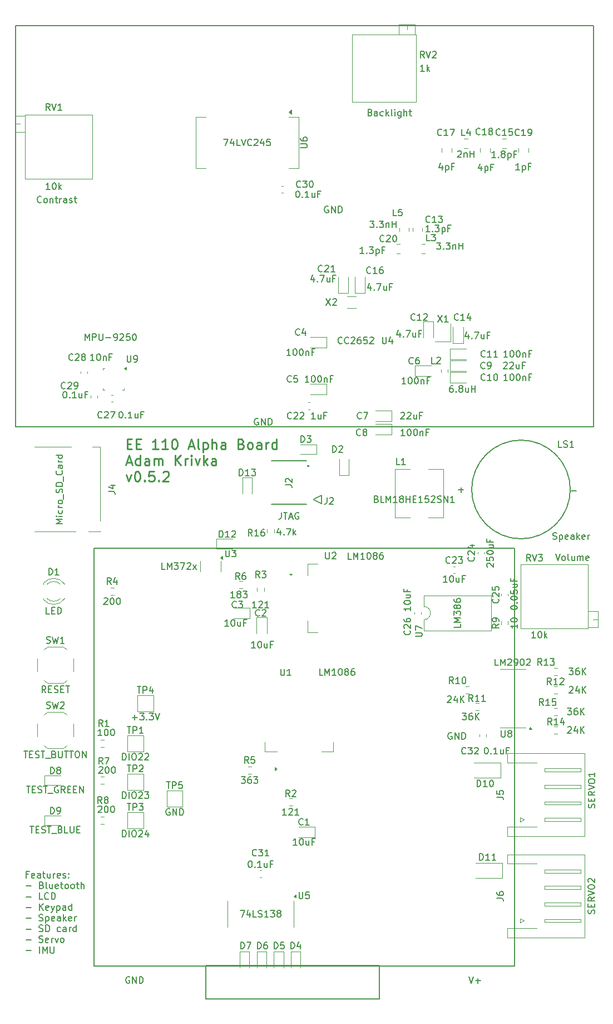
<source format=gbr>
%TF.GenerationSoftware,KiCad,Pcbnew,8.0.1*%
%TF.CreationDate,2024-04-14T16:22:20-07:00*%
%TF.ProjectId,ee110_alpha_board,65653131-305f-4616-9c70-68615f626f61,0.1*%
%TF.SameCoordinates,Original*%
%TF.FileFunction,Legend,Top*%
%TF.FilePolarity,Positive*%
%FSLAX46Y46*%
G04 Gerber Fmt 4.6, Leading zero omitted, Abs format (unit mm)*
G04 Created by KiCad (PCBNEW 8.0.1) date 2024-04-14 16:22:20*
%MOMM*%
%LPD*%
G01*
G04 APERTURE LIST*
%ADD10C,0.177800*%
%ADD11C,0.150000*%
%ADD12C,0.254000*%
%ADD13C,0.120000*%
%ADD14C,0.127000*%
%ADD15C,0.203200*%
%ADD16C,0.152400*%
%ADD17C,0.000000*%
G04 APERTURE END LIST*
D10*
X108841068Y-141138795D02*
X108744306Y-141090414D01*
X108744306Y-141090414D02*
X108599163Y-141090414D01*
X108599163Y-141090414D02*
X108454020Y-141138795D01*
X108454020Y-141138795D02*
X108357258Y-141235557D01*
X108357258Y-141235557D02*
X108308877Y-141332319D01*
X108308877Y-141332319D02*
X108260496Y-141525843D01*
X108260496Y-141525843D02*
X108260496Y-141670986D01*
X108260496Y-141670986D02*
X108308877Y-141864510D01*
X108308877Y-141864510D02*
X108357258Y-141961272D01*
X108357258Y-141961272D02*
X108454020Y-142058034D01*
X108454020Y-142058034D02*
X108599163Y-142106414D01*
X108599163Y-142106414D02*
X108695925Y-142106414D01*
X108695925Y-142106414D02*
X108841068Y-142058034D01*
X108841068Y-142058034D02*
X108889449Y-142009653D01*
X108889449Y-142009653D02*
X108889449Y-141670986D01*
X108889449Y-141670986D02*
X108695925Y-141670986D01*
X109324877Y-142106414D02*
X109324877Y-141090414D01*
X109324877Y-141090414D02*
X109905449Y-142106414D01*
X109905449Y-142106414D02*
X109905449Y-141090414D01*
X110389258Y-142106414D02*
X110389258Y-141090414D01*
X110389258Y-141090414D02*
X110631163Y-141090414D01*
X110631163Y-141090414D02*
X110776306Y-141138795D01*
X110776306Y-141138795D02*
X110873068Y-141235557D01*
X110873068Y-141235557D02*
X110921449Y-141332319D01*
X110921449Y-141332319D02*
X110969830Y-141525843D01*
X110969830Y-141525843D02*
X110969830Y-141670986D01*
X110969830Y-141670986D02*
X110921449Y-141864510D01*
X110921449Y-141864510D02*
X110873068Y-141961272D01*
X110873068Y-141961272D02*
X110776306Y-142058034D01*
X110776306Y-142058034D02*
X110631163Y-142106414D01*
X110631163Y-142106414D02*
X110389258Y-142106414D01*
X79377068Y-93386795D02*
X79280306Y-93338414D01*
X79280306Y-93338414D02*
X79135163Y-93338414D01*
X79135163Y-93338414D02*
X78990020Y-93386795D01*
X78990020Y-93386795D02*
X78893258Y-93483557D01*
X78893258Y-93483557D02*
X78844877Y-93580319D01*
X78844877Y-93580319D02*
X78796496Y-93773843D01*
X78796496Y-93773843D02*
X78796496Y-93918986D01*
X78796496Y-93918986D02*
X78844877Y-94112510D01*
X78844877Y-94112510D02*
X78893258Y-94209272D01*
X78893258Y-94209272D02*
X78990020Y-94306034D01*
X78990020Y-94306034D02*
X79135163Y-94354414D01*
X79135163Y-94354414D02*
X79231925Y-94354414D01*
X79231925Y-94354414D02*
X79377068Y-94306034D01*
X79377068Y-94306034D02*
X79425449Y-94257653D01*
X79425449Y-94257653D02*
X79425449Y-93918986D01*
X79425449Y-93918986D02*
X79231925Y-93918986D01*
X79860877Y-94354414D02*
X79860877Y-93338414D01*
X79860877Y-93338414D02*
X80441449Y-94354414D01*
X80441449Y-94354414D02*
X80441449Y-93338414D01*
X80925258Y-94354414D02*
X80925258Y-93338414D01*
X80925258Y-93338414D02*
X81167163Y-93338414D01*
X81167163Y-93338414D02*
X81312306Y-93386795D01*
X81312306Y-93386795D02*
X81409068Y-93483557D01*
X81409068Y-93483557D02*
X81457449Y-93580319D01*
X81457449Y-93580319D02*
X81505830Y-93773843D01*
X81505830Y-93773843D02*
X81505830Y-93918986D01*
X81505830Y-93918986D02*
X81457449Y-94112510D01*
X81457449Y-94112510D02*
X81409068Y-94209272D01*
X81409068Y-94209272D02*
X81312306Y-94306034D01*
X81312306Y-94306034D02*
X81167163Y-94354414D01*
X81167163Y-94354414D02*
X80925258Y-94354414D01*
D11*
X46374207Y-60480580D02*
X46326588Y-60528200D01*
X46326588Y-60528200D02*
X46183731Y-60575819D01*
X46183731Y-60575819D02*
X46088493Y-60575819D01*
X46088493Y-60575819D02*
X45945636Y-60528200D01*
X45945636Y-60528200D02*
X45850398Y-60432961D01*
X45850398Y-60432961D02*
X45802779Y-60337723D01*
X45802779Y-60337723D02*
X45755160Y-60147247D01*
X45755160Y-60147247D02*
X45755160Y-60004390D01*
X45755160Y-60004390D02*
X45802779Y-59813914D01*
X45802779Y-59813914D02*
X45850398Y-59718676D01*
X45850398Y-59718676D02*
X45945636Y-59623438D01*
X45945636Y-59623438D02*
X46088493Y-59575819D01*
X46088493Y-59575819D02*
X46183731Y-59575819D01*
X46183731Y-59575819D02*
X46326588Y-59623438D01*
X46326588Y-59623438D02*
X46374207Y-59671057D01*
X46945636Y-60575819D02*
X46850398Y-60528200D01*
X46850398Y-60528200D02*
X46802779Y-60480580D01*
X46802779Y-60480580D02*
X46755160Y-60385342D01*
X46755160Y-60385342D02*
X46755160Y-60099628D01*
X46755160Y-60099628D02*
X46802779Y-60004390D01*
X46802779Y-60004390D02*
X46850398Y-59956771D01*
X46850398Y-59956771D02*
X46945636Y-59909152D01*
X46945636Y-59909152D02*
X47088493Y-59909152D01*
X47088493Y-59909152D02*
X47183731Y-59956771D01*
X47183731Y-59956771D02*
X47231350Y-60004390D01*
X47231350Y-60004390D02*
X47278969Y-60099628D01*
X47278969Y-60099628D02*
X47278969Y-60385342D01*
X47278969Y-60385342D02*
X47231350Y-60480580D01*
X47231350Y-60480580D02*
X47183731Y-60528200D01*
X47183731Y-60528200D02*
X47088493Y-60575819D01*
X47088493Y-60575819D02*
X46945636Y-60575819D01*
X47707541Y-59909152D02*
X47707541Y-60575819D01*
X47707541Y-60004390D02*
X47755160Y-59956771D01*
X47755160Y-59956771D02*
X47850398Y-59909152D01*
X47850398Y-59909152D02*
X47993255Y-59909152D01*
X47993255Y-59909152D02*
X48088493Y-59956771D01*
X48088493Y-59956771D02*
X48136112Y-60052009D01*
X48136112Y-60052009D02*
X48136112Y-60575819D01*
X48469446Y-59909152D02*
X48850398Y-59909152D01*
X48612303Y-59575819D02*
X48612303Y-60432961D01*
X48612303Y-60432961D02*
X48659922Y-60528200D01*
X48659922Y-60528200D02*
X48755160Y-60575819D01*
X48755160Y-60575819D02*
X48850398Y-60575819D01*
X49183732Y-60575819D02*
X49183732Y-59909152D01*
X49183732Y-60099628D02*
X49231351Y-60004390D01*
X49231351Y-60004390D02*
X49278970Y-59956771D01*
X49278970Y-59956771D02*
X49374208Y-59909152D01*
X49374208Y-59909152D02*
X49469446Y-59909152D01*
X50231351Y-60575819D02*
X50231351Y-60052009D01*
X50231351Y-60052009D02*
X50183732Y-59956771D01*
X50183732Y-59956771D02*
X50088494Y-59909152D01*
X50088494Y-59909152D02*
X49898018Y-59909152D01*
X49898018Y-59909152D02*
X49802780Y-59956771D01*
X50231351Y-60528200D02*
X50136113Y-60575819D01*
X50136113Y-60575819D02*
X49898018Y-60575819D01*
X49898018Y-60575819D02*
X49802780Y-60528200D01*
X49802780Y-60528200D02*
X49755161Y-60432961D01*
X49755161Y-60432961D02*
X49755161Y-60337723D01*
X49755161Y-60337723D02*
X49802780Y-60242485D01*
X49802780Y-60242485D02*
X49898018Y-60194866D01*
X49898018Y-60194866D02*
X50136113Y-60194866D01*
X50136113Y-60194866D02*
X50231351Y-60147247D01*
X50659923Y-60528200D02*
X50755161Y-60575819D01*
X50755161Y-60575819D02*
X50945637Y-60575819D01*
X50945637Y-60575819D02*
X51040875Y-60528200D01*
X51040875Y-60528200D02*
X51088494Y-60432961D01*
X51088494Y-60432961D02*
X51088494Y-60385342D01*
X51088494Y-60385342D02*
X51040875Y-60290104D01*
X51040875Y-60290104D02*
X50945637Y-60242485D01*
X50945637Y-60242485D02*
X50802780Y-60242485D01*
X50802780Y-60242485D02*
X50707542Y-60194866D01*
X50707542Y-60194866D02*
X50659923Y-60099628D01*
X50659923Y-60099628D02*
X50659923Y-60052009D01*
X50659923Y-60052009D02*
X50707542Y-59956771D01*
X50707542Y-59956771D02*
X50802780Y-59909152D01*
X50802780Y-59909152D02*
X50945637Y-59909152D01*
X50945637Y-59909152D02*
X51040875Y-59956771D01*
X51374209Y-59909152D02*
X51755161Y-59909152D01*
X51517066Y-59575819D02*
X51517066Y-60432961D01*
X51517066Y-60432961D02*
X51564685Y-60528200D01*
X51564685Y-60528200D02*
X51659923Y-60575819D01*
X51659923Y-60575819D02*
X51755161Y-60575819D01*
X111445922Y-178193819D02*
X111779255Y-179193819D01*
X111779255Y-179193819D02*
X112112588Y-178193819D01*
X112445922Y-178812866D02*
X113207827Y-178812866D01*
X112826874Y-179193819D02*
X112826874Y-178431914D01*
D10*
X44385544Y-162636303D02*
X44046877Y-162636303D01*
X44046877Y-163168493D02*
X44046877Y-162152493D01*
X44046877Y-162152493D02*
X44530687Y-162152493D01*
X45304782Y-163120113D02*
X45208020Y-163168493D01*
X45208020Y-163168493D02*
X45014496Y-163168493D01*
X45014496Y-163168493D02*
X44917734Y-163120113D01*
X44917734Y-163120113D02*
X44869353Y-163023351D01*
X44869353Y-163023351D02*
X44869353Y-162636303D01*
X44869353Y-162636303D02*
X44917734Y-162539541D01*
X44917734Y-162539541D02*
X45014496Y-162491160D01*
X45014496Y-162491160D02*
X45208020Y-162491160D01*
X45208020Y-162491160D02*
X45304782Y-162539541D01*
X45304782Y-162539541D02*
X45353163Y-162636303D01*
X45353163Y-162636303D02*
X45353163Y-162733065D01*
X45353163Y-162733065D02*
X44869353Y-162829827D01*
X46224020Y-163168493D02*
X46224020Y-162636303D01*
X46224020Y-162636303D02*
X46175639Y-162539541D01*
X46175639Y-162539541D02*
X46078877Y-162491160D01*
X46078877Y-162491160D02*
X45885353Y-162491160D01*
X45885353Y-162491160D02*
X45788591Y-162539541D01*
X46224020Y-163120113D02*
X46127258Y-163168493D01*
X46127258Y-163168493D02*
X45885353Y-163168493D01*
X45885353Y-163168493D02*
X45788591Y-163120113D01*
X45788591Y-163120113D02*
X45740210Y-163023351D01*
X45740210Y-163023351D02*
X45740210Y-162926589D01*
X45740210Y-162926589D02*
X45788591Y-162829827D01*
X45788591Y-162829827D02*
X45885353Y-162781446D01*
X45885353Y-162781446D02*
X46127258Y-162781446D01*
X46127258Y-162781446D02*
X46224020Y-162733065D01*
X46562686Y-162491160D02*
X46949734Y-162491160D01*
X46707829Y-162152493D02*
X46707829Y-163023351D01*
X46707829Y-163023351D02*
X46756210Y-163120113D01*
X46756210Y-163120113D02*
X46852972Y-163168493D01*
X46852972Y-163168493D02*
X46949734Y-163168493D01*
X47723829Y-162491160D02*
X47723829Y-163168493D01*
X47288400Y-162491160D02*
X47288400Y-163023351D01*
X47288400Y-163023351D02*
X47336781Y-163120113D01*
X47336781Y-163120113D02*
X47433543Y-163168493D01*
X47433543Y-163168493D02*
X47578686Y-163168493D01*
X47578686Y-163168493D02*
X47675448Y-163120113D01*
X47675448Y-163120113D02*
X47723829Y-163071732D01*
X48207638Y-163168493D02*
X48207638Y-162491160D01*
X48207638Y-162684684D02*
X48256019Y-162587922D01*
X48256019Y-162587922D02*
X48304400Y-162539541D01*
X48304400Y-162539541D02*
X48401162Y-162491160D01*
X48401162Y-162491160D02*
X48497924Y-162491160D01*
X49223638Y-163120113D02*
X49126876Y-163168493D01*
X49126876Y-163168493D02*
X48933352Y-163168493D01*
X48933352Y-163168493D02*
X48836590Y-163120113D01*
X48836590Y-163120113D02*
X48788209Y-163023351D01*
X48788209Y-163023351D02*
X48788209Y-162636303D01*
X48788209Y-162636303D02*
X48836590Y-162539541D01*
X48836590Y-162539541D02*
X48933352Y-162491160D01*
X48933352Y-162491160D02*
X49126876Y-162491160D01*
X49126876Y-162491160D02*
X49223638Y-162539541D01*
X49223638Y-162539541D02*
X49272019Y-162636303D01*
X49272019Y-162636303D02*
X49272019Y-162733065D01*
X49272019Y-162733065D02*
X48788209Y-162829827D01*
X49659066Y-163120113D02*
X49755828Y-163168493D01*
X49755828Y-163168493D02*
X49949352Y-163168493D01*
X49949352Y-163168493D02*
X50046114Y-163120113D01*
X50046114Y-163120113D02*
X50094495Y-163023351D01*
X50094495Y-163023351D02*
X50094495Y-162974970D01*
X50094495Y-162974970D02*
X50046114Y-162878208D01*
X50046114Y-162878208D02*
X49949352Y-162829827D01*
X49949352Y-162829827D02*
X49804209Y-162829827D01*
X49804209Y-162829827D02*
X49707447Y-162781446D01*
X49707447Y-162781446D02*
X49659066Y-162684684D01*
X49659066Y-162684684D02*
X49659066Y-162636303D01*
X49659066Y-162636303D02*
X49707447Y-162539541D01*
X49707447Y-162539541D02*
X49804209Y-162491160D01*
X49804209Y-162491160D02*
X49949352Y-162491160D01*
X49949352Y-162491160D02*
X50046114Y-162539541D01*
X50529923Y-163071732D02*
X50578304Y-163120113D01*
X50578304Y-163120113D02*
X50529923Y-163168493D01*
X50529923Y-163168493D02*
X50481542Y-163120113D01*
X50481542Y-163120113D02*
X50529923Y-163071732D01*
X50529923Y-163071732D02*
X50529923Y-163168493D01*
X50529923Y-162539541D02*
X50578304Y-162587922D01*
X50578304Y-162587922D02*
X50529923Y-162636303D01*
X50529923Y-162636303D02*
X50481542Y-162587922D01*
X50481542Y-162587922D02*
X50529923Y-162539541D01*
X50529923Y-162539541D02*
X50529923Y-162636303D01*
X44046877Y-164417149D02*
X44820973Y-164417149D01*
X46417544Y-164272006D02*
X46562687Y-164320387D01*
X46562687Y-164320387D02*
X46611068Y-164368768D01*
X46611068Y-164368768D02*
X46659449Y-164465530D01*
X46659449Y-164465530D02*
X46659449Y-164610673D01*
X46659449Y-164610673D02*
X46611068Y-164707435D01*
X46611068Y-164707435D02*
X46562687Y-164755816D01*
X46562687Y-164755816D02*
X46465925Y-164804196D01*
X46465925Y-164804196D02*
X46078877Y-164804196D01*
X46078877Y-164804196D02*
X46078877Y-163788196D01*
X46078877Y-163788196D02*
X46417544Y-163788196D01*
X46417544Y-163788196D02*
X46514306Y-163836577D01*
X46514306Y-163836577D02*
X46562687Y-163884958D01*
X46562687Y-163884958D02*
X46611068Y-163981720D01*
X46611068Y-163981720D02*
X46611068Y-164078482D01*
X46611068Y-164078482D02*
X46562687Y-164175244D01*
X46562687Y-164175244D02*
X46514306Y-164223625D01*
X46514306Y-164223625D02*
X46417544Y-164272006D01*
X46417544Y-164272006D02*
X46078877Y-164272006D01*
X47240020Y-164804196D02*
X47143258Y-164755816D01*
X47143258Y-164755816D02*
X47094877Y-164659054D01*
X47094877Y-164659054D02*
X47094877Y-163788196D01*
X48062496Y-164126863D02*
X48062496Y-164804196D01*
X47627067Y-164126863D02*
X47627067Y-164659054D01*
X47627067Y-164659054D02*
X47675448Y-164755816D01*
X47675448Y-164755816D02*
X47772210Y-164804196D01*
X47772210Y-164804196D02*
X47917353Y-164804196D01*
X47917353Y-164804196D02*
X48014115Y-164755816D01*
X48014115Y-164755816D02*
X48062496Y-164707435D01*
X48933353Y-164755816D02*
X48836591Y-164804196D01*
X48836591Y-164804196D02*
X48643067Y-164804196D01*
X48643067Y-164804196D02*
X48546305Y-164755816D01*
X48546305Y-164755816D02*
X48497924Y-164659054D01*
X48497924Y-164659054D02*
X48497924Y-164272006D01*
X48497924Y-164272006D02*
X48546305Y-164175244D01*
X48546305Y-164175244D02*
X48643067Y-164126863D01*
X48643067Y-164126863D02*
X48836591Y-164126863D01*
X48836591Y-164126863D02*
X48933353Y-164175244D01*
X48933353Y-164175244D02*
X48981734Y-164272006D01*
X48981734Y-164272006D02*
X48981734Y-164368768D01*
X48981734Y-164368768D02*
X48497924Y-164465530D01*
X49272019Y-164126863D02*
X49659067Y-164126863D01*
X49417162Y-163788196D02*
X49417162Y-164659054D01*
X49417162Y-164659054D02*
X49465543Y-164755816D01*
X49465543Y-164755816D02*
X49562305Y-164804196D01*
X49562305Y-164804196D02*
X49659067Y-164804196D01*
X50142876Y-164804196D02*
X50046114Y-164755816D01*
X50046114Y-164755816D02*
X49997733Y-164707435D01*
X49997733Y-164707435D02*
X49949352Y-164610673D01*
X49949352Y-164610673D02*
X49949352Y-164320387D01*
X49949352Y-164320387D02*
X49997733Y-164223625D01*
X49997733Y-164223625D02*
X50046114Y-164175244D01*
X50046114Y-164175244D02*
X50142876Y-164126863D01*
X50142876Y-164126863D02*
X50288019Y-164126863D01*
X50288019Y-164126863D02*
X50384781Y-164175244D01*
X50384781Y-164175244D02*
X50433162Y-164223625D01*
X50433162Y-164223625D02*
X50481543Y-164320387D01*
X50481543Y-164320387D02*
X50481543Y-164610673D01*
X50481543Y-164610673D02*
X50433162Y-164707435D01*
X50433162Y-164707435D02*
X50384781Y-164755816D01*
X50384781Y-164755816D02*
X50288019Y-164804196D01*
X50288019Y-164804196D02*
X50142876Y-164804196D01*
X51062114Y-164804196D02*
X50965352Y-164755816D01*
X50965352Y-164755816D02*
X50916971Y-164707435D01*
X50916971Y-164707435D02*
X50868590Y-164610673D01*
X50868590Y-164610673D02*
X50868590Y-164320387D01*
X50868590Y-164320387D02*
X50916971Y-164223625D01*
X50916971Y-164223625D02*
X50965352Y-164175244D01*
X50965352Y-164175244D02*
X51062114Y-164126863D01*
X51062114Y-164126863D02*
X51207257Y-164126863D01*
X51207257Y-164126863D02*
X51304019Y-164175244D01*
X51304019Y-164175244D02*
X51352400Y-164223625D01*
X51352400Y-164223625D02*
X51400781Y-164320387D01*
X51400781Y-164320387D02*
X51400781Y-164610673D01*
X51400781Y-164610673D02*
X51352400Y-164707435D01*
X51352400Y-164707435D02*
X51304019Y-164755816D01*
X51304019Y-164755816D02*
X51207257Y-164804196D01*
X51207257Y-164804196D02*
X51062114Y-164804196D01*
X51691066Y-164126863D02*
X52078114Y-164126863D01*
X51836209Y-163788196D02*
X51836209Y-164659054D01*
X51836209Y-164659054D02*
X51884590Y-164755816D01*
X51884590Y-164755816D02*
X51981352Y-164804196D01*
X51981352Y-164804196D02*
X52078114Y-164804196D01*
X52416780Y-164804196D02*
X52416780Y-163788196D01*
X52852209Y-164804196D02*
X52852209Y-164272006D01*
X52852209Y-164272006D02*
X52803828Y-164175244D01*
X52803828Y-164175244D02*
X52707066Y-164126863D01*
X52707066Y-164126863D02*
X52561923Y-164126863D01*
X52561923Y-164126863D02*
X52465161Y-164175244D01*
X52465161Y-164175244D02*
X52416780Y-164223625D01*
X44046877Y-166052852D02*
X44820973Y-166052852D01*
X46562687Y-166439899D02*
X46078877Y-166439899D01*
X46078877Y-166439899D02*
X46078877Y-165423899D01*
X47481925Y-166343138D02*
X47433544Y-166391519D01*
X47433544Y-166391519D02*
X47288401Y-166439899D01*
X47288401Y-166439899D02*
X47191639Y-166439899D01*
X47191639Y-166439899D02*
X47046496Y-166391519D01*
X47046496Y-166391519D02*
X46949734Y-166294757D01*
X46949734Y-166294757D02*
X46901353Y-166197995D01*
X46901353Y-166197995D02*
X46852972Y-166004471D01*
X46852972Y-166004471D02*
X46852972Y-165859328D01*
X46852972Y-165859328D02*
X46901353Y-165665804D01*
X46901353Y-165665804D02*
X46949734Y-165569042D01*
X46949734Y-165569042D02*
X47046496Y-165472280D01*
X47046496Y-165472280D02*
X47191639Y-165423899D01*
X47191639Y-165423899D02*
X47288401Y-165423899D01*
X47288401Y-165423899D02*
X47433544Y-165472280D01*
X47433544Y-165472280D02*
X47481925Y-165520661D01*
X47917353Y-166439899D02*
X47917353Y-165423899D01*
X47917353Y-165423899D02*
X48159258Y-165423899D01*
X48159258Y-165423899D02*
X48304401Y-165472280D01*
X48304401Y-165472280D02*
X48401163Y-165569042D01*
X48401163Y-165569042D02*
X48449544Y-165665804D01*
X48449544Y-165665804D02*
X48497925Y-165859328D01*
X48497925Y-165859328D02*
X48497925Y-166004471D01*
X48497925Y-166004471D02*
X48449544Y-166197995D01*
X48449544Y-166197995D02*
X48401163Y-166294757D01*
X48401163Y-166294757D02*
X48304401Y-166391519D01*
X48304401Y-166391519D02*
X48159258Y-166439899D01*
X48159258Y-166439899D02*
X47917353Y-166439899D01*
X44046877Y-167688555D02*
X44820973Y-167688555D01*
X46078877Y-168075602D02*
X46078877Y-167059602D01*
X46659449Y-168075602D02*
X46224020Y-167495031D01*
X46659449Y-167059602D02*
X46078877Y-167640174D01*
X47481925Y-168027222D02*
X47385163Y-168075602D01*
X47385163Y-168075602D02*
X47191639Y-168075602D01*
X47191639Y-168075602D02*
X47094877Y-168027222D01*
X47094877Y-168027222D02*
X47046496Y-167930460D01*
X47046496Y-167930460D02*
X47046496Y-167543412D01*
X47046496Y-167543412D02*
X47094877Y-167446650D01*
X47094877Y-167446650D02*
X47191639Y-167398269D01*
X47191639Y-167398269D02*
X47385163Y-167398269D01*
X47385163Y-167398269D02*
X47481925Y-167446650D01*
X47481925Y-167446650D02*
X47530306Y-167543412D01*
X47530306Y-167543412D02*
X47530306Y-167640174D01*
X47530306Y-167640174D02*
X47046496Y-167736936D01*
X47868972Y-167398269D02*
X48110877Y-168075602D01*
X48352782Y-167398269D02*
X48110877Y-168075602D01*
X48110877Y-168075602D02*
X48014115Y-168317507D01*
X48014115Y-168317507D02*
X47965734Y-168365888D01*
X47965734Y-168365888D02*
X47868972Y-168414269D01*
X48739829Y-167398269D02*
X48739829Y-168414269D01*
X48739829Y-167446650D02*
X48836591Y-167398269D01*
X48836591Y-167398269D02*
X49030115Y-167398269D01*
X49030115Y-167398269D02*
X49126877Y-167446650D01*
X49126877Y-167446650D02*
X49175258Y-167495031D01*
X49175258Y-167495031D02*
X49223639Y-167591793D01*
X49223639Y-167591793D02*
X49223639Y-167882079D01*
X49223639Y-167882079D02*
X49175258Y-167978841D01*
X49175258Y-167978841D02*
X49126877Y-168027222D01*
X49126877Y-168027222D02*
X49030115Y-168075602D01*
X49030115Y-168075602D02*
X48836591Y-168075602D01*
X48836591Y-168075602D02*
X48739829Y-168027222D01*
X50094496Y-168075602D02*
X50094496Y-167543412D01*
X50094496Y-167543412D02*
X50046115Y-167446650D01*
X50046115Y-167446650D02*
X49949353Y-167398269D01*
X49949353Y-167398269D02*
X49755829Y-167398269D01*
X49755829Y-167398269D02*
X49659067Y-167446650D01*
X50094496Y-168027222D02*
X49997734Y-168075602D01*
X49997734Y-168075602D02*
X49755829Y-168075602D01*
X49755829Y-168075602D02*
X49659067Y-168027222D01*
X49659067Y-168027222D02*
X49610686Y-167930460D01*
X49610686Y-167930460D02*
X49610686Y-167833698D01*
X49610686Y-167833698D02*
X49659067Y-167736936D01*
X49659067Y-167736936D02*
X49755829Y-167688555D01*
X49755829Y-167688555D02*
X49997734Y-167688555D01*
X49997734Y-167688555D02*
X50094496Y-167640174D01*
X51013734Y-168075602D02*
X51013734Y-167059602D01*
X51013734Y-168027222D02*
X50916972Y-168075602D01*
X50916972Y-168075602D02*
X50723448Y-168075602D01*
X50723448Y-168075602D02*
X50626686Y-168027222D01*
X50626686Y-168027222D02*
X50578305Y-167978841D01*
X50578305Y-167978841D02*
X50529924Y-167882079D01*
X50529924Y-167882079D02*
X50529924Y-167591793D01*
X50529924Y-167591793D02*
X50578305Y-167495031D01*
X50578305Y-167495031D02*
X50626686Y-167446650D01*
X50626686Y-167446650D02*
X50723448Y-167398269D01*
X50723448Y-167398269D02*
X50916972Y-167398269D01*
X50916972Y-167398269D02*
X51013734Y-167446650D01*
X44046877Y-169324258D02*
X44820973Y-169324258D01*
X46030496Y-169662925D02*
X46175639Y-169711305D01*
X46175639Y-169711305D02*
X46417544Y-169711305D01*
X46417544Y-169711305D02*
X46514306Y-169662925D01*
X46514306Y-169662925D02*
X46562687Y-169614544D01*
X46562687Y-169614544D02*
X46611068Y-169517782D01*
X46611068Y-169517782D02*
X46611068Y-169421020D01*
X46611068Y-169421020D02*
X46562687Y-169324258D01*
X46562687Y-169324258D02*
X46514306Y-169275877D01*
X46514306Y-169275877D02*
X46417544Y-169227496D01*
X46417544Y-169227496D02*
X46224020Y-169179115D01*
X46224020Y-169179115D02*
X46127258Y-169130734D01*
X46127258Y-169130734D02*
X46078877Y-169082353D01*
X46078877Y-169082353D02*
X46030496Y-168985591D01*
X46030496Y-168985591D02*
X46030496Y-168888829D01*
X46030496Y-168888829D02*
X46078877Y-168792067D01*
X46078877Y-168792067D02*
X46127258Y-168743686D01*
X46127258Y-168743686D02*
X46224020Y-168695305D01*
X46224020Y-168695305D02*
X46465925Y-168695305D01*
X46465925Y-168695305D02*
X46611068Y-168743686D01*
X47046496Y-169033972D02*
X47046496Y-170049972D01*
X47046496Y-169082353D02*
X47143258Y-169033972D01*
X47143258Y-169033972D02*
X47336782Y-169033972D01*
X47336782Y-169033972D02*
X47433544Y-169082353D01*
X47433544Y-169082353D02*
X47481925Y-169130734D01*
X47481925Y-169130734D02*
X47530306Y-169227496D01*
X47530306Y-169227496D02*
X47530306Y-169517782D01*
X47530306Y-169517782D02*
X47481925Y-169614544D01*
X47481925Y-169614544D02*
X47433544Y-169662925D01*
X47433544Y-169662925D02*
X47336782Y-169711305D01*
X47336782Y-169711305D02*
X47143258Y-169711305D01*
X47143258Y-169711305D02*
X47046496Y-169662925D01*
X48352782Y-169662925D02*
X48256020Y-169711305D01*
X48256020Y-169711305D02*
X48062496Y-169711305D01*
X48062496Y-169711305D02*
X47965734Y-169662925D01*
X47965734Y-169662925D02*
X47917353Y-169566163D01*
X47917353Y-169566163D02*
X47917353Y-169179115D01*
X47917353Y-169179115D02*
X47965734Y-169082353D01*
X47965734Y-169082353D02*
X48062496Y-169033972D01*
X48062496Y-169033972D02*
X48256020Y-169033972D01*
X48256020Y-169033972D02*
X48352782Y-169082353D01*
X48352782Y-169082353D02*
X48401163Y-169179115D01*
X48401163Y-169179115D02*
X48401163Y-169275877D01*
X48401163Y-169275877D02*
X47917353Y-169372639D01*
X49272020Y-169711305D02*
X49272020Y-169179115D01*
X49272020Y-169179115D02*
X49223639Y-169082353D01*
X49223639Y-169082353D02*
X49126877Y-169033972D01*
X49126877Y-169033972D02*
X48933353Y-169033972D01*
X48933353Y-169033972D02*
X48836591Y-169082353D01*
X49272020Y-169662925D02*
X49175258Y-169711305D01*
X49175258Y-169711305D02*
X48933353Y-169711305D01*
X48933353Y-169711305D02*
X48836591Y-169662925D01*
X48836591Y-169662925D02*
X48788210Y-169566163D01*
X48788210Y-169566163D02*
X48788210Y-169469401D01*
X48788210Y-169469401D02*
X48836591Y-169372639D01*
X48836591Y-169372639D02*
X48933353Y-169324258D01*
X48933353Y-169324258D02*
X49175258Y-169324258D01*
X49175258Y-169324258D02*
X49272020Y-169275877D01*
X49755829Y-169711305D02*
X49755829Y-168695305D01*
X49852591Y-169324258D02*
X50142877Y-169711305D01*
X50142877Y-169033972D02*
X49755829Y-169421020D01*
X50965353Y-169662925D02*
X50868591Y-169711305D01*
X50868591Y-169711305D02*
X50675067Y-169711305D01*
X50675067Y-169711305D02*
X50578305Y-169662925D01*
X50578305Y-169662925D02*
X50529924Y-169566163D01*
X50529924Y-169566163D02*
X50529924Y-169179115D01*
X50529924Y-169179115D02*
X50578305Y-169082353D01*
X50578305Y-169082353D02*
X50675067Y-169033972D01*
X50675067Y-169033972D02*
X50868591Y-169033972D01*
X50868591Y-169033972D02*
X50965353Y-169082353D01*
X50965353Y-169082353D02*
X51013734Y-169179115D01*
X51013734Y-169179115D02*
X51013734Y-169275877D01*
X51013734Y-169275877D02*
X50529924Y-169372639D01*
X51449162Y-169711305D02*
X51449162Y-169033972D01*
X51449162Y-169227496D02*
X51497543Y-169130734D01*
X51497543Y-169130734D02*
X51545924Y-169082353D01*
X51545924Y-169082353D02*
X51642686Y-169033972D01*
X51642686Y-169033972D02*
X51739448Y-169033972D01*
X44046877Y-170959961D02*
X44820973Y-170959961D01*
X46030496Y-171298628D02*
X46175639Y-171347008D01*
X46175639Y-171347008D02*
X46417544Y-171347008D01*
X46417544Y-171347008D02*
X46514306Y-171298628D01*
X46514306Y-171298628D02*
X46562687Y-171250247D01*
X46562687Y-171250247D02*
X46611068Y-171153485D01*
X46611068Y-171153485D02*
X46611068Y-171056723D01*
X46611068Y-171056723D02*
X46562687Y-170959961D01*
X46562687Y-170959961D02*
X46514306Y-170911580D01*
X46514306Y-170911580D02*
X46417544Y-170863199D01*
X46417544Y-170863199D02*
X46224020Y-170814818D01*
X46224020Y-170814818D02*
X46127258Y-170766437D01*
X46127258Y-170766437D02*
X46078877Y-170718056D01*
X46078877Y-170718056D02*
X46030496Y-170621294D01*
X46030496Y-170621294D02*
X46030496Y-170524532D01*
X46030496Y-170524532D02*
X46078877Y-170427770D01*
X46078877Y-170427770D02*
X46127258Y-170379389D01*
X46127258Y-170379389D02*
X46224020Y-170331008D01*
X46224020Y-170331008D02*
X46465925Y-170331008D01*
X46465925Y-170331008D02*
X46611068Y-170379389D01*
X47046496Y-171347008D02*
X47046496Y-170331008D01*
X47046496Y-170331008D02*
X47288401Y-170331008D01*
X47288401Y-170331008D02*
X47433544Y-170379389D01*
X47433544Y-170379389D02*
X47530306Y-170476151D01*
X47530306Y-170476151D02*
X47578687Y-170572913D01*
X47578687Y-170572913D02*
X47627068Y-170766437D01*
X47627068Y-170766437D02*
X47627068Y-170911580D01*
X47627068Y-170911580D02*
X47578687Y-171105104D01*
X47578687Y-171105104D02*
X47530306Y-171201866D01*
X47530306Y-171201866D02*
X47433544Y-171298628D01*
X47433544Y-171298628D02*
X47288401Y-171347008D01*
X47288401Y-171347008D02*
X47046496Y-171347008D01*
X49272020Y-171298628D02*
X49175258Y-171347008D01*
X49175258Y-171347008D02*
X48981734Y-171347008D01*
X48981734Y-171347008D02*
X48884972Y-171298628D01*
X48884972Y-171298628D02*
X48836591Y-171250247D01*
X48836591Y-171250247D02*
X48788210Y-171153485D01*
X48788210Y-171153485D02*
X48788210Y-170863199D01*
X48788210Y-170863199D02*
X48836591Y-170766437D01*
X48836591Y-170766437D02*
X48884972Y-170718056D01*
X48884972Y-170718056D02*
X48981734Y-170669675D01*
X48981734Y-170669675D02*
X49175258Y-170669675D01*
X49175258Y-170669675D02*
X49272020Y-170718056D01*
X50142877Y-171347008D02*
X50142877Y-170814818D01*
X50142877Y-170814818D02*
X50094496Y-170718056D01*
X50094496Y-170718056D02*
X49997734Y-170669675D01*
X49997734Y-170669675D02*
X49804210Y-170669675D01*
X49804210Y-170669675D02*
X49707448Y-170718056D01*
X50142877Y-171298628D02*
X50046115Y-171347008D01*
X50046115Y-171347008D02*
X49804210Y-171347008D01*
X49804210Y-171347008D02*
X49707448Y-171298628D01*
X49707448Y-171298628D02*
X49659067Y-171201866D01*
X49659067Y-171201866D02*
X49659067Y-171105104D01*
X49659067Y-171105104D02*
X49707448Y-171008342D01*
X49707448Y-171008342D02*
X49804210Y-170959961D01*
X49804210Y-170959961D02*
X50046115Y-170959961D01*
X50046115Y-170959961D02*
X50142877Y-170911580D01*
X50626686Y-171347008D02*
X50626686Y-170669675D01*
X50626686Y-170863199D02*
X50675067Y-170766437D01*
X50675067Y-170766437D02*
X50723448Y-170718056D01*
X50723448Y-170718056D02*
X50820210Y-170669675D01*
X50820210Y-170669675D02*
X50916972Y-170669675D01*
X51691067Y-171347008D02*
X51691067Y-170331008D01*
X51691067Y-171298628D02*
X51594305Y-171347008D01*
X51594305Y-171347008D02*
X51400781Y-171347008D01*
X51400781Y-171347008D02*
X51304019Y-171298628D01*
X51304019Y-171298628D02*
X51255638Y-171250247D01*
X51255638Y-171250247D02*
X51207257Y-171153485D01*
X51207257Y-171153485D02*
X51207257Y-170863199D01*
X51207257Y-170863199D02*
X51255638Y-170766437D01*
X51255638Y-170766437D02*
X51304019Y-170718056D01*
X51304019Y-170718056D02*
X51400781Y-170669675D01*
X51400781Y-170669675D02*
X51594305Y-170669675D01*
X51594305Y-170669675D02*
X51691067Y-170718056D01*
X44046877Y-172595664D02*
X44820973Y-172595664D01*
X46030496Y-172934331D02*
X46175639Y-172982711D01*
X46175639Y-172982711D02*
X46417544Y-172982711D01*
X46417544Y-172982711D02*
X46514306Y-172934331D01*
X46514306Y-172934331D02*
X46562687Y-172885950D01*
X46562687Y-172885950D02*
X46611068Y-172789188D01*
X46611068Y-172789188D02*
X46611068Y-172692426D01*
X46611068Y-172692426D02*
X46562687Y-172595664D01*
X46562687Y-172595664D02*
X46514306Y-172547283D01*
X46514306Y-172547283D02*
X46417544Y-172498902D01*
X46417544Y-172498902D02*
X46224020Y-172450521D01*
X46224020Y-172450521D02*
X46127258Y-172402140D01*
X46127258Y-172402140D02*
X46078877Y-172353759D01*
X46078877Y-172353759D02*
X46030496Y-172256997D01*
X46030496Y-172256997D02*
X46030496Y-172160235D01*
X46030496Y-172160235D02*
X46078877Y-172063473D01*
X46078877Y-172063473D02*
X46127258Y-172015092D01*
X46127258Y-172015092D02*
X46224020Y-171966711D01*
X46224020Y-171966711D02*
X46465925Y-171966711D01*
X46465925Y-171966711D02*
X46611068Y-172015092D01*
X47433544Y-172934331D02*
X47336782Y-172982711D01*
X47336782Y-172982711D02*
X47143258Y-172982711D01*
X47143258Y-172982711D02*
X47046496Y-172934331D01*
X47046496Y-172934331D02*
X46998115Y-172837569D01*
X46998115Y-172837569D02*
X46998115Y-172450521D01*
X46998115Y-172450521D02*
X47046496Y-172353759D01*
X47046496Y-172353759D02*
X47143258Y-172305378D01*
X47143258Y-172305378D02*
X47336782Y-172305378D01*
X47336782Y-172305378D02*
X47433544Y-172353759D01*
X47433544Y-172353759D02*
X47481925Y-172450521D01*
X47481925Y-172450521D02*
X47481925Y-172547283D01*
X47481925Y-172547283D02*
X46998115Y-172644045D01*
X47917353Y-172982711D02*
X47917353Y-172305378D01*
X47917353Y-172498902D02*
X47965734Y-172402140D01*
X47965734Y-172402140D02*
X48014115Y-172353759D01*
X48014115Y-172353759D02*
X48110877Y-172305378D01*
X48110877Y-172305378D02*
X48207639Y-172305378D01*
X48449543Y-172305378D02*
X48691448Y-172982711D01*
X48691448Y-172982711D02*
X48933353Y-172305378D01*
X49465543Y-172982711D02*
X49368781Y-172934331D01*
X49368781Y-172934331D02*
X49320400Y-172885950D01*
X49320400Y-172885950D02*
X49272019Y-172789188D01*
X49272019Y-172789188D02*
X49272019Y-172498902D01*
X49272019Y-172498902D02*
X49320400Y-172402140D01*
X49320400Y-172402140D02*
X49368781Y-172353759D01*
X49368781Y-172353759D02*
X49465543Y-172305378D01*
X49465543Y-172305378D02*
X49610686Y-172305378D01*
X49610686Y-172305378D02*
X49707448Y-172353759D01*
X49707448Y-172353759D02*
X49755829Y-172402140D01*
X49755829Y-172402140D02*
X49804210Y-172498902D01*
X49804210Y-172498902D02*
X49804210Y-172789188D01*
X49804210Y-172789188D02*
X49755829Y-172885950D01*
X49755829Y-172885950D02*
X49707448Y-172934331D01*
X49707448Y-172934331D02*
X49610686Y-172982711D01*
X49610686Y-172982711D02*
X49465543Y-172982711D01*
X44046877Y-174231367D02*
X44820973Y-174231367D01*
X46078877Y-174618414D02*
X46078877Y-173602414D01*
X46562687Y-174618414D02*
X46562687Y-173602414D01*
X46562687Y-173602414D02*
X46901354Y-174328129D01*
X46901354Y-174328129D02*
X47240021Y-173602414D01*
X47240021Y-173602414D02*
X47240021Y-174618414D01*
X47723830Y-173602414D02*
X47723830Y-174424891D01*
X47723830Y-174424891D02*
X47772211Y-174521653D01*
X47772211Y-174521653D02*
X47820592Y-174570034D01*
X47820592Y-174570034D02*
X47917354Y-174618414D01*
X47917354Y-174618414D02*
X48110878Y-174618414D01*
X48110878Y-174618414D02*
X48207640Y-174570034D01*
X48207640Y-174570034D02*
X48256021Y-174521653D01*
X48256021Y-174521653D02*
X48304402Y-174424891D01*
X48304402Y-174424891D02*
X48304402Y-173602414D01*
D11*
X124653922Y-113931819D02*
X124987255Y-114931819D01*
X124987255Y-114931819D02*
X125320588Y-113931819D01*
X125796779Y-114931819D02*
X125701541Y-114884200D01*
X125701541Y-114884200D02*
X125653922Y-114836580D01*
X125653922Y-114836580D02*
X125606303Y-114741342D01*
X125606303Y-114741342D02*
X125606303Y-114455628D01*
X125606303Y-114455628D02*
X125653922Y-114360390D01*
X125653922Y-114360390D02*
X125701541Y-114312771D01*
X125701541Y-114312771D02*
X125796779Y-114265152D01*
X125796779Y-114265152D02*
X125939636Y-114265152D01*
X125939636Y-114265152D02*
X126034874Y-114312771D01*
X126034874Y-114312771D02*
X126082493Y-114360390D01*
X126082493Y-114360390D02*
X126130112Y-114455628D01*
X126130112Y-114455628D02*
X126130112Y-114741342D01*
X126130112Y-114741342D02*
X126082493Y-114836580D01*
X126082493Y-114836580D02*
X126034874Y-114884200D01*
X126034874Y-114884200D02*
X125939636Y-114931819D01*
X125939636Y-114931819D02*
X125796779Y-114931819D01*
X126701541Y-114931819D02*
X126606303Y-114884200D01*
X126606303Y-114884200D02*
X126558684Y-114788961D01*
X126558684Y-114788961D02*
X126558684Y-113931819D01*
X127511065Y-114265152D02*
X127511065Y-114931819D01*
X127082494Y-114265152D02*
X127082494Y-114788961D01*
X127082494Y-114788961D02*
X127130113Y-114884200D01*
X127130113Y-114884200D02*
X127225351Y-114931819D01*
X127225351Y-114931819D02*
X127368208Y-114931819D01*
X127368208Y-114931819D02*
X127463446Y-114884200D01*
X127463446Y-114884200D02*
X127511065Y-114836580D01*
X127987256Y-114931819D02*
X127987256Y-114265152D01*
X127987256Y-114360390D02*
X128034875Y-114312771D01*
X128034875Y-114312771D02*
X128130113Y-114265152D01*
X128130113Y-114265152D02*
X128272970Y-114265152D01*
X128272970Y-114265152D02*
X128368208Y-114312771D01*
X128368208Y-114312771D02*
X128415827Y-114408009D01*
X128415827Y-114408009D02*
X128415827Y-114931819D01*
X128415827Y-114408009D02*
X128463446Y-114312771D01*
X128463446Y-114312771D02*
X128558684Y-114265152D01*
X128558684Y-114265152D02*
X128701541Y-114265152D01*
X128701541Y-114265152D02*
X128796780Y-114312771D01*
X128796780Y-114312771D02*
X128844399Y-114408009D01*
X128844399Y-114408009D02*
X128844399Y-114931819D01*
X129701541Y-114884200D02*
X129606303Y-114931819D01*
X129606303Y-114931819D02*
X129415827Y-114931819D01*
X129415827Y-114931819D02*
X129320589Y-114884200D01*
X129320589Y-114884200D02*
X129272970Y-114788961D01*
X129272970Y-114788961D02*
X129272970Y-114408009D01*
X129272970Y-114408009D02*
X129320589Y-114312771D01*
X129320589Y-114312771D02*
X129415827Y-114265152D01*
X129415827Y-114265152D02*
X129606303Y-114265152D01*
X129606303Y-114265152D02*
X129701541Y-114312771D01*
X129701541Y-114312771D02*
X129749160Y-114408009D01*
X129749160Y-114408009D02*
X129749160Y-114503247D01*
X129749160Y-114503247D02*
X129272970Y-114598485D01*
X96428112Y-46844009D02*
X96570969Y-46891628D01*
X96570969Y-46891628D02*
X96618588Y-46939247D01*
X96618588Y-46939247D02*
X96666207Y-47034485D01*
X96666207Y-47034485D02*
X96666207Y-47177342D01*
X96666207Y-47177342D02*
X96618588Y-47272580D01*
X96618588Y-47272580D02*
X96570969Y-47320200D01*
X96570969Y-47320200D02*
X96475731Y-47367819D01*
X96475731Y-47367819D02*
X96094779Y-47367819D01*
X96094779Y-47367819D02*
X96094779Y-46367819D01*
X96094779Y-46367819D02*
X96428112Y-46367819D01*
X96428112Y-46367819D02*
X96523350Y-46415438D01*
X96523350Y-46415438D02*
X96570969Y-46463057D01*
X96570969Y-46463057D02*
X96618588Y-46558295D01*
X96618588Y-46558295D02*
X96618588Y-46653533D01*
X96618588Y-46653533D02*
X96570969Y-46748771D01*
X96570969Y-46748771D02*
X96523350Y-46796390D01*
X96523350Y-46796390D02*
X96428112Y-46844009D01*
X96428112Y-46844009D02*
X96094779Y-46844009D01*
X97523350Y-47367819D02*
X97523350Y-46844009D01*
X97523350Y-46844009D02*
X97475731Y-46748771D01*
X97475731Y-46748771D02*
X97380493Y-46701152D01*
X97380493Y-46701152D02*
X97190017Y-46701152D01*
X97190017Y-46701152D02*
X97094779Y-46748771D01*
X97523350Y-47320200D02*
X97428112Y-47367819D01*
X97428112Y-47367819D02*
X97190017Y-47367819D01*
X97190017Y-47367819D02*
X97094779Y-47320200D01*
X97094779Y-47320200D02*
X97047160Y-47224961D01*
X97047160Y-47224961D02*
X97047160Y-47129723D01*
X97047160Y-47129723D02*
X97094779Y-47034485D01*
X97094779Y-47034485D02*
X97190017Y-46986866D01*
X97190017Y-46986866D02*
X97428112Y-46986866D01*
X97428112Y-46986866D02*
X97523350Y-46939247D01*
X98428112Y-47320200D02*
X98332874Y-47367819D01*
X98332874Y-47367819D02*
X98142398Y-47367819D01*
X98142398Y-47367819D02*
X98047160Y-47320200D01*
X98047160Y-47320200D02*
X97999541Y-47272580D01*
X97999541Y-47272580D02*
X97951922Y-47177342D01*
X97951922Y-47177342D02*
X97951922Y-46891628D01*
X97951922Y-46891628D02*
X97999541Y-46796390D01*
X97999541Y-46796390D02*
X98047160Y-46748771D01*
X98047160Y-46748771D02*
X98142398Y-46701152D01*
X98142398Y-46701152D02*
X98332874Y-46701152D01*
X98332874Y-46701152D02*
X98428112Y-46748771D01*
X98856684Y-47367819D02*
X98856684Y-46367819D01*
X98951922Y-46986866D02*
X99237636Y-47367819D01*
X99237636Y-46701152D02*
X98856684Y-47082104D01*
X99809065Y-47367819D02*
X99713827Y-47320200D01*
X99713827Y-47320200D02*
X99666208Y-47224961D01*
X99666208Y-47224961D02*
X99666208Y-46367819D01*
X100190018Y-47367819D02*
X100190018Y-46701152D01*
X100190018Y-46367819D02*
X100142399Y-46415438D01*
X100142399Y-46415438D02*
X100190018Y-46463057D01*
X100190018Y-46463057D02*
X100237637Y-46415438D01*
X100237637Y-46415438D02*
X100190018Y-46367819D01*
X100190018Y-46367819D02*
X100190018Y-46463057D01*
X101094779Y-46701152D02*
X101094779Y-47510676D01*
X101094779Y-47510676D02*
X101047160Y-47605914D01*
X101047160Y-47605914D02*
X100999541Y-47653533D01*
X100999541Y-47653533D02*
X100904303Y-47701152D01*
X100904303Y-47701152D02*
X100761446Y-47701152D01*
X100761446Y-47701152D02*
X100666208Y-47653533D01*
X101094779Y-47320200D02*
X100999541Y-47367819D01*
X100999541Y-47367819D02*
X100809065Y-47367819D01*
X100809065Y-47367819D02*
X100713827Y-47320200D01*
X100713827Y-47320200D02*
X100666208Y-47272580D01*
X100666208Y-47272580D02*
X100618589Y-47177342D01*
X100618589Y-47177342D02*
X100618589Y-46891628D01*
X100618589Y-46891628D02*
X100666208Y-46796390D01*
X100666208Y-46796390D02*
X100713827Y-46748771D01*
X100713827Y-46748771D02*
X100809065Y-46701152D01*
X100809065Y-46701152D02*
X100999541Y-46701152D01*
X100999541Y-46701152D02*
X101094779Y-46748771D01*
X101570970Y-47367819D02*
X101570970Y-46367819D01*
X101999541Y-47367819D02*
X101999541Y-46844009D01*
X101999541Y-46844009D02*
X101951922Y-46748771D01*
X101951922Y-46748771D02*
X101856684Y-46701152D01*
X101856684Y-46701152D02*
X101713827Y-46701152D01*
X101713827Y-46701152D02*
X101618589Y-46748771D01*
X101618589Y-46748771D02*
X101570970Y-46796390D01*
X102332875Y-46701152D02*
X102713827Y-46701152D01*
X102475732Y-46367819D02*
X102475732Y-47224961D01*
X102475732Y-47224961D02*
X102523351Y-47320200D01*
X102523351Y-47320200D02*
X102618589Y-47367819D01*
X102618589Y-47367819D02*
X102713827Y-47367819D01*
D10*
X90045068Y-61128795D02*
X89948306Y-61080414D01*
X89948306Y-61080414D02*
X89803163Y-61080414D01*
X89803163Y-61080414D02*
X89658020Y-61128795D01*
X89658020Y-61128795D02*
X89561258Y-61225557D01*
X89561258Y-61225557D02*
X89512877Y-61322319D01*
X89512877Y-61322319D02*
X89464496Y-61515843D01*
X89464496Y-61515843D02*
X89464496Y-61660986D01*
X89464496Y-61660986D02*
X89512877Y-61854510D01*
X89512877Y-61854510D02*
X89561258Y-61951272D01*
X89561258Y-61951272D02*
X89658020Y-62048034D01*
X89658020Y-62048034D02*
X89803163Y-62096414D01*
X89803163Y-62096414D02*
X89899925Y-62096414D01*
X89899925Y-62096414D02*
X90045068Y-62048034D01*
X90045068Y-62048034D02*
X90093449Y-61999653D01*
X90093449Y-61999653D02*
X90093449Y-61660986D01*
X90093449Y-61660986D02*
X89899925Y-61660986D01*
X90528877Y-62096414D02*
X90528877Y-61080414D01*
X90528877Y-61080414D02*
X91109449Y-62096414D01*
X91109449Y-62096414D02*
X91109449Y-61080414D01*
X91593258Y-62096414D02*
X91593258Y-61080414D01*
X91593258Y-61080414D02*
X91835163Y-61080414D01*
X91835163Y-61080414D02*
X91980306Y-61128795D01*
X91980306Y-61128795D02*
X92077068Y-61225557D01*
X92077068Y-61225557D02*
X92125449Y-61322319D01*
X92125449Y-61322319D02*
X92173830Y-61515843D01*
X92173830Y-61515843D02*
X92173830Y-61660986D01*
X92173830Y-61660986D02*
X92125449Y-61854510D01*
X92125449Y-61854510D02*
X92077068Y-61951272D01*
X92077068Y-61951272D02*
X91980306Y-62048034D01*
X91980306Y-62048034D02*
X91835163Y-62096414D01*
X91835163Y-62096414D02*
X91593258Y-62096414D01*
D12*
X59457962Y-97218887D02*
X59965962Y-97218887D01*
X60183676Y-98017173D02*
X59457962Y-98017173D01*
X59457962Y-98017173D02*
X59457962Y-96493173D01*
X59457962Y-96493173D02*
X60183676Y-96493173D01*
X60836819Y-97218887D02*
X61344819Y-97218887D01*
X61562533Y-98017173D02*
X60836819Y-98017173D01*
X60836819Y-98017173D02*
X60836819Y-96493173D01*
X60836819Y-96493173D02*
X61562533Y-96493173D01*
X64175104Y-98017173D02*
X63304247Y-98017173D01*
X63739676Y-98017173D02*
X63739676Y-96493173D01*
X63739676Y-96493173D02*
X63594533Y-96710887D01*
X63594533Y-96710887D02*
X63449390Y-96856030D01*
X63449390Y-96856030D02*
X63304247Y-96928602D01*
X65626533Y-98017173D02*
X64755676Y-98017173D01*
X65191105Y-98017173D02*
X65191105Y-96493173D01*
X65191105Y-96493173D02*
X65045962Y-96710887D01*
X65045962Y-96710887D02*
X64900819Y-96856030D01*
X64900819Y-96856030D02*
X64755676Y-96928602D01*
X66569962Y-96493173D02*
X66715105Y-96493173D01*
X66715105Y-96493173D02*
X66860248Y-96565744D01*
X66860248Y-96565744D02*
X66932820Y-96638316D01*
X66932820Y-96638316D02*
X67005391Y-96783459D01*
X67005391Y-96783459D02*
X67077962Y-97073744D01*
X67077962Y-97073744D02*
X67077962Y-97436602D01*
X67077962Y-97436602D02*
X67005391Y-97726887D01*
X67005391Y-97726887D02*
X66932820Y-97872030D01*
X66932820Y-97872030D02*
X66860248Y-97944602D01*
X66860248Y-97944602D02*
X66715105Y-98017173D01*
X66715105Y-98017173D02*
X66569962Y-98017173D01*
X66569962Y-98017173D02*
X66424820Y-97944602D01*
X66424820Y-97944602D02*
X66352248Y-97872030D01*
X66352248Y-97872030D02*
X66279677Y-97726887D01*
X66279677Y-97726887D02*
X66207105Y-97436602D01*
X66207105Y-97436602D02*
X66207105Y-97073744D01*
X66207105Y-97073744D02*
X66279677Y-96783459D01*
X66279677Y-96783459D02*
X66352248Y-96638316D01*
X66352248Y-96638316D02*
X66424820Y-96565744D01*
X66424820Y-96565744D02*
X66569962Y-96493173D01*
X68819677Y-97581744D02*
X69545392Y-97581744D01*
X68674534Y-98017173D02*
X69182534Y-96493173D01*
X69182534Y-96493173D02*
X69690534Y-98017173D01*
X70416249Y-98017173D02*
X70271106Y-97944602D01*
X70271106Y-97944602D02*
X70198535Y-97799459D01*
X70198535Y-97799459D02*
X70198535Y-96493173D01*
X70996821Y-97001173D02*
X70996821Y-98525173D01*
X70996821Y-97073744D02*
X71141964Y-97001173D01*
X71141964Y-97001173D02*
X71432249Y-97001173D01*
X71432249Y-97001173D02*
X71577392Y-97073744D01*
X71577392Y-97073744D02*
X71649964Y-97146316D01*
X71649964Y-97146316D02*
X71722535Y-97291459D01*
X71722535Y-97291459D02*
X71722535Y-97726887D01*
X71722535Y-97726887D02*
X71649964Y-97872030D01*
X71649964Y-97872030D02*
X71577392Y-97944602D01*
X71577392Y-97944602D02*
X71432249Y-98017173D01*
X71432249Y-98017173D02*
X71141964Y-98017173D01*
X71141964Y-98017173D02*
X70996821Y-97944602D01*
X72375678Y-98017173D02*
X72375678Y-96493173D01*
X73028821Y-98017173D02*
X73028821Y-97218887D01*
X73028821Y-97218887D02*
X72956249Y-97073744D01*
X72956249Y-97073744D02*
X72811106Y-97001173D01*
X72811106Y-97001173D02*
X72593392Y-97001173D01*
X72593392Y-97001173D02*
X72448249Y-97073744D01*
X72448249Y-97073744D02*
X72375678Y-97146316D01*
X74407678Y-98017173D02*
X74407678Y-97218887D01*
X74407678Y-97218887D02*
X74335106Y-97073744D01*
X74335106Y-97073744D02*
X74189963Y-97001173D01*
X74189963Y-97001173D02*
X73899678Y-97001173D01*
X73899678Y-97001173D02*
X73754535Y-97073744D01*
X74407678Y-97944602D02*
X74262535Y-98017173D01*
X74262535Y-98017173D02*
X73899678Y-98017173D01*
X73899678Y-98017173D02*
X73754535Y-97944602D01*
X73754535Y-97944602D02*
X73681963Y-97799459D01*
X73681963Y-97799459D02*
X73681963Y-97654316D01*
X73681963Y-97654316D02*
X73754535Y-97509173D01*
X73754535Y-97509173D02*
X73899678Y-97436602D01*
X73899678Y-97436602D02*
X74262535Y-97436602D01*
X74262535Y-97436602D02*
X74407678Y-97364030D01*
X76802535Y-97218887D02*
X77020249Y-97291459D01*
X77020249Y-97291459D02*
X77092820Y-97364030D01*
X77092820Y-97364030D02*
X77165392Y-97509173D01*
X77165392Y-97509173D02*
X77165392Y-97726887D01*
X77165392Y-97726887D02*
X77092820Y-97872030D01*
X77092820Y-97872030D02*
X77020249Y-97944602D01*
X77020249Y-97944602D02*
X76875106Y-98017173D01*
X76875106Y-98017173D02*
X76294535Y-98017173D01*
X76294535Y-98017173D02*
X76294535Y-96493173D01*
X76294535Y-96493173D02*
X76802535Y-96493173D01*
X76802535Y-96493173D02*
X76947678Y-96565744D01*
X76947678Y-96565744D02*
X77020249Y-96638316D01*
X77020249Y-96638316D02*
X77092820Y-96783459D01*
X77092820Y-96783459D02*
X77092820Y-96928602D01*
X77092820Y-96928602D02*
X77020249Y-97073744D01*
X77020249Y-97073744D02*
X76947678Y-97146316D01*
X76947678Y-97146316D02*
X76802535Y-97218887D01*
X76802535Y-97218887D02*
X76294535Y-97218887D01*
X78036249Y-98017173D02*
X77891106Y-97944602D01*
X77891106Y-97944602D02*
X77818535Y-97872030D01*
X77818535Y-97872030D02*
X77745963Y-97726887D01*
X77745963Y-97726887D02*
X77745963Y-97291459D01*
X77745963Y-97291459D02*
X77818535Y-97146316D01*
X77818535Y-97146316D02*
X77891106Y-97073744D01*
X77891106Y-97073744D02*
X78036249Y-97001173D01*
X78036249Y-97001173D02*
X78253963Y-97001173D01*
X78253963Y-97001173D02*
X78399106Y-97073744D01*
X78399106Y-97073744D02*
X78471678Y-97146316D01*
X78471678Y-97146316D02*
X78544249Y-97291459D01*
X78544249Y-97291459D02*
X78544249Y-97726887D01*
X78544249Y-97726887D02*
X78471678Y-97872030D01*
X78471678Y-97872030D02*
X78399106Y-97944602D01*
X78399106Y-97944602D02*
X78253963Y-98017173D01*
X78253963Y-98017173D02*
X78036249Y-98017173D01*
X79850535Y-98017173D02*
X79850535Y-97218887D01*
X79850535Y-97218887D02*
X79777963Y-97073744D01*
X79777963Y-97073744D02*
X79632820Y-97001173D01*
X79632820Y-97001173D02*
X79342535Y-97001173D01*
X79342535Y-97001173D02*
X79197392Y-97073744D01*
X79850535Y-97944602D02*
X79705392Y-98017173D01*
X79705392Y-98017173D02*
X79342535Y-98017173D01*
X79342535Y-98017173D02*
X79197392Y-97944602D01*
X79197392Y-97944602D02*
X79124820Y-97799459D01*
X79124820Y-97799459D02*
X79124820Y-97654316D01*
X79124820Y-97654316D02*
X79197392Y-97509173D01*
X79197392Y-97509173D02*
X79342535Y-97436602D01*
X79342535Y-97436602D02*
X79705392Y-97436602D01*
X79705392Y-97436602D02*
X79850535Y-97364030D01*
X80576249Y-98017173D02*
X80576249Y-97001173D01*
X80576249Y-97291459D02*
X80648820Y-97146316D01*
X80648820Y-97146316D02*
X80721392Y-97073744D01*
X80721392Y-97073744D02*
X80866534Y-97001173D01*
X80866534Y-97001173D02*
X81011677Y-97001173D01*
X82172821Y-98017173D02*
X82172821Y-96493173D01*
X82172821Y-97944602D02*
X82027678Y-98017173D01*
X82027678Y-98017173D02*
X81737392Y-98017173D01*
X81737392Y-98017173D02*
X81592249Y-97944602D01*
X81592249Y-97944602D02*
X81519678Y-97872030D01*
X81519678Y-97872030D02*
X81447106Y-97726887D01*
X81447106Y-97726887D02*
X81447106Y-97291459D01*
X81447106Y-97291459D02*
X81519678Y-97146316D01*
X81519678Y-97146316D02*
X81592249Y-97073744D01*
X81592249Y-97073744D02*
X81737392Y-97001173D01*
X81737392Y-97001173D02*
X82027678Y-97001173D01*
X82027678Y-97001173D02*
X82172821Y-97073744D01*
X59385390Y-100035299D02*
X60111105Y-100035299D01*
X59240247Y-100470728D02*
X59748247Y-98946728D01*
X59748247Y-98946728D02*
X60256247Y-100470728D01*
X61417391Y-100470728D02*
X61417391Y-98946728D01*
X61417391Y-100398157D02*
X61272248Y-100470728D01*
X61272248Y-100470728D02*
X60981962Y-100470728D01*
X60981962Y-100470728D02*
X60836819Y-100398157D01*
X60836819Y-100398157D02*
X60764248Y-100325585D01*
X60764248Y-100325585D02*
X60691676Y-100180442D01*
X60691676Y-100180442D02*
X60691676Y-99745014D01*
X60691676Y-99745014D02*
X60764248Y-99599871D01*
X60764248Y-99599871D02*
X60836819Y-99527299D01*
X60836819Y-99527299D02*
X60981962Y-99454728D01*
X60981962Y-99454728D02*
X61272248Y-99454728D01*
X61272248Y-99454728D02*
X61417391Y-99527299D01*
X62796248Y-100470728D02*
X62796248Y-99672442D01*
X62796248Y-99672442D02*
X62723676Y-99527299D01*
X62723676Y-99527299D02*
X62578533Y-99454728D01*
X62578533Y-99454728D02*
X62288248Y-99454728D01*
X62288248Y-99454728D02*
X62143105Y-99527299D01*
X62796248Y-100398157D02*
X62651105Y-100470728D01*
X62651105Y-100470728D02*
X62288248Y-100470728D01*
X62288248Y-100470728D02*
X62143105Y-100398157D01*
X62143105Y-100398157D02*
X62070533Y-100253014D01*
X62070533Y-100253014D02*
X62070533Y-100107871D01*
X62070533Y-100107871D02*
X62143105Y-99962728D01*
X62143105Y-99962728D02*
X62288248Y-99890157D01*
X62288248Y-99890157D02*
X62651105Y-99890157D01*
X62651105Y-99890157D02*
X62796248Y-99817585D01*
X63521962Y-100470728D02*
X63521962Y-99454728D01*
X63521962Y-99599871D02*
X63594533Y-99527299D01*
X63594533Y-99527299D02*
X63739676Y-99454728D01*
X63739676Y-99454728D02*
X63957390Y-99454728D01*
X63957390Y-99454728D02*
X64102533Y-99527299D01*
X64102533Y-99527299D02*
X64175105Y-99672442D01*
X64175105Y-99672442D02*
X64175105Y-100470728D01*
X64175105Y-99672442D02*
X64247676Y-99527299D01*
X64247676Y-99527299D02*
X64392819Y-99454728D01*
X64392819Y-99454728D02*
X64610533Y-99454728D01*
X64610533Y-99454728D02*
X64755676Y-99527299D01*
X64755676Y-99527299D02*
X64828247Y-99672442D01*
X64828247Y-99672442D02*
X64828247Y-100470728D01*
X66715105Y-100470728D02*
X66715105Y-98946728D01*
X67585962Y-100470728D02*
X66932819Y-99599871D01*
X67585962Y-98946728D02*
X66715105Y-99817585D01*
X68239105Y-100470728D02*
X68239105Y-99454728D01*
X68239105Y-99745014D02*
X68311676Y-99599871D01*
X68311676Y-99599871D02*
X68384248Y-99527299D01*
X68384248Y-99527299D02*
X68529390Y-99454728D01*
X68529390Y-99454728D02*
X68674533Y-99454728D01*
X69182534Y-100470728D02*
X69182534Y-99454728D01*
X69182534Y-98946728D02*
X69109962Y-99019299D01*
X69109962Y-99019299D02*
X69182534Y-99091871D01*
X69182534Y-99091871D02*
X69255105Y-99019299D01*
X69255105Y-99019299D02*
X69182534Y-98946728D01*
X69182534Y-98946728D02*
X69182534Y-99091871D01*
X69763105Y-99454728D02*
X70125962Y-100470728D01*
X70125962Y-100470728D02*
X70488819Y-99454728D01*
X71069391Y-100470728D02*
X71069391Y-98946728D01*
X71214534Y-99890157D02*
X71649962Y-100470728D01*
X71649962Y-99454728D02*
X71069391Y-100035299D01*
X72956248Y-100470728D02*
X72956248Y-99672442D01*
X72956248Y-99672442D02*
X72883676Y-99527299D01*
X72883676Y-99527299D02*
X72738533Y-99454728D01*
X72738533Y-99454728D02*
X72448248Y-99454728D01*
X72448248Y-99454728D02*
X72303105Y-99527299D01*
X72956248Y-100398157D02*
X72811105Y-100470728D01*
X72811105Y-100470728D02*
X72448248Y-100470728D01*
X72448248Y-100470728D02*
X72303105Y-100398157D01*
X72303105Y-100398157D02*
X72230533Y-100253014D01*
X72230533Y-100253014D02*
X72230533Y-100107871D01*
X72230533Y-100107871D02*
X72303105Y-99962728D01*
X72303105Y-99962728D02*
X72448248Y-99890157D01*
X72448248Y-99890157D02*
X72811105Y-99890157D01*
X72811105Y-99890157D02*
X72956248Y-99817585D01*
X59312819Y-101908283D02*
X59675676Y-102924283D01*
X59675676Y-102924283D02*
X60038533Y-101908283D01*
X60909390Y-101400283D02*
X61054533Y-101400283D01*
X61054533Y-101400283D02*
X61199676Y-101472854D01*
X61199676Y-101472854D02*
X61272248Y-101545426D01*
X61272248Y-101545426D02*
X61344819Y-101690569D01*
X61344819Y-101690569D02*
X61417390Y-101980854D01*
X61417390Y-101980854D02*
X61417390Y-102343712D01*
X61417390Y-102343712D02*
X61344819Y-102633997D01*
X61344819Y-102633997D02*
X61272248Y-102779140D01*
X61272248Y-102779140D02*
X61199676Y-102851712D01*
X61199676Y-102851712D02*
X61054533Y-102924283D01*
X61054533Y-102924283D02*
X60909390Y-102924283D01*
X60909390Y-102924283D02*
X60764248Y-102851712D01*
X60764248Y-102851712D02*
X60691676Y-102779140D01*
X60691676Y-102779140D02*
X60619105Y-102633997D01*
X60619105Y-102633997D02*
X60546533Y-102343712D01*
X60546533Y-102343712D02*
X60546533Y-101980854D01*
X60546533Y-101980854D02*
X60619105Y-101690569D01*
X60619105Y-101690569D02*
X60691676Y-101545426D01*
X60691676Y-101545426D02*
X60764248Y-101472854D01*
X60764248Y-101472854D02*
X60909390Y-101400283D01*
X62070534Y-102779140D02*
X62143105Y-102851712D01*
X62143105Y-102851712D02*
X62070534Y-102924283D01*
X62070534Y-102924283D02*
X61997962Y-102851712D01*
X61997962Y-102851712D02*
X62070534Y-102779140D01*
X62070534Y-102779140D02*
X62070534Y-102924283D01*
X63521962Y-101400283D02*
X62796248Y-101400283D01*
X62796248Y-101400283D02*
X62723676Y-102125997D01*
X62723676Y-102125997D02*
X62796248Y-102053426D01*
X62796248Y-102053426D02*
X62941391Y-101980854D01*
X62941391Y-101980854D02*
X63304248Y-101980854D01*
X63304248Y-101980854D02*
X63449391Y-102053426D01*
X63449391Y-102053426D02*
X63521962Y-102125997D01*
X63521962Y-102125997D02*
X63594533Y-102271140D01*
X63594533Y-102271140D02*
X63594533Y-102633997D01*
X63594533Y-102633997D02*
X63521962Y-102779140D01*
X63521962Y-102779140D02*
X63449391Y-102851712D01*
X63449391Y-102851712D02*
X63304248Y-102924283D01*
X63304248Y-102924283D02*
X62941391Y-102924283D01*
X62941391Y-102924283D02*
X62796248Y-102851712D01*
X62796248Y-102851712D02*
X62723676Y-102779140D01*
X64247677Y-102779140D02*
X64320248Y-102851712D01*
X64320248Y-102851712D02*
X64247677Y-102924283D01*
X64247677Y-102924283D02*
X64175105Y-102851712D01*
X64175105Y-102851712D02*
X64247677Y-102779140D01*
X64247677Y-102779140D02*
X64247677Y-102924283D01*
X64900819Y-101545426D02*
X64973391Y-101472854D01*
X64973391Y-101472854D02*
X65118534Y-101400283D01*
X65118534Y-101400283D02*
X65481391Y-101400283D01*
X65481391Y-101400283D02*
X65626534Y-101472854D01*
X65626534Y-101472854D02*
X65699105Y-101545426D01*
X65699105Y-101545426D02*
X65771676Y-101690569D01*
X65771676Y-101690569D02*
X65771676Y-101835712D01*
X65771676Y-101835712D02*
X65699105Y-102053426D01*
X65699105Y-102053426D02*
X64828248Y-102924283D01*
X64828248Y-102924283D02*
X65771676Y-102924283D01*
D11*
X59788588Y-178241438D02*
X59693350Y-178193819D01*
X59693350Y-178193819D02*
X59550493Y-178193819D01*
X59550493Y-178193819D02*
X59407636Y-178241438D01*
X59407636Y-178241438D02*
X59312398Y-178336676D01*
X59312398Y-178336676D02*
X59264779Y-178431914D01*
X59264779Y-178431914D02*
X59217160Y-178622390D01*
X59217160Y-178622390D02*
X59217160Y-178765247D01*
X59217160Y-178765247D02*
X59264779Y-178955723D01*
X59264779Y-178955723D02*
X59312398Y-179050961D01*
X59312398Y-179050961D02*
X59407636Y-179146200D01*
X59407636Y-179146200D02*
X59550493Y-179193819D01*
X59550493Y-179193819D02*
X59645731Y-179193819D01*
X59645731Y-179193819D02*
X59788588Y-179146200D01*
X59788588Y-179146200D02*
X59836207Y-179098580D01*
X59836207Y-179098580D02*
X59836207Y-178765247D01*
X59836207Y-178765247D02*
X59645731Y-178765247D01*
X60264779Y-179193819D02*
X60264779Y-178193819D01*
X60264779Y-178193819D02*
X60836207Y-179193819D01*
X60836207Y-179193819D02*
X60836207Y-178193819D01*
X61312398Y-179193819D02*
X61312398Y-178193819D01*
X61312398Y-178193819D02*
X61550493Y-178193819D01*
X61550493Y-178193819D02*
X61693350Y-178241438D01*
X61693350Y-178241438D02*
X61788588Y-178336676D01*
X61788588Y-178336676D02*
X61836207Y-178431914D01*
X61836207Y-178431914D02*
X61883826Y-178622390D01*
X61883826Y-178622390D02*
X61883826Y-178765247D01*
X61883826Y-178765247D02*
X61836207Y-178955723D01*
X61836207Y-178955723D02*
X61788588Y-179050961D01*
X61788588Y-179050961D02*
X61693350Y-179146200D01*
X61693350Y-179146200D02*
X61550493Y-179193819D01*
X61550493Y-179193819D02*
X61312398Y-179193819D01*
X116382895Y-140780419D02*
X116382895Y-141589942D01*
X116382895Y-141589942D02*
X116430514Y-141685180D01*
X116430514Y-141685180D02*
X116478133Y-141732800D01*
X116478133Y-141732800D02*
X116573371Y-141780419D01*
X116573371Y-141780419D02*
X116763847Y-141780419D01*
X116763847Y-141780419D02*
X116859085Y-141732800D01*
X116859085Y-141732800D02*
X116906704Y-141685180D01*
X116906704Y-141685180D02*
X116954323Y-141589942D01*
X116954323Y-141589942D02*
X116954323Y-140780419D01*
X117573371Y-141208990D02*
X117478133Y-141161371D01*
X117478133Y-141161371D02*
X117430514Y-141113752D01*
X117430514Y-141113752D02*
X117382895Y-141018514D01*
X117382895Y-141018514D02*
X117382895Y-140970895D01*
X117382895Y-140970895D02*
X117430514Y-140875657D01*
X117430514Y-140875657D02*
X117478133Y-140828038D01*
X117478133Y-140828038D02*
X117573371Y-140780419D01*
X117573371Y-140780419D02*
X117763847Y-140780419D01*
X117763847Y-140780419D02*
X117859085Y-140828038D01*
X117859085Y-140828038D02*
X117906704Y-140875657D01*
X117906704Y-140875657D02*
X117954323Y-140970895D01*
X117954323Y-140970895D02*
X117954323Y-141018514D01*
X117954323Y-141018514D02*
X117906704Y-141113752D01*
X117906704Y-141113752D02*
X117859085Y-141161371D01*
X117859085Y-141161371D02*
X117763847Y-141208990D01*
X117763847Y-141208990D02*
X117573371Y-141208990D01*
X117573371Y-141208990D02*
X117478133Y-141256609D01*
X117478133Y-141256609D02*
X117430514Y-141304228D01*
X117430514Y-141304228D02*
X117382895Y-141399466D01*
X117382895Y-141399466D02*
X117382895Y-141589942D01*
X117382895Y-141589942D02*
X117430514Y-141685180D01*
X117430514Y-141685180D02*
X117478133Y-141732800D01*
X117478133Y-141732800D02*
X117573371Y-141780419D01*
X117573371Y-141780419D02*
X117763847Y-141780419D01*
X117763847Y-141780419D02*
X117859085Y-141732800D01*
X117859085Y-141732800D02*
X117906704Y-141685180D01*
X117906704Y-141685180D02*
X117954323Y-141589942D01*
X117954323Y-141589942D02*
X117954323Y-141399466D01*
X117954323Y-141399466D02*
X117906704Y-141304228D01*
X117906704Y-141304228D02*
X117859085Y-141256609D01*
X117859085Y-141256609D02*
X117763847Y-141208990D01*
X115943333Y-130883819D02*
X115467143Y-130883819D01*
X115467143Y-130883819D02*
X115467143Y-129883819D01*
X116276667Y-130883819D02*
X116276667Y-129883819D01*
X116276667Y-129883819D02*
X116610000Y-130598104D01*
X116610000Y-130598104D02*
X116943333Y-129883819D01*
X116943333Y-129883819D02*
X116943333Y-130883819D01*
X117371905Y-129979057D02*
X117419524Y-129931438D01*
X117419524Y-129931438D02*
X117514762Y-129883819D01*
X117514762Y-129883819D02*
X117752857Y-129883819D01*
X117752857Y-129883819D02*
X117848095Y-129931438D01*
X117848095Y-129931438D02*
X117895714Y-129979057D01*
X117895714Y-129979057D02*
X117943333Y-130074295D01*
X117943333Y-130074295D02*
X117943333Y-130169533D01*
X117943333Y-130169533D02*
X117895714Y-130312390D01*
X117895714Y-130312390D02*
X117324286Y-130883819D01*
X117324286Y-130883819D02*
X117943333Y-130883819D01*
X118419524Y-130883819D02*
X118610000Y-130883819D01*
X118610000Y-130883819D02*
X118705238Y-130836200D01*
X118705238Y-130836200D02*
X118752857Y-130788580D01*
X118752857Y-130788580D02*
X118848095Y-130645723D01*
X118848095Y-130645723D02*
X118895714Y-130455247D01*
X118895714Y-130455247D02*
X118895714Y-130074295D01*
X118895714Y-130074295D02*
X118848095Y-129979057D01*
X118848095Y-129979057D02*
X118800476Y-129931438D01*
X118800476Y-129931438D02*
X118705238Y-129883819D01*
X118705238Y-129883819D02*
X118514762Y-129883819D01*
X118514762Y-129883819D02*
X118419524Y-129931438D01*
X118419524Y-129931438D02*
X118371905Y-129979057D01*
X118371905Y-129979057D02*
X118324286Y-130074295D01*
X118324286Y-130074295D02*
X118324286Y-130312390D01*
X118324286Y-130312390D02*
X118371905Y-130407628D01*
X118371905Y-130407628D02*
X118419524Y-130455247D01*
X118419524Y-130455247D02*
X118514762Y-130502866D01*
X118514762Y-130502866D02*
X118705238Y-130502866D01*
X118705238Y-130502866D02*
X118800476Y-130455247D01*
X118800476Y-130455247D02*
X118848095Y-130407628D01*
X118848095Y-130407628D02*
X118895714Y-130312390D01*
X119514762Y-129883819D02*
X119610000Y-129883819D01*
X119610000Y-129883819D02*
X119705238Y-129931438D01*
X119705238Y-129931438D02*
X119752857Y-129979057D01*
X119752857Y-129979057D02*
X119800476Y-130074295D01*
X119800476Y-130074295D02*
X119848095Y-130264771D01*
X119848095Y-130264771D02*
X119848095Y-130502866D01*
X119848095Y-130502866D02*
X119800476Y-130693342D01*
X119800476Y-130693342D02*
X119752857Y-130788580D01*
X119752857Y-130788580D02*
X119705238Y-130836200D01*
X119705238Y-130836200D02*
X119610000Y-130883819D01*
X119610000Y-130883819D02*
X119514762Y-130883819D01*
X119514762Y-130883819D02*
X119419524Y-130836200D01*
X119419524Y-130836200D02*
X119371905Y-130788580D01*
X119371905Y-130788580D02*
X119324286Y-130693342D01*
X119324286Y-130693342D02*
X119276667Y-130502866D01*
X119276667Y-130502866D02*
X119276667Y-130264771D01*
X119276667Y-130264771D02*
X119324286Y-130074295D01*
X119324286Y-130074295D02*
X119371905Y-129979057D01*
X119371905Y-129979057D02*
X119419524Y-129931438D01*
X119419524Y-129931438D02*
X119514762Y-129883819D01*
X120229048Y-129979057D02*
X120276667Y-129931438D01*
X120276667Y-129931438D02*
X120371905Y-129883819D01*
X120371905Y-129883819D02*
X120610000Y-129883819D01*
X120610000Y-129883819D02*
X120705238Y-129931438D01*
X120705238Y-129931438D02*
X120752857Y-129979057D01*
X120752857Y-129979057D02*
X120800476Y-130074295D01*
X120800476Y-130074295D02*
X120800476Y-130169533D01*
X120800476Y-130169533D02*
X120752857Y-130312390D01*
X120752857Y-130312390D02*
X120181429Y-130883819D01*
X120181429Y-130883819D02*
X120800476Y-130883819D01*
X107307142Y-50270580D02*
X107259523Y-50318200D01*
X107259523Y-50318200D02*
X107116666Y-50365819D01*
X107116666Y-50365819D02*
X107021428Y-50365819D01*
X107021428Y-50365819D02*
X106878571Y-50318200D01*
X106878571Y-50318200D02*
X106783333Y-50222961D01*
X106783333Y-50222961D02*
X106735714Y-50127723D01*
X106735714Y-50127723D02*
X106688095Y-49937247D01*
X106688095Y-49937247D02*
X106688095Y-49794390D01*
X106688095Y-49794390D02*
X106735714Y-49603914D01*
X106735714Y-49603914D02*
X106783333Y-49508676D01*
X106783333Y-49508676D02*
X106878571Y-49413438D01*
X106878571Y-49413438D02*
X107021428Y-49365819D01*
X107021428Y-49365819D02*
X107116666Y-49365819D01*
X107116666Y-49365819D02*
X107259523Y-49413438D01*
X107259523Y-49413438D02*
X107307142Y-49461057D01*
X108259523Y-50365819D02*
X107688095Y-50365819D01*
X107973809Y-50365819D02*
X107973809Y-49365819D01*
X107973809Y-49365819D02*
X107878571Y-49508676D01*
X107878571Y-49508676D02*
X107783333Y-49603914D01*
X107783333Y-49603914D02*
X107688095Y-49651533D01*
X108592857Y-49365819D02*
X109259523Y-49365819D01*
X109259523Y-49365819D02*
X108830952Y-50365819D01*
X107386523Y-54906152D02*
X107386523Y-55572819D01*
X107148428Y-54525200D02*
X106910333Y-55239485D01*
X106910333Y-55239485D02*
X107529380Y-55239485D01*
X107910333Y-54906152D02*
X107910333Y-55906152D01*
X107910333Y-54953771D02*
X108005571Y-54906152D01*
X108005571Y-54906152D02*
X108196047Y-54906152D01*
X108196047Y-54906152D02*
X108291285Y-54953771D01*
X108291285Y-54953771D02*
X108338904Y-55001390D01*
X108338904Y-55001390D02*
X108386523Y-55096628D01*
X108386523Y-55096628D02*
X108386523Y-55382342D01*
X108386523Y-55382342D02*
X108338904Y-55477580D01*
X108338904Y-55477580D02*
X108291285Y-55525200D01*
X108291285Y-55525200D02*
X108196047Y-55572819D01*
X108196047Y-55572819D02*
X108005571Y-55572819D01*
X108005571Y-55572819D02*
X107910333Y-55525200D01*
X109148428Y-55049009D02*
X108815095Y-55049009D01*
X108815095Y-55572819D02*
X108815095Y-54572819D01*
X108815095Y-54572819D02*
X109291285Y-54572819D01*
X109085142Y-133657319D02*
X108751809Y-133181128D01*
X108513714Y-133657319D02*
X108513714Y-132657319D01*
X108513714Y-132657319D02*
X108894666Y-132657319D01*
X108894666Y-132657319D02*
X108989904Y-132704938D01*
X108989904Y-132704938D02*
X109037523Y-132752557D01*
X109037523Y-132752557D02*
X109085142Y-132847795D01*
X109085142Y-132847795D02*
X109085142Y-132990652D01*
X109085142Y-132990652D02*
X109037523Y-133085890D01*
X109037523Y-133085890D02*
X108989904Y-133133509D01*
X108989904Y-133133509D02*
X108894666Y-133181128D01*
X108894666Y-133181128D02*
X108513714Y-133181128D01*
X110037523Y-133657319D02*
X109466095Y-133657319D01*
X109751809Y-133657319D02*
X109751809Y-132657319D01*
X109751809Y-132657319D02*
X109656571Y-132800176D01*
X109656571Y-132800176D02*
X109561333Y-132895414D01*
X109561333Y-132895414D02*
X109466095Y-132943033D01*
X110656571Y-132657319D02*
X110751809Y-132657319D01*
X110751809Y-132657319D02*
X110847047Y-132704938D01*
X110847047Y-132704938D02*
X110894666Y-132752557D01*
X110894666Y-132752557D02*
X110942285Y-132847795D01*
X110942285Y-132847795D02*
X110989904Y-133038271D01*
X110989904Y-133038271D02*
X110989904Y-133276366D01*
X110989904Y-133276366D02*
X110942285Y-133466842D01*
X110942285Y-133466842D02*
X110894666Y-133562080D01*
X110894666Y-133562080D02*
X110847047Y-133609700D01*
X110847047Y-133609700D02*
X110751809Y-133657319D01*
X110751809Y-133657319D02*
X110656571Y-133657319D01*
X110656571Y-133657319D02*
X110561333Y-133609700D01*
X110561333Y-133609700D02*
X110513714Y-133562080D01*
X110513714Y-133562080D02*
X110466095Y-133466842D01*
X110466095Y-133466842D02*
X110418476Y-133276366D01*
X110418476Y-133276366D02*
X110418476Y-133038271D01*
X110418476Y-133038271D02*
X110466095Y-132847795D01*
X110466095Y-132847795D02*
X110513714Y-132752557D01*
X110513714Y-132752557D02*
X110561333Y-132704938D01*
X110561333Y-132704938D02*
X110656571Y-132657319D01*
X108212095Y-135612557D02*
X108259714Y-135564938D01*
X108259714Y-135564938D02*
X108354952Y-135517319D01*
X108354952Y-135517319D02*
X108593047Y-135517319D01*
X108593047Y-135517319D02*
X108688285Y-135564938D01*
X108688285Y-135564938D02*
X108735904Y-135612557D01*
X108735904Y-135612557D02*
X108783523Y-135707795D01*
X108783523Y-135707795D02*
X108783523Y-135803033D01*
X108783523Y-135803033D02*
X108735904Y-135945890D01*
X108735904Y-135945890D02*
X108164476Y-136517319D01*
X108164476Y-136517319D02*
X108783523Y-136517319D01*
X109640666Y-135850652D02*
X109640666Y-136517319D01*
X109402571Y-135469700D02*
X109164476Y-136183985D01*
X109164476Y-136183985D02*
X109783523Y-136183985D01*
X110164476Y-136517319D02*
X110164476Y-135517319D01*
X110735904Y-136517319D02*
X110307333Y-135945890D01*
X110735904Y-135517319D02*
X110164476Y-136088747D01*
X122801142Y-136959319D02*
X122467809Y-136483128D01*
X122229714Y-136959319D02*
X122229714Y-135959319D01*
X122229714Y-135959319D02*
X122610666Y-135959319D01*
X122610666Y-135959319D02*
X122705904Y-136006938D01*
X122705904Y-136006938D02*
X122753523Y-136054557D01*
X122753523Y-136054557D02*
X122801142Y-136149795D01*
X122801142Y-136149795D02*
X122801142Y-136292652D01*
X122801142Y-136292652D02*
X122753523Y-136387890D01*
X122753523Y-136387890D02*
X122705904Y-136435509D01*
X122705904Y-136435509D02*
X122610666Y-136483128D01*
X122610666Y-136483128D02*
X122229714Y-136483128D01*
X123753523Y-136959319D02*
X123182095Y-136959319D01*
X123467809Y-136959319D02*
X123467809Y-135959319D01*
X123467809Y-135959319D02*
X123372571Y-136102176D01*
X123372571Y-136102176D02*
X123277333Y-136197414D01*
X123277333Y-136197414D02*
X123182095Y-136245033D01*
X124658285Y-135959319D02*
X124182095Y-135959319D01*
X124182095Y-135959319D02*
X124134476Y-136435509D01*
X124134476Y-136435509D02*
X124182095Y-136387890D01*
X124182095Y-136387890D02*
X124277333Y-136340271D01*
X124277333Y-136340271D02*
X124515428Y-136340271D01*
X124515428Y-136340271D02*
X124610666Y-136387890D01*
X124610666Y-136387890D02*
X124658285Y-136435509D01*
X124658285Y-136435509D02*
X124705904Y-136530747D01*
X124705904Y-136530747D02*
X124705904Y-136768842D01*
X124705904Y-136768842D02*
X124658285Y-136864080D01*
X124658285Y-136864080D02*
X124610666Y-136911700D01*
X124610666Y-136911700D02*
X124515428Y-136959319D01*
X124515428Y-136959319D02*
X124277333Y-136959319D01*
X124277333Y-136959319D02*
X124182095Y-136911700D01*
X124182095Y-136911700D02*
X124134476Y-136864080D01*
X126452476Y-137376819D02*
X127071523Y-137376819D01*
X127071523Y-137376819D02*
X126738190Y-137757771D01*
X126738190Y-137757771D02*
X126881047Y-137757771D01*
X126881047Y-137757771D02*
X126976285Y-137805390D01*
X126976285Y-137805390D02*
X127023904Y-137853009D01*
X127023904Y-137853009D02*
X127071523Y-137948247D01*
X127071523Y-137948247D02*
X127071523Y-138186342D01*
X127071523Y-138186342D02*
X127023904Y-138281580D01*
X127023904Y-138281580D02*
X126976285Y-138329200D01*
X126976285Y-138329200D02*
X126881047Y-138376819D01*
X126881047Y-138376819D02*
X126595333Y-138376819D01*
X126595333Y-138376819D02*
X126500095Y-138329200D01*
X126500095Y-138329200D02*
X126452476Y-138281580D01*
X127928666Y-137376819D02*
X127738190Y-137376819D01*
X127738190Y-137376819D02*
X127642952Y-137424438D01*
X127642952Y-137424438D02*
X127595333Y-137472057D01*
X127595333Y-137472057D02*
X127500095Y-137614914D01*
X127500095Y-137614914D02*
X127452476Y-137805390D01*
X127452476Y-137805390D02*
X127452476Y-138186342D01*
X127452476Y-138186342D02*
X127500095Y-138281580D01*
X127500095Y-138281580D02*
X127547714Y-138329200D01*
X127547714Y-138329200D02*
X127642952Y-138376819D01*
X127642952Y-138376819D02*
X127833428Y-138376819D01*
X127833428Y-138376819D02*
X127928666Y-138329200D01*
X127928666Y-138329200D02*
X127976285Y-138281580D01*
X127976285Y-138281580D02*
X128023904Y-138186342D01*
X128023904Y-138186342D02*
X128023904Y-137948247D01*
X128023904Y-137948247D02*
X127976285Y-137853009D01*
X127976285Y-137853009D02*
X127928666Y-137805390D01*
X127928666Y-137805390D02*
X127833428Y-137757771D01*
X127833428Y-137757771D02*
X127642952Y-137757771D01*
X127642952Y-137757771D02*
X127547714Y-137805390D01*
X127547714Y-137805390D02*
X127500095Y-137853009D01*
X127500095Y-137853009D02*
X127452476Y-137948247D01*
X128452476Y-138376819D02*
X128452476Y-137376819D01*
X129023904Y-138376819D02*
X128595333Y-137805390D01*
X129023904Y-137376819D02*
X128452476Y-137948247D01*
X112704714Y-149298819D02*
X112704714Y-148298819D01*
X112704714Y-148298819D02*
X112942809Y-148298819D01*
X112942809Y-148298819D02*
X113085666Y-148346438D01*
X113085666Y-148346438D02*
X113180904Y-148441676D01*
X113180904Y-148441676D02*
X113228523Y-148536914D01*
X113228523Y-148536914D02*
X113276142Y-148727390D01*
X113276142Y-148727390D02*
X113276142Y-148870247D01*
X113276142Y-148870247D02*
X113228523Y-149060723D01*
X113228523Y-149060723D02*
X113180904Y-149155961D01*
X113180904Y-149155961D02*
X113085666Y-149251200D01*
X113085666Y-149251200D02*
X112942809Y-149298819D01*
X112942809Y-149298819D02*
X112704714Y-149298819D01*
X114228523Y-149298819D02*
X113657095Y-149298819D01*
X113942809Y-149298819D02*
X113942809Y-148298819D01*
X113942809Y-148298819D02*
X113847571Y-148441676D01*
X113847571Y-148441676D02*
X113752333Y-148536914D01*
X113752333Y-148536914D02*
X113657095Y-148584533D01*
X114847571Y-148298819D02*
X114942809Y-148298819D01*
X114942809Y-148298819D02*
X115038047Y-148346438D01*
X115038047Y-148346438D02*
X115085666Y-148394057D01*
X115085666Y-148394057D02*
X115133285Y-148489295D01*
X115133285Y-148489295D02*
X115180904Y-148679771D01*
X115180904Y-148679771D02*
X115180904Y-148917866D01*
X115180904Y-148917866D02*
X115133285Y-149108342D01*
X115133285Y-149108342D02*
X115085666Y-149203580D01*
X115085666Y-149203580D02*
X115038047Y-149251200D01*
X115038047Y-149251200D02*
X114942809Y-149298819D01*
X114942809Y-149298819D02*
X114847571Y-149298819D01*
X114847571Y-149298819D02*
X114752333Y-149251200D01*
X114752333Y-149251200D02*
X114704714Y-149203580D01*
X114704714Y-149203580D02*
X114657095Y-149108342D01*
X114657095Y-149108342D02*
X114609476Y-148917866D01*
X114609476Y-148917866D02*
X114609476Y-148679771D01*
X114609476Y-148679771D02*
X114657095Y-148489295D01*
X114657095Y-148489295D02*
X114704714Y-148394057D01*
X114704714Y-148394057D02*
X114752333Y-148346438D01*
X114752333Y-148346438D02*
X114847571Y-148298819D01*
X86193333Y-155045580D02*
X86145714Y-155093200D01*
X86145714Y-155093200D02*
X86002857Y-155140819D01*
X86002857Y-155140819D02*
X85907619Y-155140819D01*
X85907619Y-155140819D02*
X85764762Y-155093200D01*
X85764762Y-155093200D02*
X85669524Y-154997961D01*
X85669524Y-154997961D02*
X85621905Y-154902723D01*
X85621905Y-154902723D02*
X85574286Y-154712247D01*
X85574286Y-154712247D02*
X85574286Y-154569390D01*
X85574286Y-154569390D02*
X85621905Y-154378914D01*
X85621905Y-154378914D02*
X85669524Y-154283676D01*
X85669524Y-154283676D02*
X85764762Y-154188438D01*
X85764762Y-154188438D02*
X85907619Y-154140819D01*
X85907619Y-154140819D02*
X86002857Y-154140819D01*
X86002857Y-154140819D02*
X86145714Y-154188438D01*
X86145714Y-154188438D02*
X86193333Y-154236057D01*
X87145714Y-155140819D02*
X86574286Y-155140819D01*
X86860000Y-155140819D02*
X86860000Y-154140819D01*
X86860000Y-154140819D02*
X86764762Y-154283676D01*
X86764762Y-154283676D02*
X86669524Y-154378914D01*
X86669524Y-154378914D02*
X86574286Y-154426533D01*
X85288571Y-158188819D02*
X84717143Y-158188819D01*
X85002857Y-158188819D02*
X85002857Y-157188819D01*
X85002857Y-157188819D02*
X84907619Y-157331676D01*
X84907619Y-157331676D02*
X84812381Y-157426914D01*
X84812381Y-157426914D02*
X84717143Y-157474533D01*
X85907619Y-157188819D02*
X86002857Y-157188819D01*
X86002857Y-157188819D02*
X86098095Y-157236438D01*
X86098095Y-157236438D02*
X86145714Y-157284057D01*
X86145714Y-157284057D02*
X86193333Y-157379295D01*
X86193333Y-157379295D02*
X86240952Y-157569771D01*
X86240952Y-157569771D02*
X86240952Y-157807866D01*
X86240952Y-157807866D02*
X86193333Y-157998342D01*
X86193333Y-157998342D02*
X86145714Y-158093580D01*
X86145714Y-158093580D02*
X86098095Y-158141200D01*
X86098095Y-158141200D02*
X86002857Y-158188819D01*
X86002857Y-158188819D02*
X85907619Y-158188819D01*
X85907619Y-158188819D02*
X85812381Y-158141200D01*
X85812381Y-158141200D02*
X85764762Y-158093580D01*
X85764762Y-158093580D02*
X85717143Y-157998342D01*
X85717143Y-157998342D02*
X85669524Y-157807866D01*
X85669524Y-157807866D02*
X85669524Y-157569771D01*
X85669524Y-157569771D02*
X85717143Y-157379295D01*
X85717143Y-157379295D02*
X85764762Y-157284057D01*
X85764762Y-157284057D02*
X85812381Y-157236438D01*
X85812381Y-157236438D02*
X85907619Y-157188819D01*
X87098095Y-157522152D02*
X87098095Y-158188819D01*
X86669524Y-157522152D02*
X86669524Y-158045961D01*
X86669524Y-158045961D02*
X86717143Y-158141200D01*
X86717143Y-158141200D02*
X86812381Y-158188819D01*
X86812381Y-158188819D02*
X86955238Y-158188819D01*
X86955238Y-158188819D02*
X87050476Y-158141200D01*
X87050476Y-158141200D02*
X87098095Y-158093580D01*
X87907619Y-157665009D02*
X87574286Y-157665009D01*
X87574286Y-158188819D02*
X87574286Y-157188819D01*
X87574286Y-157188819D02*
X88050476Y-157188819D01*
X51173142Y-84433580D02*
X51125523Y-84481200D01*
X51125523Y-84481200D02*
X50982666Y-84528819D01*
X50982666Y-84528819D02*
X50887428Y-84528819D01*
X50887428Y-84528819D02*
X50744571Y-84481200D01*
X50744571Y-84481200D02*
X50649333Y-84385961D01*
X50649333Y-84385961D02*
X50601714Y-84290723D01*
X50601714Y-84290723D02*
X50554095Y-84100247D01*
X50554095Y-84100247D02*
X50554095Y-83957390D01*
X50554095Y-83957390D02*
X50601714Y-83766914D01*
X50601714Y-83766914D02*
X50649333Y-83671676D01*
X50649333Y-83671676D02*
X50744571Y-83576438D01*
X50744571Y-83576438D02*
X50887428Y-83528819D01*
X50887428Y-83528819D02*
X50982666Y-83528819D01*
X50982666Y-83528819D02*
X51125523Y-83576438D01*
X51125523Y-83576438D02*
X51173142Y-83624057D01*
X51554095Y-83624057D02*
X51601714Y-83576438D01*
X51601714Y-83576438D02*
X51696952Y-83528819D01*
X51696952Y-83528819D02*
X51935047Y-83528819D01*
X51935047Y-83528819D02*
X52030285Y-83576438D01*
X52030285Y-83576438D02*
X52077904Y-83624057D01*
X52077904Y-83624057D02*
X52125523Y-83719295D01*
X52125523Y-83719295D02*
X52125523Y-83814533D01*
X52125523Y-83814533D02*
X52077904Y-83957390D01*
X52077904Y-83957390D02*
X51506476Y-84528819D01*
X51506476Y-84528819D02*
X52125523Y-84528819D01*
X52696952Y-83957390D02*
X52601714Y-83909771D01*
X52601714Y-83909771D02*
X52554095Y-83862152D01*
X52554095Y-83862152D02*
X52506476Y-83766914D01*
X52506476Y-83766914D02*
X52506476Y-83719295D01*
X52506476Y-83719295D02*
X52554095Y-83624057D01*
X52554095Y-83624057D02*
X52601714Y-83576438D01*
X52601714Y-83576438D02*
X52696952Y-83528819D01*
X52696952Y-83528819D02*
X52887428Y-83528819D01*
X52887428Y-83528819D02*
X52982666Y-83576438D01*
X52982666Y-83576438D02*
X53030285Y-83624057D01*
X53030285Y-83624057D02*
X53077904Y-83719295D01*
X53077904Y-83719295D02*
X53077904Y-83766914D01*
X53077904Y-83766914D02*
X53030285Y-83862152D01*
X53030285Y-83862152D02*
X52982666Y-83909771D01*
X52982666Y-83909771D02*
X52887428Y-83957390D01*
X52887428Y-83957390D02*
X52696952Y-83957390D01*
X52696952Y-83957390D02*
X52601714Y-84005009D01*
X52601714Y-84005009D02*
X52554095Y-84052628D01*
X52554095Y-84052628D02*
X52506476Y-84147866D01*
X52506476Y-84147866D02*
X52506476Y-84338342D01*
X52506476Y-84338342D02*
X52554095Y-84433580D01*
X52554095Y-84433580D02*
X52601714Y-84481200D01*
X52601714Y-84481200D02*
X52696952Y-84528819D01*
X52696952Y-84528819D02*
X52887428Y-84528819D01*
X52887428Y-84528819D02*
X52982666Y-84481200D01*
X52982666Y-84481200D02*
X53030285Y-84433580D01*
X53030285Y-84433580D02*
X53077904Y-84338342D01*
X53077904Y-84338342D02*
X53077904Y-84147866D01*
X53077904Y-84147866D02*
X53030285Y-84052628D01*
X53030285Y-84052628D02*
X52982666Y-84005009D01*
X52982666Y-84005009D02*
X52887428Y-83957390D01*
X54427571Y-84528819D02*
X53856143Y-84528819D01*
X54141857Y-84528819D02*
X54141857Y-83528819D01*
X54141857Y-83528819D02*
X54046619Y-83671676D01*
X54046619Y-83671676D02*
X53951381Y-83766914D01*
X53951381Y-83766914D02*
X53856143Y-83814533D01*
X55046619Y-83528819D02*
X55141857Y-83528819D01*
X55141857Y-83528819D02*
X55237095Y-83576438D01*
X55237095Y-83576438D02*
X55284714Y-83624057D01*
X55284714Y-83624057D02*
X55332333Y-83719295D01*
X55332333Y-83719295D02*
X55379952Y-83909771D01*
X55379952Y-83909771D02*
X55379952Y-84147866D01*
X55379952Y-84147866D02*
X55332333Y-84338342D01*
X55332333Y-84338342D02*
X55284714Y-84433580D01*
X55284714Y-84433580D02*
X55237095Y-84481200D01*
X55237095Y-84481200D02*
X55141857Y-84528819D01*
X55141857Y-84528819D02*
X55046619Y-84528819D01*
X55046619Y-84528819D02*
X54951381Y-84481200D01*
X54951381Y-84481200D02*
X54903762Y-84433580D01*
X54903762Y-84433580D02*
X54856143Y-84338342D01*
X54856143Y-84338342D02*
X54808524Y-84147866D01*
X54808524Y-84147866D02*
X54808524Y-83909771D01*
X54808524Y-83909771D02*
X54856143Y-83719295D01*
X54856143Y-83719295D02*
X54903762Y-83624057D01*
X54903762Y-83624057D02*
X54951381Y-83576438D01*
X54951381Y-83576438D02*
X55046619Y-83528819D01*
X55808524Y-83862152D02*
X55808524Y-84528819D01*
X55808524Y-83957390D02*
X55856143Y-83909771D01*
X55856143Y-83909771D02*
X55951381Y-83862152D01*
X55951381Y-83862152D02*
X56094238Y-83862152D01*
X56094238Y-83862152D02*
X56189476Y-83909771D01*
X56189476Y-83909771D02*
X56237095Y-84005009D01*
X56237095Y-84005009D02*
X56237095Y-84528819D01*
X57046619Y-84005009D02*
X56713286Y-84005009D01*
X56713286Y-84528819D02*
X56713286Y-83528819D01*
X56713286Y-83528819D02*
X57189476Y-83528819D01*
X103243142Y-78337580D02*
X103195523Y-78385200D01*
X103195523Y-78385200D02*
X103052666Y-78432819D01*
X103052666Y-78432819D02*
X102957428Y-78432819D01*
X102957428Y-78432819D02*
X102814571Y-78385200D01*
X102814571Y-78385200D02*
X102719333Y-78289961D01*
X102719333Y-78289961D02*
X102671714Y-78194723D01*
X102671714Y-78194723D02*
X102624095Y-78004247D01*
X102624095Y-78004247D02*
X102624095Y-77861390D01*
X102624095Y-77861390D02*
X102671714Y-77670914D01*
X102671714Y-77670914D02*
X102719333Y-77575676D01*
X102719333Y-77575676D02*
X102814571Y-77480438D01*
X102814571Y-77480438D02*
X102957428Y-77432819D01*
X102957428Y-77432819D02*
X103052666Y-77432819D01*
X103052666Y-77432819D02*
X103195523Y-77480438D01*
X103195523Y-77480438D02*
X103243142Y-77528057D01*
X104195523Y-78432819D02*
X103624095Y-78432819D01*
X103909809Y-78432819D02*
X103909809Y-77432819D01*
X103909809Y-77432819D02*
X103814571Y-77575676D01*
X103814571Y-77575676D02*
X103719333Y-77670914D01*
X103719333Y-77670914D02*
X103624095Y-77718533D01*
X104576476Y-77528057D02*
X104624095Y-77480438D01*
X104624095Y-77480438D02*
X104719333Y-77432819D01*
X104719333Y-77432819D02*
X104957428Y-77432819D01*
X104957428Y-77432819D02*
X105052666Y-77480438D01*
X105052666Y-77480438D02*
X105100285Y-77528057D01*
X105100285Y-77528057D02*
X105147904Y-77623295D01*
X105147904Y-77623295D02*
X105147904Y-77718533D01*
X105147904Y-77718533D02*
X105100285Y-77861390D01*
X105100285Y-77861390D02*
X104528857Y-78432819D01*
X104528857Y-78432819D02*
X105147904Y-78432819D01*
X100957238Y-80306152D02*
X100957238Y-80972819D01*
X100719143Y-79925200D02*
X100481048Y-80639485D01*
X100481048Y-80639485D02*
X101100095Y-80639485D01*
X101481048Y-80877580D02*
X101528667Y-80925200D01*
X101528667Y-80925200D02*
X101481048Y-80972819D01*
X101481048Y-80972819D02*
X101433429Y-80925200D01*
X101433429Y-80925200D02*
X101481048Y-80877580D01*
X101481048Y-80877580D02*
X101481048Y-80972819D01*
X101862000Y-79972819D02*
X102528666Y-79972819D01*
X102528666Y-79972819D02*
X102100095Y-80972819D01*
X103338190Y-80306152D02*
X103338190Y-80972819D01*
X102909619Y-80306152D02*
X102909619Y-80829961D01*
X102909619Y-80829961D02*
X102957238Y-80925200D01*
X102957238Y-80925200D02*
X103052476Y-80972819D01*
X103052476Y-80972819D02*
X103195333Y-80972819D01*
X103195333Y-80972819D02*
X103290571Y-80925200D01*
X103290571Y-80925200D02*
X103338190Y-80877580D01*
X104147714Y-80449009D02*
X103814381Y-80449009D01*
X103814381Y-80972819D02*
X103814381Y-79972819D01*
X103814381Y-79972819D02*
X104290571Y-79972819D01*
X108577142Y-115274580D02*
X108529523Y-115322200D01*
X108529523Y-115322200D02*
X108386666Y-115369819D01*
X108386666Y-115369819D02*
X108291428Y-115369819D01*
X108291428Y-115369819D02*
X108148571Y-115322200D01*
X108148571Y-115322200D02*
X108053333Y-115226961D01*
X108053333Y-115226961D02*
X108005714Y-115131723D01*
X108005714Y-115131723D02*
X107958095Y-114941247D01*
X107958095Y-114941247D02*
X107958095Y-114798390D01*
X107958095Y-114798390D02*
X108005714Y-114607914D01*
X108005714Y-114607914D02*
X108053333Y-114512676D01*
X108053333Y-114512676D02*
X108148571Y-114417438D01*
X108148571Y-114417438D02*
X108291428Y-114369819D01*
X108291428Y-114369819D02*
X108386666Y-114369819D01*
X108386666Y-114369819D02*
X108529523Y-114417438D01*
X108529523Y-114417438D02*
X108577142Y-114465057D01*
X108958095Y-114465057D02*
X109005714Y-114417438D01*
X109005714Y-114417438D02*
X109100952Y-114369819D01*
X109100952Y-114369819D02*
X109339047Y-114369819D01*
X109339047Y-114369819D02*
X109434285Y-114417438D01*
X109434285Y-114417438D02*
X109481904Y-114465057D01*
X109481904Y-114465057D02*
X109529523Y-114560295D01*
X109529523Y-114560295D02*
X109529523Y-114655533D01*
X109529523Y-114655533D02*
X109481904Y-114798390D01*
X109481904Y-114798390D02*
X108910476Y-115369819D01*
X108910476Y-115369819D02*
X109529523Y-115369819D01*
X109862857Y-114369819D02*
X110481904Y-114369819D01*
X110481904Y-114369819D02*
X110148571Y-114750771D01*
X110148571Y-114750771D02*
X110291428Y-114750771D01*
X110291428Y-114750771D02*
X110386666Y-114798390D01*
X110386666Y-114798390D02*
X110434285Y-114846009D01*
X110434285Y-114846009D02*
X110481904Y-114941247D01*
X110481904Y-114941247D02*
X110481904Y-115179342D01*
X110481904Y-115179342D02*
X110434285Y-115274580D01*
X110434285Y-115274580D02*
X110386666Y-115322200D01*
X110386666Y-115322200D02*
X110291428Y-115369819D01*
X110291428Y-115369819D02*
X110005714Y-115369819D01*
X110005714Y-115369819D02*
X109910476Y-115322200D01*
X109910476Y-115322200D02*
X109862857Y-115274580D01*
X108148571Y-118229819D02*
X107577143Y-118229819D01*
X107862857Y-118229819D02*
X107862857Y-117229819D01*
X107862857Y-117229819D02*
X107767619Y-117372676D01*
X107767619Y-117372676D02*
X107672381Y-117467914D01*
X107672381Y-117467914D02*
X107577143Y-117515533D01*
X108767619Y-117229819D02*
X108862857Y-117229819D01*
X108862857Y-117229819D02*
X108958095Y-117277438D01*
X108958095Y-117277438D02*
X109005714Y-117325057D01*
X109005714Y-117325057D02*
X109053333Y-117420295D01*
X109053333Y-117420295D02*
X109100952Y-117610771D01*
X109100952Y-117610771D02*
X109100952Y-117848866D01*
X109100952Y-117848866D02*
X109053333Y-118039342D01*
X109053333Y-118039342D02*
X109005714Y-118134580D01*
X109005714Y-118134580D02*
X108958095Y-118182200D01*
X108958095Y-118182200D02*
X108862857Y-118229819D01*
X108862857Y-118229819D02*
X108767619Y-118229819D01*
X108767619Y-118229819D02*
X108672381Y-118182200D01*
X108672381Y-118182200D02*
X108624762Y-118134580D01*
X108624762Y-118134580D02*
X108577143Y-118039342D01*
X108577143Y-118039342D02*
X108529524Y-117848866D01*
X108529524Y-117848866D02*
X108529524Y-117610771D01*
X108529524Y-117610771D02*
X108577143Y-117420295D01*
X108577143Y-117420295D02*
X108624762Y-117325057D01*
X108624762Y-117325057D02*
X108672381Y-117277438D01*
X108672381Y-117277438D02*
X108767619Y-117229819D01*
X109958095Y-117563152D02*
X109958095Y-118229819D01*
X109529524Y-117563152D02*
X109529524Y-118086961D01*
X109529524Y-118086961D02*
X109577143Y-118182200D01*
X109577143Y-118182200D02*
X109672381Y-118229819D01*
X109672381Y-118229819D02*
X109815238Y-118229819D01*
X109815238Y-118229819D02*
X109910476Y-118182200D01*
X109910476Y-118182200D02*
X109958095Y-118134580D01*
X110767619Y-117706009D02*
X110434286Y-117706009D01*
X110434286Y-118229819D02*
X110434286Y-117229819D01*
X110434286Y-117229819D02*
X110910476Y-117229819D01*
X59436095Y-83782819D02*
X59436095Y-84592342D01*
X59436095Y-84592342D02*
X59483714Y-84687580D01*
X59483714Y-84687580D02*
X59531333Y-84735200D01*
X59531333Y-84735200D02*
X59626571Y-84782819D01*
X59626571Y-84782819D02*
X59817047Y-84782819D01*
X59817047Y-84782819D02*
X59912285Y-84735200D01*
X59912285Y-84735200D02*
X59959904Y-84687580D01*
X59959904Y-84687580D02*
X60007523Y-84592342D01*
X60007523Y-84592342D02*
X60007523Y-83782819D01*
X60531333Y-84782819D02*
X60721809Y-84782819D01*
X60721809Y-84782819D02*
X60817047Y-84735200D01*
X60817047Y-84735200D02*
X60864666Y-84687580D01*
X60864666Y-84687580D02*
X60959904Y-84544723D01*
X60959904Y-84544723D02*
X61007523Y-84354247D01*
X61007523Y-84354247D02*
X61007523Y-83973295D01*
X61007523Y-83973295D02*
X60959904Y-83878057D01*
X60959904Y-83878057D02*
X60912285Y-83830438D01*
X60912285Y-83830438D02*
X60817047Y-83782819D01*
X60817047Y-83782819D02*
X60626571Y-83782819D01*
X60626571Y-83782819D02*
X60531333Y-83830438D01*
X60531333Y-83830438D02*
X60483714Y-83878057D01*
X60483714Y-83878057D02*
X60436095Y-83973295D01*
X60436095Y-83973295D02*
X60436095Y-84211390D01*
X60436095Y-84211390D02*
X60483714Y-84306628D01*
X60483714Y-84306628D02*
X60531333Y-84354247D01*
X60531333Y-84354247D02*
X60626571Y-84401866D01*
X60626571Y-84401866D02*
X60817047Y-84401866D01*
X60817047Y-84401866D02*
X60912285Y-84354247D01*
X60912285Y-84354247D02*
X60959904Y-84306628D01*
X60959904Y-84306628D02*
X61007523Y-84211390D01*
X53015048Y-81480819D02*
X53015048Y-80480819D01*
X53015048Y-80480819D02*
X53348381Y-81195104D01*
X53348381Y-81195104D02*
X53681714Y-80480819D01*
X53681714Y-80480819D02*
X53681714Y-81480819D01*
X54157905Y-81480819D02*
X54157905Y-80480819D01*
X54157905Y-80480819D02*
X54538857Y-80480819D01*
X54538857Y-80480819D02*
X54634095Y-80528438D01*
X54634095Y-80528438D02*
X54681714Y-80576057D01*
X54681714Y-80576057D02*
X54729333Y-80671295D01*
X54729333Y-80671295D02*
X54729333Y-80814152D01*
X54729333Y-80814152D02*
X54681714Y-80909390D01*
X54681714Y-80909390D02*
X54634095Y-80957009D01*
X54634095Y-80957009D02*
X54538857Y-81004628D01*
X54538857Y-81004628D02*
X54157905Y-81004628D01*
X55157905Y-80480819D02*
X55157905Y-81290342D01*
X55157905Y-81290342D02*
X55205524Y-81385580D01*
X55205524Y-81385580D02*
X55253143Y-81433200D01*
X55253143Y-81433200D02*
X55348381Y-81480819D01*
X55348381Y-81480819D02*
X55538857Y-81480819D01*
X55538857Y-81480819D02*
X55634095Y-81433200D01*
X55634095Y-81433200D02*
X55681714Y-81385580D01*
X55681714Y-81385580D02*
X55729333Y-81290342D01*
X55729333Y-81290342D02*
X55729333Y-80480819D01*
X56205524Y-81099866D02*
X56967429Y-81099866D01*
X57491238Y-81480819D02*
X57681714Y-81480819D01*
X57681714Y-81480819D02*
X57776952Y-81433200D01*
X57776952Y-81433200D02*
X57824571Y-81385580D01*
X57824571Y-81385580D02*
X57919809Y-81242723D01*
X57919809Y-81242723D02*
X57967428Y-81052247D01*
X57967428Y-81052247D02*
X57967428Y-80671295D01*
X57967428Y-80671295D02*
X57919809Y-80576057D01*
X57919809Y-80576057D02*
X57872190Y-80528438D01*
X57872190Y-80528438D02*
X57776952Y-80480819D01*
X57776952Y-80480819D02*
X57586476Y-80480819D01*
X57586476Y-80480819D02*
X57491238Y-80528438D01*
X57491238Y-80528438D02*
X57443619Y-80576057D01*
X57443619Y-80576057D02*
X57396000Y-80671295D01*
X57396000Y-80671295D02*
X57396000Y-80909390D01*
X57396000Y-80909390D02*
X57443619Y-81004628D01*
X57443619Y-81004628D02*
X57491238Y-81052247D01*
X57491238Y-81052247D02*
X57586476Y-81099866D01*
X57586476Y-81099866D02*
X57776952Y-81099866D01*
X57776952Y-81099866D02*
X57872190Y-81052247D01*
X57872190Y-81052247D02*
X57919809Y-81004628D01*
X57919809Y-81004628D02*
X57967428Y-80909390D01*
X58348381Y-80576057D02*
X58396000Y-80528438D01*
X58396000Y-80528438D02*
X58491238Y-80480819D01*
X58491238Y-80480819D02*
X58729333Y-80480819D01*
X58729333Y-80480819D02*
X58824571Y-80528438D01*
X58824571Y-80528438D02*
X58872190Y-80576057D01*
X58872190Y-80576057D02*
X58919809Y-80671295D01*
X58919809Y-80671295D02*
X58919809Y-80766533D01*
X58919809Y-80766533D02*
X58872190Y-80909390D01*
X58872190Y-80909390D02*
X58300762Y-81480819D01*
X58300762Y-81480819D02*
X58919809Y-81480819D01*
X59824571Y-80480819D02*
X59348381Y-80480819D01*
X59348381Y-80480819D02*
X59300762Y-80957009D01*
X59300762Y-80957009D02*
X59348381Y-80909390D01*
X59348381Y-80909390D02*
X59443619Y-80861771D01*
X59443619Y-80861771D02*
X59681714Y-80861771D01*
X59681714Y-80861771D02*
X59776952Y-80909390D01*
X59776952Y-80909390D02*
X59824571Y-80957009D01*
X59824571Y-80957009D02*
X59872190Y-81052247D01*
X59872190Y-81052247D02*
X59872190Y-81290342D01*
X59872190Y-81290342D02*
X59824571Y-81385580D01*
X59824571Y-81385580D02*
X59776952Y-81433200D01*
X59776952Y-81433200D02*
X59681714Y-81480819D01*
X59681714Y-81480819D02*
X59443619Y-81480819D01*
X59443619Y-81480819D02*
X59348381Y-81433200D01*
X59348381Y-81433200D02*
X59300762Y-81385580D01*
X60491238Y-80480819D02*
X60586476Y-80480819D01*
X60586476Y-80480819D02*
X60681714Y-80528438D01*
X60681714Y-80528438D02*
X60729333Y-80576057D01*
X60729333Y-80576057D02*
X60776952Y-80671295D01*
X60776952Y-80671295D02*
X60824571Y-80861771D01*
X60824571Y-80861771D02*
X60824571Y-81099866D01*
X60824571Y-81099866D02*
X60776952Y-81290342D01*
X60776952Y-81290342D02*
X60729333Y-81385580D01*
X60729333Y-81385580D02*
X60681714Y-81433200D01*
X60681714Y-81433200D02*
X60586476Y-81480819D01*
X60586476Y-81480819D02*
X60491238Y-81480819D01*
X60491238Y-81480819D02*
X60396000Y-81433200D01*
X60396000Y-81433200D02*
X60348381Y-81385580D01*
X60348381Y-81385580D02*
X60300762Y-81290342D01*
X60300762Y-81290342D02*
X60253143Y-81099866D01*
X60253143Y-81099866D02*
X60253143Y-80861771D01*
X60253143Y-80861771D02*
X60300762Y-80671295D01*
X60300762Y-80671295D02*
X60348381Y-80576057D01*
X60348381Y-80576057D02*
X60396000Y-80528438D01*
X60396000Y-80528438D02*
X60491238Y-80480819D01*
X85828819Y-52196904D02*
X86638342Y-52196904D01*
X86638342Y-52196904D02*
X86733580Y-52149285D01*
X86733580Y-52149285D02*
X86781200Y-52101666D01*
X86781200Y-52101666D02*
X86828819Y-52006428D01*
X86828819Y-52006428D02*
X86828819Y-51815952D01*
X86828819Y-51815952D02*
X86781200Y-51720714D01*
X86781200Y-51720714D02*
X86733580Y-51673095D01*
X86733580Y-51673095D02*
X86638342Y-51625476D01*
X86638342Y-51625476D02*
X85828819Y-51625476D01*
X85828819Y-50720714D02*
X85828819Y-50911190D01*
X85828819Y-50911190D02*
X85876438Y-51006428D01*
X85876438Y-51006428D02*
X85924057Y-51054047D01*
X85924057Y-51054047D02*
X86066914Y-51149285D01*
X86066914Y-51149285D02*
X86257390Y-51196904D01*
X86257390Y-51196904D02*
X86638342Y-51196904D01*
X86638342Y-51196904D02*
X86733580Y-51149285D01*
X86733580Y-51149285D02*
X86781200Y-51101666D01*
X86781200Y-51101666D02*
X86828819Y-51006428D01*
X86828819Y-51006428D02*
X86828819Y-50815952D01*
X86828819Y-50815952D02*
X86781200Y-50720714D01*
X86781200Y-50720714D02*
X86733580Y-50673095D01*
X86733580Y-50673095D02*
X86638342Y-50625476D01*
X86638342Y-50625476D02*
X86400247Y-50625476D01*
X86400247Y-50625476D02*
X86305009Y-50673095D01*
X86305009Y-50673095D02*
X86257390Y-50720714D01*
X86257390Y-50720714D02*
X86209771Y-50815952D01*
X86209771Y-50815952D02*
X86209771Y-51006428D01*
X86209771Y-51006428D02*
X86257390Y-51101666D01*
X86257390Y-51101666D02*
X86305009Y-51149285D01*
X86305009Y-51149285D02*
X86400247Y-51196904D01*
X74152571Y-50889819D02*
X74819237Y-50889819D01*
X74819237Y-50889819D02*
X74390666Y-51889819D01*
X75628761Y-51223152D02*
X75628761Y-51889819D01*
X75390666Y-50842200D02*
X75152571Y-51556485D01*
X75152571Y-51556485D02*
X75771618Y-51556485D01*
X76628761Y-51889819D02*
X76152571Y-51889819D01*
X76152571Y-51889819D02*
X76152571Y-50889819D01*
X76819238Y-50889819D02*
X77152571Y-51889819D01*
X77152571Y-51889819D02*
X77485904Y-50889819D01*
X78390666Y-51794580D02*
X78343047Y-51842200D01*
X78343047Y-51842200D02*
X78200190Y-51889819D01*
X78200190Y-51889819D02*
X78104952Y-51889819D01*
X78104952Y-51889819D02*
X77962095Y-51842200D01*
X77962095Y-51842200D02*
X77866857Y-51746961D01*
X77866857Y-51746961D02*
X77819238Y-51651723D01*
X77819238Y-51651723D02*
X77771619Y-51461247D01*
X77771619Y-51461247D02*
X77771619Y-51318390D01*
X77771619Y-51318390D02*
X77819238Y-51127914D01*
X77819238Y-51127914D02*
X77866857Y-51032676D01*
X77866857Y-51032676D02*
X77962095Y-50937438D01*
X77962095Y-50937438D02*
X78104952Y-50889819D01*
X78104952Y-50889819D02*
X78200190Y-50889819D01*
X78200190Y-50889819D02*
X78343047Y-50937438D01*
X78343047Y-50937438D02*
X78390666Y-50985057D01*
X78771619Y-50985057D02*
X78819238Y-50937438D01*
X78819238Y-50937438D02*
X78914476Y-50889819D01*
X78914476Y-50889819D02*
X79152571Y-50889819D01*
X79152571Y-50889819D02*
X79247809Y-50937438D01*
X79247809Y-50937438D02*
X79295428Y-50985057D01*
X79295428Y-50985057D02*
X79343047Y-51080295D01*
X79343047Y-51080295D02*
X79343047Y-51175533D01*
X79343047Y-51175533D02*
X79295428Y-51318390D01*
X79295428Y-51318390D02*
X78724000Y-51889819D01*
X78724000Y-51889819D02*
X79343047Y-51889819D01*
X80200190Y-51223152D02*
X80200190Y-51889819D01*
X79962095Y-50842200D02*
X79724000Y-51556485D01*
X79724000Y-51556485D02*
X80343047Y-51556485D01*
X81200190Y-50889819D02*
X80724000Y-50889819D01*
X80724000Y-50889819D02*
X80676381Y-51366009D01*
X80676381Y-51366009D02*
X80724000Y-51318390D01*
X80724000Y-51318390D02*
X80819238Y-51270771D01*
X80819238Y-51270771D02*
X81057333Y-51270771D01*
X81057333Y-51270771D02*
X81152571Y-51318390D01*
X81152571Y-51318390D02*
X81200190Y-51366009D01*
X81200190Y-51366009D02*
X81247809Y-51461247D01*
X81247809Y-51461247D02*
X81247809Y-51699342D01*
X81247809Y-51699342D02*
X81200190Y-51794580D01*
X81200190Y-51794580D02*
X81152571Y-51842200D01*
X81152571Y-51842200D02*
X81057333Y-51889819D01*
X81057333Y-51889819D02*
X80819238Y-51889819D01*
X80819238Y-51889819D02*
X80724000Y-51842200D01*
X80724000Y-51842200D02*
X80676381Y-51794580D01*
X76033333Y-122025580D02*
X75985714Y-122073200D01*
X75985714Y-122073200D02*
X75842857Y-122120819D01*
X75842857Y-122120819D02*
X75747619Y-122120819D01*
X75747619Y-122120819D02*
X75604762Y-122073200D01*
X75604762Y-122073200D02*
X75509524Y-121977961D01*
X75509524Y-121977961D02*
X75461905Y-121882723D01*
X75461905Y-121882723D02*
X75414286Y-121692247D01*
X75414286Y-121692247D02*
X75414286Y-121549390D01*
X75414286Y-121549390D02*
X75461905Y-121358914D01*
X75461905Y-121358914D02*
X75509524Y-121263676D01*
X75509524Y-121263676D02*
X75604762Y-121168438D01*
X75604762Y-121168438D02*
X75747619Y-121120819D01*
X75747619Y-121120819D02*
X75842857Y-121120819D01*
X75842857Y-121120819D02*
X75985714Y-121168438D01*
X75985714Y-121168438D02*
X76033333Y-121216057D01*
X76366667Y-121120819D02*
X76985714Y-121120819D01*
X76985714Y-121120819D02*
X76652381Y-121501771D01*
X76652381Y-121501771D02*
X76795238Y-121501771D01*
X76795238Y-121501771D02*
X76890476Y-121549390D01*
X76890476Y-121549390D02*
X76938095Y-121597009D01*
X76938095Y-121597009D02*
X76985714Y-121692247D01*
X76985714Y-121692247D02*
X76985714Y-121930342D01*
X76985714Y-121930342D02*
X76938095Y-122025580D01*
X76938095Y-122025580D02*
X76890476Y-122073200D01*
X76890476Y-122073200D02*
X76795238Y-122120819D01*
X76795238Y-122120819D02*
X76509524Y-122120819D01*
X76509524Y-122120819D02*
X76414286Y-122073200D01*
X76414286Y-122073200D02*
X76366667Y-122025580D01*
X74874571Y-124914819D02*
X74303143Y-124914819D01*
X74588857Y-124914819D02*
X74588857Y-123914819D01*
X74588857Y-123914819D02*
X74493619Y-124057676D01*
X74493619Y-124057676D02*
X74398381Y-124152914D01*
X74398381Y-124152914D02*
X74303143Y-124200533D01*
X75493619Y-123914819D02*
X75588857Y-123914819D01*
X75588857Y-123914819D02*
X75684095Y-123962438D01*
X75684095Y-123962438D02*
X75731714Y-124010057D01*
X75731714Y-124010057D02*
X75779333Y-124105295D01*
X75779333Y-124105295D02*
X75826952Y-124295771D01*
X75826952Y-124295771D02*
X75826952Y-124533866D01*
X75826952Y-124533866D02*
X75779333Y-124724342D01*
X75779333Y-124724342D02*
X75731714Y-124819580D01*
X75731714Y-124819580D02*
X75684095Y-124867200D01*
X75684095Y-124867200D02*
X75588857Y-124914819D01*
X75588857Y-124914819D02*
X75493619Y-124914819D01*
X75493619Y-124914819D02*
X75398381Y-124867200D01*
X75398381Y-124867200D02*
X75350762Y-124819580D01*
X75350762Y-124819580D02*
X75303143Y-124724342D01*
X75303143Y-124724342D02*
X75255524Y-124533866D01*
X75255524Y-124533866D02*
X75255524Y-124295771D01*
X75255524Y-124295771D02*
X75303143Y-124105295D01*
X75303143Y-124105295D02*
X75350762Y-124010057D01*
X75350762Y-124010057D02*
X75398381Y-123962438D01*
X75398381Y-123962438D02*
X75493619Y-123914819D01*
X76684095Y-124248152D02*
X76684095Y-124914819D01*
X76255524Y-124248152D02*
X76255524Y-124771961D01*
X76255524Y-124771961D02*
X76303143Y-124867200D01*
X76303143Y-124867200D02*
X76398381Y-124914819D01*
X76398381Y-124914819D02*
X76541238Y-124914819D01*
X76541238Y-124914819D02*
X76636476Y-124867200D01*
X76636476Y-124867200D02*
X76684095Y-124819580D01*
X77493619Y-124391009D02*
X77160286Y-124391009D01*
X77160286Y-124914819D02*
X77160286Y-123914819D01*
X77160286Y-123914819D02*
X77636476Y-123914819D01*
X113149142Y-50143580D02*
X113101523Y-50191200D01*
X113101523Y-50191200D02*
X112958666Y-50238819D01*
X112958666Y-50238819D02*
X112863428Y-50238819D01*
X112863428Y-50238819D02*
X112720571Y-50191200D01*
X112720571Y-50191200D02*
X112625333Y-50095961D01*
X112625333Y-50095961D02*
X112577714Y-50000723D01*
X112577714Y-50000723D02*
X112530095Y-49810247D01*
X112530095Y-49810247D02*
X112530095Y-49667390D01*
X112530095Y-49667390D02*
X112577714Y-49476914D01*
X112577714Y-49476914D02*
X112625333Y-49381676D01*
X112625333Y-49381676D02*
X112720571Y-49286438D01*
X112720571Y-49286438D02*
X112863428Y-49238819D01*
X112863428Y-49238819D02*
X112958666Y-49238819D01*
X112958666Y-49238819D02*
X113101523Y-49286438D01*
X113101523Y-49286438D02*
X113149142Y-49334057D01*
X114101523Y-50238819D02*
X113530095Y-50238819D01*
X113815809Y-50238819D02*
X113815809Y-49238819D01*
X113815809Y-49238819D02*
X113720571Y-49381676D01*
X113720571Y-49381676D02*
X113625333Y-49476914D01*
X113625333Y-49476914D02*
X113530095Y-49524533D01*
X114672952Y-49667390D02*
X114577714Y-49619771D01*
X114577714Y-49619771D02*
X114530095Y-49572152D01*
X114530095Y-49572152D02*
X114482476Y-49476914D01*
X114482476Y-49476914D02*
X114482476Y-49429295D01*
X114482476Y-49429295D02*
X114530095Y-49334057D01*
X114530095Y-49334057D02*
X114577714Y-49286438D01*
X114577714Y-49286438D02*
X114672952Y-49238819D01*
X114672952Y-49238819D02*
X114863428Y-49238819D01*
X114863428Y-49238819D02*
X114958666Y-49286438D01*
X114958666Y-49286438D02*
X115006285Y-49334057D01*
X115006285Y-49334057D02*
X115053904Y-49429295D01*
X115053904Y-49429295D02*
X115053904Y-49476914D01*
X115053904Y-49476914D02*
X115006285Y-49572152D01*
X115006285Y-49572152D02*
X114958666Y-49619771D01*
X114958666Y-49619771D02*
X114863428Y-49667390D01*
X114863428Y-49667390D02*
X114672952Y-49667390D01*
X114672952Y-49667390D02*
X114577714Y-49715009D01*
X114577714Y-49715009D02*
X114530095Y-49762628D01*
X114530095Y-49762628D02*
X114482476Y-49857866D01*
X114482476Y-49857866D02*
X114482476Y-50048342D01*
X114482476Y-50048342D02*
X114530095Y-50143580D01*
X114530095Y-50143580D02*
X114577714Y-50191200D01*
X114577714Y-50191200D02*
X114672952Y-50238819D01*
X114672952Y-50238819D02*
X114863428Y-50238819D01*
X114863428Y-50238819D02*
X114958666Y-50191200D01*
X114958666Y-50191200D02*
X115006285Y-50143580D01*
X115006285Y-50143580D02*
X115053904Y-50048342D01*
X115053904Y-50048342D02*
X115053904Y-49857866D01*
X115053904Y-49857866D02*
X115006285Y-49762628D01*
X115006285Y-49762628D02*
X114958666Y-49715009D01*
X114958666Y-49715009D02*
X114863428Y-49667390D01*
X113355523Y-55033152D02*
X113355523Y-55699819D01*
X113117428Y-54652200D02*
X112879333Y-55366485D01*
X112879333Y-55366485D02*
X113498380Y-55366485D01*
X113879333Y-55033152D02*
X113879333Y-56033152D01*
X113879333Y-55080771D02*
X113974571Y-55033152D01*
X113974571Y-55033152D02*
X114165047Y-55033152D01*
X114165047Y-55033152D02*
X114260285Y-55080771D01*
X114260285Y-55080771D02*
X114307904Y-55128390D01*
X114307904Y-55128390D02*
X114355523Y-55223628D01*
X114355523Y-55223628D02*
X114355523Y-55509342D01*
X114355523Y-55509342D02*
X114307904Y-55604580D01*
X114307904Y-55604580D02*
X114260285Y-55652200D01*
X114260285Y-55652200D02*
X114165047Y-55699819D01*
X114165047Y-55699819D02*
X113974571Y-55699819D01*
X113974571Y-55699819D02*
X113879333Y-55652200D01*
X115117428Y-55176009D02*
X114784095Y-55176009D01*
X114784095Y-55699819D02*
X114784095Y-54699819D01*
X114784095Y-54699819D02*
X115260285Y-54699819D01*
X89146142Y-70971580D02*
X89098523Y-71019200D01*
X89098523Y-71019200D02*
X88955666Y-71066819D01*
X88955666Y-71066819D02*
X88860428Y-71066819D01*
X88860428Y-71066819D02*
X88717571Y-71019200D01*
X88717571Y-71019200D02*
X88622333Y-70923961D01*
X88622333Y-70923961D02*
X88574714Y-70828723D01*
X88574714Y-70828723D02*
X88527095Y-70638247D01*
X88527095Y-70638247D02*
X88527095Y-70495390D01*
X88527095Y-70495390D02*
X88574714Y-70304914D01*
X88574714Y-70304914D02*
X88622333Y-70209676D01*
X88622333Y-70209676D02*
X88717571Y-70114438D01*
X88717571Y-70114438D02*
X88860428Y-70066819D01*
X88860428Y-70066819D02*
X88955666Y-70066819D01*
X88955666Y-70066819D02*
X89098523Y-70114438D01*
X89098523Y-70114438D02*
X89146142Y-70162057D01*
X89527095Y-70162057D02*
X89574714Y-70114438D01*
X89574714Y-70114438D02*
X89669952Y-70066819D01*
X89669952Y-70066819D02*
X89908047Y-70066819D01*
X89908047Y-70066819D02*
X90003285Y-70114438D01*
X90003285Y-70114438D02*
X90050904Y-70162057D01*
X90050904Y-70162057D02*
X90098523Y-70257295D01*
X90098523Y-70257295D02*
X90098523Y-70352533D01*
X90098523Y-70352533D02*
X90050904Y-70495390D01*
X90050904Y-70495390D02*
X89479476Y-71066819D01*
X89479476Y-71066819D02*
X90098523Y-71066819D01*
X91050904Y-71066819D02*
X90479476Y-71066819D01*
X90765190Y-71066819D02*
X90765190Y-70066819D01*
X90765190Y-70066819D02*
X90669952Y-70209676D01*
X90669952Y-70209676D02*
X90574714Y-70304914D01*
X90574714Y-70304914D02*
X90479476Y-70352533D01*
X87876238Y-71924152D02*
X87876238Y-72590819D01*
X87638143Y-71543200D02*
X87400048Y-72257485D01*
X87400048Y-72257485D02*
X88019095Y-72257485D01*
X88400048Y-72495580D02*
X88447667Y-72543200D01*
X88447667Y-72543200D02*
X88400048Y-72590819D01*
X88400048Y-72590819D02*
X88352429Y-72543200D01*
X88352429Y-72543200D02*
X88400048Y-72495580D01*
X88400048Y-72495580D02*
X88400048Y-72590819D01*
X88781000Y-71590819D02*
X89447666Y-71590819D01*
X89447666Y-71590819D02*
X89019095Y-72590819D01*
X90257190Y-71924152D02*
X90257190Y-72590819D01*
X89828619Y-71924152D02*
X89828619Y-72447961D01*
X89828619Y-72447961D02*
X89876238Y-72543200D01*
X89876238Y-72543200D02*
X89971476Y-72590819D01*
X89971476Y-72590819D02*
X90114333Y-72590819D01*
X90114333Y-72590819D02*
X90209571Y-72543200D01*
X90209571Y-72543200D02*
X90257190Y-72495580D01*
X91066714Y-72067009D02*
X90733381Y-72067009D01*
X90733381Y-72590819D02*
X90733381Y-71590819D01*
X90733381Y-71590819D02*
X91209571Y-71590819D01*
X76731905Y-173936819D02*
X76731905Y-172936819D01*
X76731905Y-172936819D02*
X76970000Y-172936819D01*
X76970000Y-172936819D02*
X77112857Y-172984438D01*
X77112857Y-172984438D02*
X77208095Y-173079676D01*
X77208095Y-173079676D02*
X77255714Y-173174914D01*
X77255714Y-173174914D02*
X77303333Y-173365390D01*
X77303333Y-173365390D02*
X77303333Y-173508247D01*
X77303333Y-173508247D02*
X77255714Y-173698723D01*
X77255714Y-173698723D02*
X77208095Y-173793961D01*
X77208095Y-173793961D02*
X77112857Y-173889200D01*
X77112857Y-173889200D02*
X76970000Y-173936819D01*
X76970000Y-173936819D02*
X76731905Y-173936819D01*
X77636667Y-172936819D02*
X78303333Y-172936819D01*
X78303333Y-172936819D02*
X77874762Y-173936819D01*
X119118142Y-50270580D02*
X119070523Y-50318200D01*
X119070523Y-50318200D02*
X118927666Y-50365819D01*
X118927666Y-50365819D02*
X118832428Y-50365819D01*
X118832428Y-50365819D02*
X118689571Y-50318200D01*
X118689571Y-50318200D02*
X118594333Y-50222961D01*
X118594333Y-50222961D02*
X118546714Y-50127723D01*
X118546714Y-50127723D02*
X118499095Y-49937247D01*
X118499095Y-49937247D02*
X118499095Y-49794390D01*
X118499095Y-49794390D02*
X118546714Y-49603914D01*
X118546714Y-49603914D02*
X118594333Y-49508676D01*
X118594333Y-49508676D02*
X118689571Y-49413438D01*
X118689571Y-49413438D02*
X118832428Y-49365819D01*
X118832428Y-49365819D02*
X118927666Y-49365819D01*
X118927666Y-49365819D02*
X119070523Y-49413438D01*
X119070523Y-49413438D02*
X119118142Y-49461057D01*
X120070523Y-50365819D02*
X119499095Y-50365819D01*
X119784809Y-50365819D02*
X119784809Y-49365819D01*
X119784809Y-49365819D02*
X119689571Y-49508676D01*
X119689571Y-49508676D02*
X119594333Y-49603914D01*
X119594333Y-49603914D02*
X119499095Y-49651533D01*
X120546714Y-50365819D02*
X120737190Y-50365819D01*
X120737190Y-50365819D02*
X120832428Y-50318200D01*
X120832428Y-50318200D02*
X120880047Y-50270580D01*
X120880047Y-50270580D02*
X120975285Y-50127723D01*
X120975285Y-50127723D02*
X121022904Y-49937247D01*
X121022904Y-49937247D02*
X121022904Y-49556295D01*
X121022904Y-49556295D02*
X120975285Y-49461057D01*
X120975285Y-49461057D02*
X120927666Y-49413438D01*
X120927666Y-49413438D02*
X120832428Y-49365819D01*
X120832428Y-49365819D02*
X120641952Y-49365819D01*
X120641952Y-49365819D02*
X120546714Y-49413438D01*
X120546714Y-49413438D02*
X120499095Y-49461057D01*
X120499095Y-49461057D02*
X120451476Y-49556295D01*
X120451476Y-49556295D02*
X120451476Y-49794390D01*
X120451476Y-49794390D02*
X120499095Y-49889628D01*
X120499095Y-49889628D02*
X120546714Y-49937247D01*
X120546714Y-49937247D02*
X120641952Y-49984866D01*
X120641952Y-49984866D02*
X120832428Y-49984866D01*
X120832428Y-49984866D02*
X120927666Y-49937247D01*
X120927666Y-49937247D02*
X120975285Y-49889628D01*
X120975285Y-49889628D02*
X121022904Y-49794390D01*
X119165761Y-55572819D02*
X118594333Y-55572819D01*
X118880047Y-55572819D02*
X118880047Y-54572819D01*
X118880047Y-54572819D02*
X118784809Y-54715676D01*
X118784809Y-54715676D02*
X118689571Y-54810914D01*
X118689571Y-54810914D02*
X118594333Y-54858533D01*
X119594333Y-54906152D02*
X119594333Y-55906152D01*
X119594333Y-54953771D02*
X119689571Y-54906152D01*
X119689571Y-54906152D02*
X119880047Y-54906152D01*
X119880047Y-54906152D02*
X119975285Y-54953771D01*
X119975285Y-54953771D02*
X120022904Y-55001390D01*
X120022904Y-55001390D02*
X120070523Y-55096628D01*
X120070523Y-55096628D02*
X120070523Y-55382342D01*
X120070523Y-55382342D02*
X120022904Y-55477580D01*
X120022904Y-55477580D02*
X119975285Y-55525200D01*
X119975285Y-55525200D02*
X119880047Y-55572819D01*
X119880047Y-55572819D02*
X119689571Y-55572819D01*
X119689571Y-55572819D02*
X119594333Y-55525200D01*
X120832428Y-55049009D02*
X120499095Y-55049009D01*
X120499095Y-55572819D02*
X120499095Y-54572819D01*
X120499095Y-54572819D02*
X120975285Y-54572819D01*
X125593279Y-97738160D02*
X125115709Y-97738160D01*
X125115709Y-97738160D02*
X125115709Y-96735262D01*
X125879822Y-97690403D02*
X126023093Y-97738160D01*
X126023093Y-97738160D02*
X126261878Y-97738160D01*
X126261878Y-97738160D02*
X126357392Y-97690403D01*
X126357392Y-97690403D02*
X126405149Y-97642645D01*
X126405149Y-97642645D02*
X126452906Y-97547131D01*
X126452906Y-97547131D02*
X126452906Y-97451617D01*
X126452906Y-97451617D02*
X126405149Y-97356103D01*
X126405149Y-97356103D02*
X126357392Y-97308346D01*
X126357392Y-97308346D02*
X126261878Y-97260589D01*
X126261878Y-97260589D02*
X126070850Y-97212832D01*
X126070850Y-97212832D02*
X125975336Y-97165075D01*
X125975336Y-97165075D02*
X125927579Y-97117318D01*
X125927579Y-97117318D02*
X125879822Y-97021804D01*
X125879822Y-97021804D02*
X125879822Y-96926290D01*
X125879822Y-96926290D02*
X125927579Y-96830776D01*
X125927579Y-96830776D02*
X125975336Y-96783019D01*
X125975336Y-96783019D02*
X126070850Y-96735262D01*
X126070850Y-96735262D02*
X126309635Y-96735262D01*
X126309635Y-96735262D02*
X126452906Y-96783019D01*
X127408047Y-97738160D02*
X126834963Y-97738160D01*
X127121505Y-97738160D02*
X127121505Y-96735262D01*
X127121505Y-96735262D02*
X127025991Y-96878533D01*
X127025991Y-96878533D02*
X126930477Y-96974047D01*
X126930477Y-96974047D02*
X126834963Y-97021804D01*
X124233527Y-111659887D02*
X124376620Y-111707584D01*
X124376620Y-111707584D02*
X124615109Y-111707584D01*
X124615109Y-111707584D02*
X124710505Y-111659887D01*
X124710505Y-111659887D02*
X124758203Y-111612189D01*
X124758203Y-111612189D02*
X124805900Y-111516793D01*
X124805900Y-111516793D02*
X124805900Y-111421397D01*
X124805900Y-111421397D02*
X124758203Y-111326002D01*
X124758203Y-111326002D02*
X124710505Y-111278304D01*
X124710505Y-111278304D02*
X124615109Y-111230606D01*
X124615109Y-111230606D02*
X124424318Y-111182908D01*
X124424318Y-111182908D02*
X124328922Y-111135211D01*
X124328922Y-111135211D02*
X124281225Y-111087513D01*
X124281225Y-111087513D02*
X124233527Y-110992117D01*
X124233527Y-110992117D02*
X124233527Y-110896722D01*
X124233527Y-110896722D02*
X124281225Y-110801326D01*
X124281225Y-110801326D02*
X124328922Y-110753628D01*
X124328922Y-110753628D02*
X124424318Y-110705930D01*
X124424318Y-110705930D02*
X124662807Y-110705930D01*
X124662807Y-110705930D02*
X124805900Y-110753628D01*
X125235181Y-111039815D02*
X125235181Y-112041469D01*
X125235181Y-111087513D02*
X125330576Y-111039815D01*
X125330576Y-111039815D02*
X125521367Y-111039815D01*
X125521367Y-111039815D02*
X125616763Y-111087513D01*
X125616763Y-111087513D02*
X125664461Y-111135211D01*
X125664461Y-111135211D02*
X125712159Y-111230606D01*
X125712159Y-111230606D02*
X125712159Y-111516793D01*
X125712159Y-111516793D02*
X125664461Y-111612189D01*
X125664461Y-111612189D02*
X125616763Y-111659887D01*
X125616763Y-111659887D02*
X125521367Y-111707584D01*
X125521367Y-111707584D02*
X125330576Y-111707584D01*
X125330576Y-111707584D02*
X125235181Y-111659887D01*
X126523021Y-111659887D02*
X126427625Y-111707584D01*
X126427625Y-111707584D02*
X126236834Y-111707584D01*
X126236834Y-111707584D02*
X126141439Y-111659887D01*
X126141439Y-111659887D02*
X126093741Y-111564491D01*
X126093741Y-111564491D02*
X126093741Y-111182908D01*
X126093741Y-111182908D02*
X126141439Y-111087513D01*
X126141439Y-111087513D02*
X126236834Y-111039815D01*
X126236834Y-111039815D02*
X126427625Y-111039815D01*
X126427625Y-111039815D02*
X126523021Y-111087513D01*
X126523021Y-111087513D02*
X126570719Y-111182908D01*
X126570719Y-111182908D02*
X126570719Y-111278304D01*
X126570719Y-111278304D02*
X126093741Y-111373700D01*
X127429280Y-111707584D02*
X127429280Y-111182908D01*
X127429280Y-111182908D02*
X127381582Y-111087513D01*
X127381582Y-111087513D02*
X127286186Y-111039815D01*
X127286186Y-111039815D02*
X127095395Y-111039815D01*
X127095395Y-111039815D02*
X127000000Y-111087513D01*
X127429280Y-111659887D02*
X127333884Y-111707584D01*
X127333884Y-111707584D02*
X127095395Y-111707584D01*
X127095395Y-111707584D02*
X127000000Y-111659887D01*
X127000000Y-111659887D02*
X126952302Y-111564491D01*
X126952302Y-111564491D02*
X126952302Y-111469095D01*
X126952302Y-111469095D02*
X127000000Y-111373700D01*
X127000000Y-111373700D02*
X127095395Y-111326002D01*
X127095395Y-111326002D02*
X127333884Y-111326002D01*
X127333884Y-111326002D02*
X127429280Y-111278304D01*
X127906258Y-111707584D02*
X127906258Y-110705930D01*
X128001653Y-111326002D02*
X128287840Y-111707584D01*
X128287840Y-111039815D02*
X127906258Y-111421397D01*
X129098703Y-111659887D02*
X129003307Y-111707584D01*
X129003307Y-111707584D02*
X128812516Y-111707584D01*
X128812516Y-111707584D02*
X128717121Y-111659887D01*
X128717121Y-111659887D02*
X128669423Y-111564491D01*
X128669423Y-111564491D02*
X128669423Y-111182908D01*
X128669423Y-111182908D02*
X128717121Y-111087513D01*
X128717121Y-111087513D02*
X128812516Y-111039815D01*
X128812516Y-111039815D02*
X129003307Y-111039815D01*
X129003307Y-111039815D02*
X129098703Y-111087513D01*
X129098703Y-111087513D02*
X129146401Y-111182908D01*
X129146401Y-111182908D02*
X129146401Y-111278304D01*
X129146401Y-111278304D02*
X128669423Y-111373700D01*
X129575682Y-111707584D02*
X129575682Y-111039815D01*
X129575682Y-111230606D02*
X129623379Y-111135211D01*
X129623379Y-111135211D02*
X129671077Y-111087513D01*
X129671077Y-111087513D02*
X129766473Y-111039815D01*
X129766473Y-111039815D02*
X129861868Y-111039815D01*
X109860218Y-104214158D02*
X110624841Y-104214158D01*
X110242529Y-104596469D02*
X110242529Y-103831847D01*
X127028159Y-104341356D02*
X127792920Y-104341356D01*
X85844142Y-58144580D02*
X85796523Y-58192200D01*
X85796523Y-58192200D02*
X85653666Y-58239819D01*
X85653666Y-58239819D02*
X85558428Y-58239819D01*
X85558428Y-58239819D02*
X85415571Y-58192200D01*
X85415571Y-58192200D02*
X85320333Y-58096961D01*
X85320333Y-58096961D02*
X85272714Y-58001723D01*
X85272714Y-58001723D02*
X85225095Y-57811247D01*
X85225095Y-57811247D02*
X85225095Y-57668390D01*
X85225095Y-57668390D02*
X85272714Y-57477914D01*
X85272714Y-57477914D02*
X85320333Y-57382676D01*
X85320333Y-57382676D02*
X85415571Y-57287438D01*
X85415571Y-57287438D02*
X85558428Y-57239819D01*
X85558428Y-57239819D02*
X85653666Y-57239819D01*
X85653666Y-57239819D02*
X85796523Y-57287438D01*
X85796523Y-57287438D02*
X85844142Y-57335057D01*
X86177476Y-57239819D02*
X86796523Y-57239819D01*
X86796523Y-57239819D02*
X86463190Y-57620771D01*
X86463190Y-57620771D02*
X86606047Y-57620771D01*
X86606047Y-57620771D02*
X86701285Y-57668390D01*
X86701285Y-57668390D02*
X86748904Y-57716009D01*
X86748904Y-57716009D02*
X86796523Y-57811247D01*
X86796523Y-57811247D02*
X86796523Y-58049342D01*
X86796523Y-58049342D02*
X86748904Y-58144580D01*
X86748904Y-58144580D02*
X86701285Y-58192200D01*
X86701285Y-58192200D02*
X86606047Y-58239819D01*
X86606047Y-58239819D02*
X86320333Y-58239819D01*
X86320333Y-58239819D02*
X86225095Y-58192200D01*
X86225095Y-58192200D02*
X86177476Y-58144580D01*
X87415571Y-57239819D02*
X87510809Y-57239819D01*
X87510809Y-57239819D02*
X87606047Y-57287438D01*
X87606047Y-57287438D02*
X87653666Y-57335057D01*
X87653666Y-57335057D02*
X87701285Y-57430295D01*
X87701285Y-57430295D02*
X87748904Y-57620771D01*
X87748904Y-57620771D02*
X87748904Y-57858866D01*
X87748904Y-57858866D02*
X87701285Y-58049342D01*
X87701285Y-58049342D02*
X87653666Y-58144580D01*
X87653666Y-58144580D02*
X87606047Y-58192200D01*
X87606047Y-58192200D02*
X87510809Y-58239819D01*
X87510809Y-58239819D02*
X87415571Y-58239819D01*
X87415571Y-58239819D02*
X87320333Y-58192200D01*
X87320333Y-58192200D02*
X87272714Y-58144580D01*
X87272714Y-58144580D02*
X87225095Y-58049342D01*
X87225095Y-58049342D02*
X87177476Y-57858866D01*
X87177476Y-57858866D02*
X87177476Y-57620771D01*
X87177476Y-57620771D02*
X87225095Y-57430295D01*
X87225095Y-57430295D02*
X87272714Y-57335057D01*
X87272714Y-57335057D02*
X87320333Y-57287438D01*
X87320333Y-57287438D02*
X87415571Y-57239819D01*
X85352143Y-58763819D02*
X85447381Y-58763819D01*
X85447381Y-58763819D02*
X85542619Y-58811438D01*
X85542619Y-58811438D02*
X85590238Y-58859057D01*
X85590238Y-58859057D02*
X85637857Y-58954295D01*
X85637857Y-58954295D02*
X85685476Y-59144771D01*
X85685476Y-59144771D02*
X85685476Y-59382866D01*
X85685476Y-59382866D02*
X85637857Y-59573342D01*
X85637857Y-59573342D02*
X85590238Y-59668580D01*
X85590238Y-59668580D02*
X85542619Y-59716200D01*
X85542619Y-59716200D02*
X85447381Y-59763819D01*
X85447381Y-59763819D02*
X85352143Y-59763819D01*
X85352143Y-59763819D02*
X85256905Y-59716200D01*
X85256905Y-59716200D02*
X85209286Y-59668580D01*
X85209286Y-59668580D02*
X85161667Y-59573342D01*
X85161667Y-59573342D02*
X85114048Y-59382866D01*
X85114048Y-59382866D02*
X85114048Y-59144771D01*
X85114048Y-59144771D02*
X85161667Y-58954295D01*
X85161667Y-58954295D02*
X85209286Y-58859057D01*
X85209286Y-58859057D02*
X85256905Y-58811438D01*
X85256905Y-58811438D02*
X85352143Y-58763819D01*
X86114048Y-59668580D02*
X86161667Y-59716200D01*
X86161667Y-59716200D02*
X86114048Y-59763819D01*
X86114048Y-59763819D02*
X86066429Y-59716200D01*
X86066429Y-59716200D02*
X86114048Y-59668580D01*
X86114048Y-59668580D02*
X86114048Y-59763819D01*
X87114047Y-59763819D02*
X86542619Y-59763819D01*
X86828333Y-59763819D02*
X86828333Y-58763819D01*
X86828333Y-58763819D02*
X86733095Y-58906676D01*
X86733095Y-58906676D02*
X86637857Y-59001914D01*
X86637857Y-59001914D02*
X86542619Y-59049533D01*
X87971190Y-59097152D02*
X87971190Y-59763819D01*
X87542619Y-59097152D02*
X87542619Y-59620961D01*
X87542619Y-59620961D02*
X87590238Y-59716200D01*
X87590238Y-59716200D02*
X87685476Y-59763819D01*
X87685476Y-59763819D02*
X87828333Y-59763819D01*
X87828333Y-59763819D02*
X87923571Y-59716200D01*
X87923571Y-59716200D02*
X87971190Y-59668580D01*
X88780714Y-59240009D02*
X88447381Y-59240009D01*
X88447381Y-59763819D02*
X88447381Y-58763819D01*
X88447381Y-58763819D02*
X88923571Y-58763819D01*
X55618142Y-93196580D02*
X55570523Y-93244200D01*
X55570523Y-93244200D02*
X55427666Y-93291819D01*
X55427666Y-93291819D02*
X55332428Y-93291819D01*
X55332428Y-93291819D02*
X55189571Y-93244200D01*
X55189571Y-93244200D02*
X55094333Y-93148961D01*
X55094333Y-93148961D02*
X55046714Y-93053723D01*
X55046714Y-93053723D02*
X54999095Y-92863247D01*
X54999095Y-92863247D02*
X54999095Y-92720390D01*
X54999095Y-92720390D02*
X55046714Y-92529914D01*
X55046714Y-92529914D02*
X55094333Y-92434676D01*
X55094333Y-92434676D02*
X55189571Y-92339438D01*
X55189571Y-92339438D02*
X55332428Y-92291819D01*
X55332428Y-92291819D02*
X55427666Y-92291819D01*
X55427666Y-92291819D02*
X55570523Y-92339438D01*
X55570523Y-92339438D02*
X55618142Y-92387057D01*
X55999095Y-92387057D02*
X56046714Y-92339438D01*
X56046714Y-92339438D02*
X56141952Y-92291819D01*
X56141952Y-92291819D02*
X56380047Y-92291819D01*
X56380047Y-92291819D02*
X56475285Y-92339438D01*
X56475285Y-92339438D02*
X56522904Y-92387057D01*
X56522904Y-92387057D02*
X56570523Y-92482295D01*
X56570523Y-92482295D02*
X56570523Y-92577533D01*
X56570523Y-92577533D02*
X56522904Y-92720390D01*
X56522904Y-92720390D02*
X55951476Y-93291819D01*
X55951476Y-93291819D02*
X56570523Y-93291819D01*
X56903857Y-92291819D02*
X57570523Y-92291819D01*
X57570523Y-92291819D02*
X57141952Y-93291819D01*
X58428143Y-92291819D02*
X58523381Y-92291819D01*
X58523381Y-92291819D02*
X58618619Y-92339438D01*
X58618619Y-92339438D02*
X58666238Y-92387057D01*
X58666238Y-92387057D02*
X58713857Y-92482295D01*
X58713857Y-92482295D02*
X58761476Y-92672771D01*
X58761476Y-92672771D02*
X58761476Y-92910866D01*
X58761476Y-92910866D02*
X58713857Y-93101342D01*
X58713857Y-93101342D02*
X58666238Y-93196580D01*
X58666238Y-93196580D02*
X58618619Y-93244200D01*
X58618619Y-93244200D02*
X58523381Y-93291819D01*
X58523381Y-93291819D02*
X58428143Y-93291819D01*
X58428143Y-93291819D02*
X58332905Y-93244200D01*
X58332905Y-93244200D02*
X58285286Y-93196580D01*
X58285286Y-93196580D02*
X58237667Y-93101342D01*
X58237667Y-93101342D02*
X58190048Y-92910866D01*
X58190048Y-92910866D02*
X58190048Y-92672771D01*
X58190048Y-92672771D02*
X58237667Y-92482295D01*
X58237667Y-92482295D02*
X58285286Y-92387057D01*
X58285286Y-92387057D02*
X58332905Y-92339438D01*
X58332905Y-92339438D02*
X58428143Y-92291819D01*
X59190048Y-93196580D02*
X59237667Y-93244200D01*
X59237667Y-93244200D02*
X59190048Y-93291819D01*
X59190048Y-93291819D02*
X59142429Y-93244200D01*
X59142429Y-93244200D02*
X59190048Y-93196580D01*
X59190048Y-93196580D02*
X59190048Y-93291819D01*
X60190047Y-93291819D02*
X59618619Y-93291819D01*
X59904333Y-93291819D02*
X59904333Y-92291819D01*
X59904333Y-92291819D02*
X59809095Y-92434676D01*
X59809095Y-92434676D02*
X59713857Y-92529914D01*
X59713857Y-92529914D02*
X59618619Y-92577533D01*
X61047190Y-92625152D02*
X61047190Y-93291819D01*
X60618619Y-92625152D02*
X60618619Y-93148961D01*
X60618619Y-93148961D02*
X60666238Y-93244200D01*
X60666238Y-93244200D02*
X60761476Y-93291819D01*
X60761476Y-93291819D02*
X60904333Y-93291819D01*
X60904333Y-93291819D02*
X60999571Y-93244200D01*
X60999571Y-93244200D02*
X61047190Y-93196580D01*
X61856714Y-92768009D02*
X61523381Y-92768009D01*
X61523381Y-93291819D02*
X61523381Y-92291819D01*
X61523381Y-92291819D02*
X61999571Y-92291819D01*
X47521905Y-117128819D02*
X47521905Y-116128819D01*
X47521905Y-116128819D02*
X47760000Y-116128819D01*
X47760000Y-116128819D02*
X47902857Y-116176438D01*
X47902857Y-116176438D02*
X47998095Y-116271676D01*
X47998095Y-116271676D02*
X48045714Y-116366914D01*
X48045714Y-116366914D02*
X48093333Y-116557390D01*
X48093333Y-116557390D02*
X48093333Y-116700247D01*
X48093333Y-116700247D02*
X48045714Y-116890723D01*
X48045714Y-116890723D02*
X47998095Y-116985961D01*
X47998095Y-116985961D02*
X47902857Y-117081200D01*
X47902857Y-117081200D02*
X47760000Y-117128819D01*
X47760000Y-117128819D02*
X47521905Y-117128819D01*
X49045714Y-117128819D02*
X48474286Y-117128819D01*
X48760000Y-117128819D02*
X48760000Y-116128819D01*
X48760000Y-116128819D02*
X48664762Y-116271676D01*
X48664762Y-116271676D02*
X48569524Y-116366914D01*
X48569524Y-116366914D02*
X48474286Y-116414533D01*
X47617142Y-123048819D02*
X47140952Y-123048819D01*
X47140952Y-123048819D02*
X47140952Y-122048819D01*
X47950476Y-122525009D02*
X48283809Y-122525009D01*
X48426666Y-123048819D02*
X47950476Y-123048819D01*
X47950476Y-123048819D02*
X47950476Y-122048819D01*
X47950476Y-122048819D02*
X48426666Y-122048819D01*
X48855238Y-123048819D02*
X48855238Y-122048819D01*
X48855238Y-122048819D02*
X49093333Y-122048819D01*
X49093333Y-122048819D02*
X49236190Y-122096438D01*
X49236190Y-122096438D02*
X49331428Y-122191676D01*
X49331428Y-122191676D02*
X49379047Y-122286914D01*
X49379047Y-122286914D02*
X49426666Y-122477390D01*
X49426666Y-122477390D02*
X49426666Y-122620247D01*
X49426666Y-122620247D02*
X49379047Y-122810723D01*
X49379047Y-122810723D02*
X49331428Y-122905961D01*
X49331428Y-122905961D02*
X49236190Y-123001200D01*
X49236190Y-123001200D02*
X49093333Y-123048819D01*
X49093333Y-123048819D02*
X48855238Y-123048819D01*
X113879333Y-85703580D02*
X113831714Y-85751200D01*
X113831714Y-85751200D02*
X113688857Y-85798819D01*
X113688857Y-85798819D02*
X113593619Y-85798819D01*
X113593619Y-85798819D02*
X113450762Y-85751200D01*
X113450762Y-85751200D02*
X113355524Y-85655961D01*
X113355524Y-85655961D02*
X113307905Y-85560723D01*
X113307905Y-85560723D02*
X113260286Y-85370247D01*
X113260286Y-85370247D02*
X113260286Y-85227390D01*
X113260286Y-85227390D02*
X113307905Y-85036914D01*
X113307905Y-85036914D02*
X113355524Y-84941676D01*
X113355524Y-84941676D02*
X113450762Y-84846438D01*
X113450762Y-84846438D02*
X113593619Y-84798819D01*
X113593619Y-84798819D02*
X113688857Y-84798819D01*
X113688857Y-84798819D02*
X113831714Y-84846438D01*
X113831714Y-84846438D02*
X113879333Y-84894057D01*
X114355524Y-85798819D02*
X114546000Y-85798819D01*
X114546000Y-85798819D02*
X114641238Y-85751200D01*
X114641238Y-85751200D02*
X114688857Y-85703580D01*
X114688857Y-85703580D02*
X114784095Y-85560723D01*
X114784095Y-85560723D02*
X114831714Y-85370247D01*
X114831714Y-85370247D02*
X114831714Y-84989295D01*
X114831714Y-84989295D02*
X114784095Y-84894057D01*
X114784095Y-84894057D02*
X114736476Y-84846438D01*
X114736476Y-84846438D02*
X114641238Y-84798819D01*
X114641238Y-84798819D02*
X114450762Y-84798819D01*
X114450762Y-84798819D02*
X114355524Y-84846438D01*
X114355524Y-84846438D02*
X114307905Y-84894057D01*
X114307905Y-84894057D02*
X114260286Y-84989295D01*
X114260286Y-84989295D02*
X114260286Y-85227390D01*
X114260286Y-85227390D02*
X114307905Y-85322628D01*
X114307905Y-85322628D02*
X114355524Y-85370247D01*
X114355524Y-85370247D02*
X114450762Y-85417866D01*
X114450762Y-85417866D02*
X114641238Y-85417866D01*
X114641238Y-85417866D02*
X114736476Y-85370247D01*
X114736476Y-85370247D02*
X114784095Y-85322628D01*
X114784095Y-85322628D02*
X114831714Y-85227390D01*
X116721143Y-84894057D02*
X116768762Y-84846438D01*
X116768762Y-84846438D02*
X116864000Y-84798819D01*
X116864000Y-84798819D02*
X117102095Y-84798819D01*
X117102095Y-84798819D02*
X117197333Y-84846438D01*
X117197333Y-84846438D02*
X117244952Y-84894057D01*
X117244952Y-84894057D02*
X117292571Y-84989295D01*
X117292571Y-84989295D02*
X117292571Y-85084533D01*
X117292571Y-85084533D02*
X117244952Y-85227390D01*
X117244952Y-85227390D02*
X116673524Y-85798819D01*
X116673524Y-85798819D02*
X117292571Y-85798819D01*
X117673524Y-84894057D02*
X117721143Y-84846438D01*
X117721143Y-84846438D02*
X117816381Y-84798819D01*
X117816381Y-84798819D02*
X118054476Y-84798819D01*
X118054476Y-84798819D02*
X118149714Y-84846438D01*
X118149714Y-84846438D02*
X118197333Y-84894057D01*
X118197333Y-84894057D02*
X118244952Y-84989295D01*
X118244952Y-84989295D02*
X118244952Y-85084533D01*
X118244952Y-85084533D02*
X118197333Y-85227390D01*
X118197333Y-85227390D02*
X117625905Y-85798819D01*
X117625905Y-85798819D02*
X118244952Y-85798819D01*
X119102095Y-85132152D02*
X119102095Y-85798819D01*
X118673524Y-85132152D02*
X118673524Y-85655961D01*
X118673524Y-85655961D02*
X118721143Y-85751200D01*
X118721143Y-85751200D02*
X118816381Y-85798819D01*
X118816381Y-85798819D02*
X118959238Y-85798819D01*
X118959238Y-85798819D02*
X119054476Y-85751200D01*
X119054476Y-85751200D02*
X119102095Y-85703580D01*
X119911619Y-85275009D02*
X119578286Y-85275009D01*
X119578286Y-85798819D02*
X119578286Y-84798819D01*
X119578286Y-84798819D02*
X120054476Y-84798819D01*
X116197142Y-50241580D02*
X116149523Y-50289200D01*
X116149523Y-50289200D02*
X116006666Y-50336819D01*
X116006666Y-50336819D02*
X115911428Y-50336819D01*
X115911428Y-50336819D02*
X115768571Y-50289200D01*
X115768571Y-50289200D02*
X115673333Y-50193961D01*
X115673333Y-50193961D02*
X115625714Y-50098723D01*
X115625714Y-50098723D02*
X115578095Y-49908247D01*
X115578095Y-49908247D02*
X115578095Y-49765390D01*
X115578095Y-49765390D02*
X115625714Y-49574914D01*
X115625714Y-49574914D02*
X115673333Y-49479676D01*
X115673333Y-49479676D02*
X115768571Y-49384438D01*
X115768571Y-49384438D02*
X115911428Y-49336819D01*
X115911428Y-49336819D02*
X116006666Y-49336819D01*
X116006666Y-49336819D02*
X116149523Y-49384438D01*
X116149523Y-49384438D02*
X116197142Y-49432057D01*
X117149523Y-50336819D02*
X116578095Y-50336819D01*
X116863809Y-50336819D02*
X116863809Y-49336819D01*
X116863809Y-49336819D02*
X116768571Y-49479676D01*
X116768571Y-49479676D02*
X116673333Y-49574914D01*
X116673333Y-49574914D02*
X116578095Y-49622533D01*
X118054285Y-49336819D02*
X117578095Y-49336819D01*
X117578095Y-49336819D02*
X117530476Y-49813009D01*
X117530476Y-49813009D02*
X117578095Y-49765390D01*
X117578095Y-49765390D02*
X117673333Y-49717771D01*
X117673333Y-49717771D02*
X117911428Y-49717771D01*
X117911428Y-49717771D02*
X118006666Y-49765390D01*
X118006666Y-49765390D02*
X118054285Y-49813009D01*
X118054285Y-49813009D02*
X118101904Y-49908247D01*
X118101904Y-49908247D02*
X118101904Y-50146342D01*
X118101904Y-50146342D02*
X118054285Y-50241580D01*
X118054285Y-50241580D02*
X118006666Y-50289200D01*
X118006666Y-50289200D02*
X117911428Y-50336819D01*
X117911428Y-50336819D02*
X117673333Y-50336819D01*
X117673333Y-50336819D02*
X117578095Y-50289200D01*
X117578095Y-50289200D02*
X117530476Y-50241580D01*
X115530476Y-53696819D02*
X114959048Y-53696819D01*
X115244762Y-53696819D02*
X115244762Y-52696819D01*
X115244762Y-52696819D02*
X115149524Y-52839676D01*
X115149524Y-52839676D02*
X115054286Y-52934914D01*
X115054286Y-52934914D02*
X114959048Y-52982533D01*
X115959048Y-53601580D02*
X116006667Y-53649200D01*
X116006667Y-53649200D02*
X115959048Y-53696819D01*
X115959048Y-53696819D02*
X115911429Y-53649200D01*
X115911429Y-53649200D02*
X115959048Y-53601580D01*
X115959048Y-53601580D02*
X115959048Y-53696819D01*
X116578095Y-53125390D02*
X116482857Y-53077771D01*
X116482857Y-53077771D02*
X116435238Y-53030152D01*
X116435238Y-53030152D02*
X116387619Y-52934914D01*
X116387619Y-52934914D02*
X116387619Y-52887295D01*
X116387619Y-52887295D02*
X116435238Y-52792057D01*
X116435238Y-52792057D02*
X116482857Y-52744438D01*
X116482857Y-52744438D02*
X116578095Y-52696819D01*
X116578095Y-52696819D02*
X116768571Y-52696819D01*
X116768571Y-52696819D02*
X116863809Y-52744438D01*
X116863809Y-52744438D02*
X116911428Y-52792057D01*
X116911428Y-52792057D02*
X116959047Y-52887295D01*
X116959047Y-52887295D02*
X116959047Y-52934914D01*
X116959047Y-52934914D02*
X116911428Y-53030152D01*
X116911428Y-53030152D02*
X116863809Y-53077771D01*
X116863809Y-53077771D02*
X116768571Y-53125390D01*
X116768571Y-53125390D02*
X116578095Y-53125390D01*
X116578095Y-53125390D02*
X116482857Y-53173009D01*
X116482857Y-53173009D02*
X116435238Y-53220628D01*
X116435238Y-53220628D02*
X116387619Y-53315866D01*
X116387619Y-53315866D02*
X116387619Y-53506342D01*
X116387619Y-53506342D02*
X116435238Y-53601580D01*
X116435238Y-53601580D02*
X116482857Y-53649200D01*
X116482857Y-53649200D02*
X116578095Y-53696819D01*
X116578095Y-53696819D02*
X116768571Y-53696819D01*
X116768571Y-53696819D02*
X116863809Y-53649200D01*
X116863809Y-53649200D02*
X116911428Y-53601580D01*
X116911428Y-53601580D02*
X116959047Y-53506342D01*
X116959047Y-53506342D02*
X116959047Y-53315866D01*
X116959047Y-53315866D02*
X116911428Y-53220628D01*
X116911428Y-53220628D02*
X116863809Y-53173009D01*
X116863809Y-53173009D02*
X116768571Y-53125390D01*
X117387619Y-53030152D02*
X117387619Y-54030152D01*
X117387619Y-53077771D02*
X117482857Y-53030152D01*
X117482857Y-53030152D02*
X117673333Y-53030152D01*
X117673333Y-53030152D02*
X117768571Y-53077771D01*
X117768571Y-53077771D02*
X117816190Y-53125390D01*
X117816190Y-53125390D02*
X117863809Y-53220628D01*
X117863809Y-53220628D02*
X117863809Y-53506342D01*
X117863809Y-53506342D02*
X117816190Y-53601580D01*
X117816190Y-53601580D02*
X117768571Y-53649200D01*
X117768571Y-53649200D02*
X117673333Y-53696819D01*
X117673333Y-53696819D02*
X117482857Y-53696819D01*
X117482857Y-53696819D02*
X117387619Y-53649200D01*
X118625714Y-53173009D02*
X118292381Y-53173009D01*
X118292381Y-53696819D02*
X118292381Y-52696819D01*
X118292381Y-52696819D02*
X118768571Y-52696819D01*
X104687761Y-38554819D02*
X104354428Y-38078628D01*
X104116333Y-38554819D02*
X104116333Y-37554819D01*
X104116333Y-37554819D02*
X104497285Y-37554819D01*
X104497285Y-37554819D02*
X104592523Y-37602438D01*
X104592523Y-37602438D02*
X104640142Y-37650057D01*
X104640142Y-37650057D02*
X104687761Y-37745295D01*
X104687761Y-37745295D02*
X104687761Y-37888152D01*
X104687761Y-37888152D02*
X104640142Y-37983390D01*
X104640142Y-37983390D02*
X104592523Y-38031009D01*
X104592523Y-38031009D02*
X104497285Y-38078628D01*
X104497285Y-38078628D02*
X104116333Y-38078628D01*
X104973476Y-37554819D02*
X105306809Y-38554819D01*
X105306809Y-38554819D02*
X105640142Y-37554819D01*
X105925857Y-37650057D02*
X105973476Y-37602438D01*
X105973476Y-37602438D02*
X106068714Y-37554819D01*
X106068714Y-37554819D02*
X106306809Y-37554819D01*
X106306809Y-37554819D02*
X106402047Y-37602438D01*
X106402047Y-37602438D02*
X106449666Y-37650057D01*
X106449666Y-37650057D02*
X106497285Y-37745295D01*
X106497285Y-37745295D02*
X106497285Y-37840533D01*
X106497285Y-37840533D02*
X106449666Y-37983390D01*
X106449666Y-37983390D02*
X105878238Y-38554819D01*
X105878238Y-38554819D02*
X106497285Y-38554819D01*
X104655952Y-40586819D02*
X104084524Y-40586819D01*
X104370238Y-40586819D02*
X104370238Y-39586819D01*
X104370238Y-39586819D02*
X104275000Y-39729676D01*
X104275000Y-39729676D02*
X104179762Y-39824914D01*
X104179762Y-39824914D02*
X104084524Y-39872533D01*
X105084524Y-40586819D02*
X105084524Y-39586819D01*
X105179762Y-40205866D02*
X105465476Y-40586819D01*
X105465476Y-39920152D02*
X105084524Y-40301104D01*
X85685333Y-80623580D02*
X85637714Y-80671200D01*
X85637714Y-80671200D02*
X85494857Y-80718819D01*
X85494857Y-80718819D02*
X85399619Y-80718819D01*
X85399619Y-80718819D02*
X85256762Y-80671200D01*
X85256762Y-80671200D02*
X85161524Y-80575961D01*
X85161524Y-80575961D02*
X85113905Y-80480723D01*
X85113905Y-80480723D02*
X85066286Y-80290247D01*
X85066286Y-80290247D02*
X85066286Y-80147390D01*
X85066286Y-80147390D02*
X85113905Y-79956914D01*
X85113905Y-79956914D02*
X85161524Y-79861676D01*
X85161524Y-79861676D02*
X85256762Y-79766438D01*
X85256762Y-79766438D02*
X85399619Y-79718819D01*
X85399619Y-79718819D02*
X85494857Y-79718819D01*
X85494857Y-79718819D02*
X85637714Y-79766438D01*
X85637714Y-79766438D02*
X85685333Y-79814057D01*
X86542476Y-80052152D02*
X86542476Y-80718819D01*
X86304381Y-79671200D02*
X86066286Y-80385485D01*
X86066286Y-80385485D02*
X86685333Y-80385485D01*
X84304380Y-83766819D02*
X83732952Y-83766819D01*
X84018666Y-83766819D02*
X84018666Y-82766819D01*
X84018666Y-82766819D02*
X83923428Y-82909676D01*
X83923428Y-82909676D02*
X83828190Y-83004914D01*
X83828190Y-83004914D02*
X83732952Y-83052533D01*
X84923428Y-82766819D02*
X85018666Y-82766819D01*
X85018666Y-82766819D02*
X85113904Y-82814438D01*
X85113904Y-82814438D02*
X85161523Y-82862057D01*
X85161523Y-82862057D02*
X85209142Y-82957295D01*
X85209142Y-82957295D02*
X85256761Y-83147771D01*
X85256761Y-83147771D02*
X85256761Y-83385866D01*
X85256761Y-83385866D02*
X85209142Y-83576342D01*
X85209142Y-83576342D02*
X85161523Y-83671580D01*
X85161523Y-83671580D02*
X85113904Y-83719200D01*
X85113904Y-83719200D02*
X85018666Y-83766819D01*
X85018666Y-83766819D02*
X84923428Y-83766819D01*
X84923428Y-83766819D02*
X84828190Y-83719200D01*
X84828190Y-83719200D02*
X84780571Y-83671580D01*
X84780571Y-83671580D02*
X84732952Y-83576342D01*
X84732952Y-83576342D02*
X84685333Y-83385866D01*
X84685333Y-83385866D02*
X84685333Y-83147771D01*
X84685333Y-83147771D02*
X84732952Y-82957295D01*
X84732952Y-82957295D02*
X84780571Y-82862057D01*
X84780571Y-82862057D02*
X84828190Y-82814438D01*
X84828190Y-82814438D02*
X84923428Y-82766819D01*
X85875809Y-82766819D02*
X85971047Y-82766819D01*
X85971047Y-82766819D02*
X86066285Y-82814438D01*
X86066285Y-82814438D02*
X86113904Y-82862057D01*
X86113904Y-82862057D02*
X86161523Y-82957295D01*
X86161523Y-82957295D02*
X86209142Y-83147771D01*
X86209142Y-83147771D02*
X86209142Y-83385866D01*
X86209142Y-83385866D02*
X86161523Y-83576342D01*
X86161523Y-83576342D02*
X86113904Y-83671580D01*
X86113904Y-83671580D02*
X86066285Y-83719200D01*
X86066285Y-83719200D02*
X85971047Y-83766819D01*
X85971047Y-83766819D02*
X85875809Y-83766819D01*
X85875809Y-83766819D02*
X85780571Y-83719200D01*
X85780571Y-83719200D02*
X85732952Y-83671580D01*
X85732952Y-83671580D02*
X85685333Y-83576342D01*
X85685333Y-83576342D02*
X85637714Y-83385866D01*
X85637714Y-83385866D02*
X85637714Y-83147771D01*
X85637714Y-83147771D02*
X85685333Y-82957295D01*
X85685333Y-82957295D02*
X85732952Y-82862057D01*
X85732952Y-82862057D02*
X85780571Y-82814438D01*
X85780571Y-82814438D02*
X85875809Y-82766819D01*
X86637714Y-83100152D02*
X86637714Y-83766819D01*
X86637714Y-83195390D02*
X86685333Y-83147771D01*
X86685333Y-83147771D02*
X86780571Y-83100152D01*
X86780571Y-83100152D02*
X86923428Y-83100152D01*
X86923428Y-83100152D02*
X87018666Y-83147771D01*
X87018666Y-83147771D02*
X87066285Y-83243009D01*
X87066285Y-83243009D02*
X87066285Y-83766819D01*
X87875809Y-83243009D02*
X87542476Y-83243009D01*
X87542476Y-83766819D02*
X87542476Y-82766819D01*
X87542476Y-82766819D02*
X88018666Y-82766819D01*
X83528819Y-103457333D02*
X84243104Y-103457333D01*
X84243104Y-103457333D02*
X84385961Y-103504952D01*
X84385961Y-103504952D02*
X84481200Y-103600190D01*
X84481200Y-103600190D02*
X84528819Y-103743047D01*
X84528819Y-103743047D02*
X84528819Y-103838285D01*
X83624057Y-103028761D02*
X83576438Y-102981142D01*
X83576438Y-102981142D02*
X83528819Y-102885904D01*
X83528819Y-102885904D02*
X83528819Y-102647809D01*
X83528819Y-102647809D02*
X83576438Y-102552571D01*
X83576438Y-102552571D02*
X83624057Y-102504952D01*
X83624057Y-102504952D02*
X83719295Y-102457333D01*
X83719295Y-102457333D02*
X83814533Y-102457333D01*
X83814533Y-102457333D02*
X83957390Y-102504952D01*
X83957390Y-102504952D02*
X84528819Y-103076380D01*
X84528819Y-103076380D02*
X84528819Y-102457333D01*
X82907333Y-107658817D02*
X82907333Y-108373102D01*
X82907333Y-108373102D02*
X82859714Y-108515959D01*
X82859714Y-108515959D02*
X82764476Y-108611198D01*
X82764476Y-108611198D02*
X82621619Y-108658817D01*
X82621619Y-108658817D02*
X82526381Y-108658817D01*
X83240667Y-107658817D02*
X83812095Y-107658817D01*
X83526381Y-108658817D02*
X83526381Y-107658817D01*
X84097810Y-108373102D02*
X84574000Y-108373102D01*
X84002572Y-108658817D02*
X84335905Y-107658817D01*
X84335905Y-107658817D02*
X84669238Y-108658817D01*
X85526381Y-107706436D02*
X85431143Y-107658817D01*
X85431143Y-107658817D02*
X85288286Y-107658817D01*
X85288286Y-107658817D02*
X85145429Y-107706436D01*
X85145429Y-107706436D02*
X85050191Y-107801674D01*
X85050191Y-107801674D02*
X85002572Y-107896912D01*
X85002572Y-107896912D02*
X84954953Y-108087388D01*
X84954953Y-108087388D02*
X84954953Y-108230245D01*
X84954953Y-108230245D02*
X85002572Y-108420721D01*
X85002572Y-108420721D02*
X85050191Y-108515959D01*
X85050191Y-108515959D02*
X85145429Y-108611198D01*
X85145429Y-108611198D02*
X85288286Y-108658817D01*
X85288286Y-108658817D02*
X85383524Y-108658817D01*
X85383524Y-108658817D02*
X85526381Y-108611198D01*
X85526381Y-108611198D02*
X85574000Y-108563578D01*
X85574000Y-108563578D02*
X85574000Y-108230245D01*
X85574000Y-108230245D02*
X85383524Y-108230245D01*
X89836666Y-105372819D02*
X89836666Y-106087104D01*
X89836666Y-106087104D02*
X89789047Y-106229961D01*
X89789047Y-106229961D02*
X89693809Y-106325200D01*
X89693809Y-106325200D02*
X89550952Y-106372819D01*
X89550952Y-106372819D02*
X89455714Y-106372819D01*
X90265238Y-105468057D02*
X90312857Y-105420438D01*
X90312857Y-105420438D02*
X90408095Y-105372819D01*
X90408095Y-105372819D02*
X90646190Y-105372819D01*
X90646190Y-105372819D02*
X90741428Y-105420438D01*
X90741428Y-105420438D02*
X90789047Y-105468057D01*
X90789047Y-105468057D02*
X90836666Y-105563295D01*
X90836666Y-105563295D02*
X90836666Y-105658533D01*
X90836666Y-105658533D02*
X90789047Y-105801390D01*
X90789047Y-105801390D02*
X90217619Y-106372819D01*
X90217619Y-106372819D02*
X90836666Y-106372819D01*
X106716476Y-77686819D02*
X107383142Y-78686819D01*
X107383142Y-77686819D02*
X106716476Y-78686819D01*
X108287904Y-78686819D02*
X107716476Y-78686819D01*
X108002190Y-78686819D02*
X108002190Y-77686819D01*
X108002190Y-77686819D02*
X107906952Y-77829676D01*
X107906952Y-77829676D02*
X107811714Y-77924914D01*
X107811714Y-77924914D02*
X107716476Y-77972533D01*
X55586333Y-151838819D02*
X55253000Y-151362628D01*
X55014905Y-151838819D02*
X55014905Y-150838819D01*
X55014905Y-150838819D02*
X55395857Y-150838819D01*
X55395857Y-150838819D02*
X55491095Y-150886438D01*
X55491095Y-150886438D02*
X55538714Y-150934057D01*
X55538714Y-150934057D02*
X55586333Y-151029295D01*
X55586333Y-151029295D02*
X55586333Y-151172152D01*
X55586333Y-151172152D02*
X55538714Y-151267390D01*
X55538714Y-151267390D02*
X55491095Y-151315009D01*
X55491095Y-151315009D02*
X55395857Y-151362628D01*
X55395857Y-151362628D02*
X55014905Y-151362628D01*
X56157762Y-151267390D02*
X56062524Y-151219771D01*
X56062524Y-151219771D02*
X56014905Y-151172152D01*
X56014905Y-151172152D02*
X55967286Y-151076914D01*
X55967286Y-151076914D02*
X55967286Y-151029295D01*
X55967286Y-151029295D02*
X56014905Y-150934057D01*
X56014905Y-150934057D02*
X56062524Y-150886438D01*
X56062524Y-150886438D02*
X56157762Y-150838819D01*
X56157762Y-150838819D02*
X56348238Y-150838819D01*
X56348238Y-150838819D02*
X56443476Y-150886438D01*
X56443476Y-150886438D02*
X56491095Y-150934057D01*
X56491095Y-150934057D02*
X56538714Y-151029295D01*
X56538714Y-151029295D02*
X56538714Y-151076914D01*
X56538714Y-151076914D02*
X56491095Y-151172152D01*
X56491095Y-151172152D02*
X56443476Y-151219771D01*
X56443476Y-151219771D02*
X56348238Y-151267390D01*
X56348238Y-151267390D02*
X56157762Y-151267390D01*
X56157762Y-151267390D02*
X56062524Y-151315009D01*
X56062524Y-151315009D02*
X56014905Y-151362628D01*
X56014905Y-151362628D02*
X55967286Y-151457866D01*
X55967286Y-151457866D02*
X55967286Y-151648342D01*
X55967286Y-151648342D02*
X56014905Y-151743580D01*
X56014905Y-151743580D02*
X56062524Y-151791200D01*
X56062524Y-151791200D02*
X56157762Y-151838819D01*
X56157762Y-151838819D02*
X56348238Y-151838819D01*
X56348238Y-151838819D02*
X56443476Y-151791200D01*
X56443476Y-151791200D02*
X56491095Y-151743580D01*
X56491095Y-151743580D02*
X56538714Y-151648342D01*
X56538714Y-151648342D02*
X56538714Y-151457866D01*
X56538714Y-151457866D02*
X56491095Y-151362628D01*
X56491095Y-151362628D02*
X56443476Y-151315009D01*
X56443476Y-151315009D02*
X56348238Y-151267390D01*
X55022905Y-152331057D02*
X55070524Y-152283438D01*
X55070524Y-152283438D02*
X55165762Y-152235819D01*
X55165762Y-152235819D02*
X55403857Y-152235819D01*
X55403857Y-152235819D02*
X55499095Y-152283438D01*
X55499095Y-152283438D02*
X55546714Y-152331057D01*
X55546714Y-152331057D02*
X55594333Y-152426295D01*
X55594333Y-152426295D02*
X55594333Y-152521533D01*
X55594333Y-152521533D02*
X55546714Y-152664390D01*
X55546714Y-152664390D02*
X54975286Y-153235819D01*
X54975286Y-153235819D02*
X55594333Y-153235819D01*
X56213381Y-152235819D02*
X56308619Y-152235819D01*
X56308619Y-152235819D02*
X56403857Y-152283438D01*
X56403857Y-152283438D02*
X56451476Y-152331057D01*
X56451476Y-152331057D02*
X56499095Y-152426295D01*
X56499095Y-152426295D02*
X56546714Y-152616771D01*
X56546714Y-152616771D02*
X56546714Y-152854866D01*
X56546714Y-152854866D02*
X56499095Y-153045342D01*
X56499095Y-153045342D02*
X56451476Y-153140580D01*
X56451476Y-153140580D02*
X56403857Y-153188200D01*
X56403857Y-153188200D02*
X56308619Y-153235819D01*
X56308619Y-153235819D02*
X56213381Y-153235819D01*
X56213381Y-153235819D02*
X56118143Y-153188200D01*
X56118143Y-153188200D02*
X56070524Y-153140580D01*
X56070524Y-153140580D02*
X56022905Y-153045342D01*
X56022905Y-153045342D02*
X55975286Y-152854866D01*
X55975286Y-152854866D02*
X55975286Y-152616771D01*
X55975286Y-152616771D02*
X56022905Y-152426295D01*
X56022905Y-152426295D02*
X56070524Y-152331057D01*
X56070524Y-152331057D02*
X56118143Y-152283438D01*
X56118143Y-152283438D02*
X56213381Y-152235819D01*
X57165762Y-152235819D02*
X57261000Y-152235819D01*
X57261000Y-152235819D02*
X57356238Y-152283438D01*
X57356238Y-152283438D02*
X57403857Y-152331057D01*
X57403857Y-152331057D02*
X57451476Y-152426295D01*
X57451476Y-152426295D02*
X57499095Y-152616771D01*
X57499095Y-152616771D02*
X57499095Y-152854866D01*
X57499095Y-152854866D02*
X57451476Y-153045342D01*
X57451476Y-153045342D02*
X57403857Y-153140580D01*
X57403857Y-153140580D02*
X57356238Y-153188200D01*
X57356238Y-153188200D02*
X57261000Y-153235819D01*
X57261000Y-153235819D02*
X57165762Y-153235819D01*
X57165762Y-153235819D02*
X57070524Y-153188200D01*
X57070524Y-153188200D02*
X57022905Y-153140580D01*
X57022905Y-153140580D02*
X56975286Y-153045342D01*
X56975286Y-153045342D02*
X56927667Y-152854866D01*
X56927667Y-152854866D02*
X56927667Y-152616771D01*
X56927667Y-152616771D02*
X56975286Y-152426295D01*
X56975286Y-152426295D02*
X57022905Y-152331057D01*
X57022905Y-152331057D02*
X57070524Y-152283438D01*
X57070524Y-152283438D02*
X57165762Y-152235819D01*
X100417333Y-62557819D02*
X99941143Y-62557819D01*
X99941143Y-62557819D02*
X99941143Y-61557819D01*
X101226857Y-61557819D02*
X100750667Y-61557819D01*
X100750667Y-61557819D02*
X100703048Y-62034009D01*
X100703048Y-62034009D02*
X100750667Y-61986390D01*
X100750667Y-61986390D02*
X100845905Y-61938771D01*
X100845905Y-61938771D02*
X101084000Y-61938771D01*
X101084000Y-61938771D02*
X101179238Y-61986390D01*
X101179238Y-61986390D02*
X101226857Y-62034009D01*
X101226857Y-62034009D02*
X101274476Y-62129247D01*
X101274476Y-62129247D02*
X101274476Y-62367342D01*
X101274476Y-62367342D02*
X101226857Y-62462580D01*
X101226857Y-62462580D02*
X101179238Y-62510200D01*
X101179238Y-62510200D02*
X101084000Y-62557819D01*
X101084000Y-62557819D02*
X100845905Y-62557819D01*
X100845905Y-62557819D02*
X100750667Y-62510200D01*
X100750667Y-62510200D02*
X100703048Y-62462580D01*
X96401191Y-63335819D02*
X97020238Y-63335819D01*
X97020238Y-63335819D02*
X96686905Y-63716771D01*
X96686905Y-63716771D02*
X96829762Y-63716771D01*
X96829762Y-63716771D02*
X96925000Y-63764390D01*
X96925000Y-63764390D02*
X96972619Y-63812009D01*
X96972619Y-63812009D02*
X97020238Y-63907247D01*
X97020238Y-63907247D02*
X97020238Y-64145342D01*
X97020238Y-64145342D02*
X96972619Y-64240580D01*
X96972619Y-64240580D02*
X96925000Y-64288200D01*
X96925000Y-64288200D02*
X96829762Y-64335819D01*
X96829762Y-64335819D02*
X96544048Y-64335819D01*
X96544048Y-64335819D02*
X96448810Y-64288200D01*
X96448810Y-64288200D02*
X96401191Y-64240580D01*
X97448810Y-64240580D02*
X97496429Y-64288200D01*
X97496429Y-64288200D02*
X97448810Y-64335819D01*
X97448810Y-64335819D02*
X97401191Y-64288200D01*
X97401191Y-64288200D02*
X97448810Y-64240580D01*
X97448810Y-64240580D02*
X97448810Y-64335819D01*
X97829762Y-63335819D02*
X98448809Y-63335819D01*
X98448809Y-63335819D02*
X98115476Y-63716771D01*
X98115476Y-63716771D02*
X98258333Y-63716771D01*
X98258333Y-63716771D02*
X98353571Y-63764390D01*
X98353571Y-63764390D02*
X98401190Y-63812009D01*
X98401190Y-63812009D02*
X98448809Y-63907247D01*
X98448809Y-63907247D02*
X98448809Y-64145342D01*
X98448809Y-64145342D02*
X98401190Y-64240580D01*
X98401190Y-64240580D02*
X98353571Y-64288200D01*
X98353571Y-64288200D02*
X98258333Y-64335819D01*
X98258333Y-64335819D02*
X97972619Y-64335819D01*
X97972619Y-64335819D02*
X97877381Y-64288200D01*
X97877381Y-64288200D02*
X97829762Y-64240580D01*
X98877381Y-63669152D02*
X98877381Y-64335819D01*
X98877381Y-63764390D02*
X98925000Y-63716771D01*
X98925000Y-63716771D02*
X99020238Y-63669152D01*
X99020238Y-63669152D02*
X99163095Y-63669152D01*
X99163095Y-63669152D02*
X99258333Y-63716771D01*
X99258333Y-63716771D02*
X99305952Y-63812009D01*
X99305952Y-63812009D02*
X99305952Y-64335819D01*
X99782143Y-64335819D02*
X99782143Y-63335819D01*
X99782143Y-63812009D02*
X100353571Y-63812009D01*
X100353571Y-64335819D02*
X100353571Y-63335819D01*
X106259333Y-85036819D02*
X105783143Y-85036819D01*
X105783143Y-85036819D02*
X105783143Y-84036819D01*
X106545048Y-84132057D02*
X106592667Y-84084438D01*
X106592667Y-84084438D02*
X106687905Y-84036819D01*
X106687905Y-84036819D02*
X106926000Y-84036819D01*
X106926000Y-84036819D02*
X107021238Y-84084438D01*
X107021238Y-84084438D02*
X107068857Y-84132057D01*
X107068857Y-84132057D02*
X107116476Y-84227295D01*
X107116476Y-84227295D02*
X107116476Y-84322533D01*
X107116476Y-84322533D02*
X107068857Y-84465390D01*
X107068857Y-84465390D02*
X106497429Y-85036819D01*
X106497429Y-85036819D02*
X107116476Y-85036819D01*
X108990000Y-88354819D02*
X108799524Y-88354819D01*
X108799524Y-88354819D02*
X108704286Y-88402438D01*
X108704286Y-88402438D02*
X108656667Y-88450057D01*
X108656667Y-88450057D02*
X108561429Y-88592914D01*
X108561429Y-88592914D02*
X108513810Y-88783390D01*
X108513810Y-88783390D02*
X108513810Y-89164342D01*
X108513810Y-89164342D02*
X108561429Y-89259580D01*
X108561429Y-89259580D02*
X108609048Y-89307200D01*
X108609048Y-89307200D02*
X108704286Y-89354819D01*
X108704286Y-89354819D02*
X108894762Y-89354819D01*
X108894762Y-89354819D02*
X108990000Y-89307200D01*
X108990000Y-89307200D02*
X109037619Y-89259580D01*
X109037619Y-89259580D02*
X109085238Y-89164342D01*
X109085238Y-89164342D02*
X109085238Y-88926247D01*
X109085238Y-88926247D02*
X109037619Y-88831009D01*
X109037619Y-88831009D02*
X108990000Y-88783390D01*
X108990000Y-88783390D02*
X108894762Y-88735771D01*
X108894762Y-88735771D02*
X108704286Y-88735771D01*
X108704286Y-88735771D02*
X108609048Y-88783390D01*
X108609048Y-88783390D02*
X108561429Y-88831009D01*
X108561429Y-88831009D02*
X108513810Y-88926247D01*
X109513810Y-89259580D02*
X109561429Y-89307200D01*
X109561429Y-89307200D02*
X109513810Y-89354819D01*
X109513810Y-89354819D02*
X109466191Y-89307200D01*
X109466191Y-89307200D02*
X109513810Y-89259580D01*
X109513810Y-89259580D02*
X109513810Y-89354819D01*
X110132857Y-88783390D02*
X110037619Y-88735771D01*
X110037619Y-88735771D02*
X109990000Y-88688152D01*
X109990000Y-88688152D02*
X109942381Y-88592914D01*
X109942381Y-88592914D02*
X109942381Y-88545295D01*
X109942381Y-88545295D02*
X109990000Y-88450057D01*
X109990000Y-88450057D02*
X110037619Y-88402438D01*
X110037619Y-88402438D02*
X110132857Y-88354819D01*
X110132857Y-88354819D02*
X110323333Y-88354819D01*
X110323333Y-88354819D02*
X110418571Y-88402438D01*
X110418571Y-88402438D02*
X110466190Y-88450057D01*
X110466190Y-88450057D02*
X110513809Y-88545295D01*
X110513809Y-88545295D02*
X110513809Y-88592914D01*
X110513809Y-88592914D02*
X110466190Y-88688152D01*
X110466190Y-88688152D02*
X110418571Y-88735771D01*
X110418571Y-88735771D02*
X110323333Y-88783390D01*
X110323333Y-88783390D02*
X110132857Y-88783390D01*
X110132857Y-88783390D02*
X110037619Y-88831009D01*
X110037619Y-88831009D02*
X109990000Y-88878628D01*
X109990000Y-88878628D02*
X109942381Y-88973866D01*
X109942381Y-88973866D02*
X109942381Y-89164342D01*
X109942381Y-89164342D02*
X109990000Y-89259580D01*
X109990000Y-89259580D02*
X110037619Y-89307200D01*
X110037619Y-89307200D02*
X110132857Y-89354819D01*
X110132857Y-89354819D02*
X110323333Y-89354819D01*
X110323333Y-89354819D02*
X110418571Y-89307200D01*
X110418571Y-89307200D02*
X110466190Y-89259580D01*
X110466190Y-89259580D02*
X110513809Y-89164342D01*
X110513809Y-89164342D02*
X110513809Y-88973866D01*
X110513809Y-88973866D02*
X110466190Y-88878628D01*
X110466190Y-88878628D02*
X110418571Y-88831009D01*
X110418571Y-88831009D02*
X110323333Y-88783390D01*
X111370952Y-88688152D02*
X111370952Y-89354819D01*
X110942381Y-88688152D02*
X110942381Y-89211961D01*
X110942381Y-89211961D02*
X110990000Y-89307200D01*
X110990000Y-89307200D02*
X111085238Y-89354819D01*
X111085238Y-89354819D02*
X111228095Y-89354819D01*
X111228095Y-89354819D02*
X111323333Y-89307200D01*
X111323333Y-89307200D02*
X111370952Y-89259580D01*
X111847143Y-89354819D02*
X111847143Y-88354819D01*
X111847143Y-88831009D02*
X112418571Y-88831009D01*
X112418571Y-89354819D02*
X112418571Y-88354819D01*
X120816761Y-115008819D02*
X120483428Y-114532628D01*
X120245333Y-115008819D02*
X120245333Y-114008819D01*
X120245333Y-114008819D02*
X120626285Y-114008819D01*
X120626285Y-114008819D02*
X120721523Y-114056438D01*
X120721523Y-114056438D02*
X120769142Y-114104057D01*
X120769142Y-114104057D02*
X120816761Y-114199295D01*
X120816761Y-114199295D02*
X120816761Y-114342152D01*
X120816761Y-114342152D02*
X120769142Y-114437390D01*
X120769142Y-114437390D02*
X120721523Y-114485009D01*
X120721523Y-114485009D02*
X120626285Y-114532628D01*
X120626285Y-114532628D02*
X120245333Y-114532628D01*
X121102476Y-114008819D02*
X121435809Y-115008819D01*
X121435809Y-115008819D02*
X121769142Y-114008819D01*
X122007238Y-114008819D02*
X122626285Y-114008819D01*
X122626285Y-114008819D02*
X122292952Y-114389771D01*
X122292952Y-114389771D02*
X122435809Y-114389771D01*
X122435809Y-114389771D02*
X122531047Y-114437390D01*
X122531047Y-114437390D02*
X122578666Y-114485009D01*
X122578666Y-114485009D02*
X122626285Y-114580247D01*
X122626285Y-114580247D02*
X122626285Y-114818342D01*
X122626285Y-114818342D02*
X122578666Y-114913580D01*
X122578666Y-114913580D02*
X122531047Y-114961200D01*
X122531047Y-114961200D02*
X122435809Y-115008819D01*
X122435809Y-115008819D02*
X122150095Y-115008819D01*
X122150095Y-115008819D02*
X122054857Y-114961200D01*
X122054857Y-114961200D02*
X122007238Y-114913580D01*
X121578761Y-126692819D02*
X121007333Y-126692819D01*
X121293047Y-126692819D02*
X121293047Y-125692819D01*
X121293047Y-125692819D02*
X121197809Y-125835676D01*
X121197809Y-125835676D02*
X121102571Y-125930914D01*
X121102571Y-125930914D02*
X121007333Y-125978533D01*
X122197809Y-125692819D02*
X122293047Y-125692819D01*
X122293047Y-125692819D02*
X122388285Y-125740438D01*
X122388285Y-125740438D02*
X122435904Y-125788057D01*
X122435904Y-125788057D02*
X122483523Y-125883295D01*
X122483523Y-125883295D02*
X122531142Y-126073771D01*
X122531142Y-126073771D02*
X122531142Y-126311866D01*
X122531142Y-126311866D02*
X122483523Y-126502342D01*
X122483523Y-126502342D02*
X122435904Y-126597580D01*
X122435904Y-126597580D02*
X122388285Y-126645200D01*
X122388285Y-126645200D02*
X122293047Y-126692819D01*
X122293047Y-126692819D02*
X122197809Y-126692819D01*
X122197809Y-126692819D02*
X122102571Y-126645200D01*
X122102571Y-126645200D02*
X122054952Y-126597580D01*
X122054952Y-126597580D02*
X122007333Y-126502342D01*
X122007333Y-126502342D02*
X121959714Y-126311866D01*
X121959714Y-126311866D02*
X121959714Y-126073771D01*
X121959714Y-126073771D02*
X122007333Y-125883295D01*
X122007333Y-125883295D02*
X122054952Y-125788057D01*
X122054952Y-125788057D02*
X122102571Y-125740438D01*
X122102571Y-125740438D02*
X122197809Y-125692819D01*
X122959714Y-126692819D02*
X122959714Y-125692819D01*
X123054952Y-126311866D02*
X123340666Y-126692819D01*
X123340666Y-126026152D02*
X122959714Y-126407104D01*
X115694819Y-166255333D02*
X116409104Y-166255333D01*
X116409104Y-166255333D02*
X116551961Y-166302952D01*
X116551961Y-166302952D02*
X116647200Y-166398190D01*
X116647200Y-166398190D02*
X116694819Y-166541047D01*
X116694819Y-166541047D02*
X116694819Y-166636285D01*
X115694819Y-165350571D02*
X115694819Y-165541047D01*
X115694819Y-165541047D02*
X115742438Y-165636285D01*
X115742438Y-165636285D02*
X115790057Y-165683904D01*
X115790057Y-165683904D02*
X115932914Y-165779142D01*
X115932914Y-165779142D02*
X116123390Y-165826761D01*
X116123390Y-165826761D02*
X116504342Y-165826761D01*
X116504342Y-165826761D02*
X116599580Y-165779142D01*
X116599580Y-165779142D02*
X116647200Y-165731523D01*
X116647200Y-165731523D02*
X116694819Y-165636285D01*
X116694819Y-165636285D02*
X116694819Y-165445809D01*
X116694819Y-165445809D02*
X116647200Y-165350571D01*
X116647200Y-165350571D02*
X116599580Y-165302952D01*
X116599580Y-165302952D02*
X116504342Y-165255333D01*
X116504342Y-165255333D02*
X116266247Y-165255333D01*
X116266247Y-165255333D02*
X116171009Y-165302952D01*
X116171009Y-165302952D02*
X116123390Y-165350571D01*
X116123390Y-165350571D02*
X116075771Y-165445809D01*
X116075771Y-165445809D02*
X116075771Y-165636285D01*
X116075771Y-165636285D02*
X116123390Y-165731523D01*
X116123390Y-165731523D02*
X116171009Y-165779142D01*
X116171009Y-165779142D02*
X116266247Y-165826761D01*
X130547200Y-168588666D02*
X130594819Y-168445809D01*
X130594819Y-168445809D02*
X130594819Y-168207714D01*
X130594819Y-168207714D02*
X130547200Y-168112476D01*
X130547200Y-168112476D02*
X130499580Y-168064857D01*
X130499580Y-168064857D02*
X130404342Y-168017238D01*
X130404342Y-168017238D02*
X130309104Y-168017238D01*
X130309104Y-168017238D02*
X130213866Y-168064857D01*
X130213866Y-168064857D02*
X130166247Y-168112476D01*
X130166247Y-168112476D02*
X130118628Y-168207714D01*
X130118628Y-168207714D02*
X130071009Y-168398190D01*
X130071009Y-168398190D02*
X130023390Y-168493428D01*
X130023390Y-168493428D02*
X129975771Y-168541047D01*
X129975771Y-168541047D02*
X129880533Y-168588666D01*
X129880533Y-168588666D02*
X129785295Y-168588666D01*
X129785295Y-168588666D02*
X129690057Y-168541047D01*
X129690057Y-168541047D02*
X129642438Y-168493428D01*
X129642438Y-168493428D02*
X129594819Y-168398190D01*
X129594819Y-168398190D02*
X129594819Y-168160095D01*
X129594819Y-168160095D02*
X129642438Y-168017238D01*
X130071009Y-167588666D02*
X130071009Y-167255333D01*
X130594819Y-167112476D02*
X130594819Y-167588666D01*
X130594819Y-167588666D02*
X129594819Y-167588666D01*
X129594819Y-167588666D02*
X129594819Y-167112476D01*
X130594819Y-166112476D02*
X130118628Y-166445809D01*
X130594819Y-166683904D02*
X129594819Y-166683904D01*
X129594819Y-166683904D02*
X129594819Y-166302952D01*
X129594819Y-166302952D02*
X129642438Y-166207714D01*
X129642438Y-166207714D02*
X129690057Y-166160095D01*
X129690057Y-166160095D02*
X129785295Y-166112476D01*
X129785295Y-166112476D02*
X129928152Y-166112476D01*
X129928152Y-166112476D02*
X130023390Y-166160095D01*
X130023390Y-166160095D02*
X130071009Y-166207714D01*
X130071009Y-166207714D02*
X130118628Y-166302952D01*
X130118628Y-166302952D02*
X130118628Y-166683904D01*
X129594819Y-165826761D02*
X130594819Y-165493428D01*
X130594819Y-165493428D02*
X129594819Y-165160095D01*
X129594819Y-164636285D02*
X129594819Y-164445809D01*
X129594819Y-164445809D02*
X129642438Y-164350571D01*
X129642438Y-164350571D02*
X129737676Y-164255333D01*
X129737676Y-164255333D02*
X129928152Y-164207714D01*
X129928152Y-164207714D02*
X130261485Y-164207714D01*
X130261485Y-164207714D02*
X130451961Y-164255333D01*
X130451961Y-164255333D02*
X130547200Y-164350571D01*
X130547200Y-164350571D02*
X130594819Y-164445809D01*
X130594819Y-164445809D02*
X130594819Y-164636285D01*
X130594819Y-164636285D02*
X130547200Y-164731523D01*
X130547200Y-164731523D02*
X130451961Y-164826761D01*
X130451961Y-164826761D02*
X130261485Y-164874380D01*
X130261485Y-164874380D02*
X129928152Y-164874380D01*
X129928152Y-164874380D02*
X129737676Y-164826761D01*
X129737676Y-164826761D02*
X129642438Y-164731523D01*
X129642438Y-164731523D02*
X129594819Y-164636285D01*
X129690057Y-163826761D02*
X129642438Y-163779142D01*
X129642438Y-163779142D02*
X129594819Y-163683904D01*
X129594819Y-163683904D02*
X129594819Y-163445809D01*
X129594819Y-163445809D02*
X129642438Y-163350571D01*
X129642438Y-163350571D02*
X129690057Y-163302952D01*
X129690057Y-163302952D02*
X129785295Y-163255333D01*
X129785295Y-163255333D02*
X129880533Y-163255333D01*
X129880533Y-163255333D02*
X130023390Y-163302952D01*
X130023390Y-163302952D02*
X130594819Y-163874380D01*
X130594819Y-163874380D02*
X130594819Y-163255333D01*
X110831333Y-50366819D02*
X110355143Y-50366819D01*
X110355143Y-50366819D02*
X110355143Y-49366819D01*
X111593238Y-49700152D02*
X111593238Y-50366819D01*
X111355143Y-49319200D02*
X111117048Y-50033485D01*
X111117048Y-50033485D02*
X111736095Y-50033485D01*
X109736095Y-52762057D02*
X109783714Y-52714438D01*
X109783714Y-52714438D02*
X109878952Y-52666819D01*
X109878952Y-52666819D02*
X110117047Y-52666819D01*
X110117047Y-52666819D02*
X110212285Y-52714438D01*
X110212285Y-52714438D02*
X110259904Y-52762057D01*
X110259904Y-52762057D02*
X110307523Y-52857295D01*
X110307523Y-52857295D02*
X110307523Y-52952533D01*
X110307523Y-52952533D02*
X110259904Y-53095390D01*
X110259904Y-53095390D02*
X109688476Y-53666819D01*
X109688476Y-53666819D02*
X110307523Y-53666819D01*
X110736095Y-53000152D02*
X110736095Y-53666819D01*
X110736095Y-53095390D02*
X110783714Y-53047771D01*
X110783714Y-53047771D02*
X110878952Y-53000152D01*
X110878952Y-53000152D02*
X111021809Y-53000152D01*
X111021809Y-53000152D02*
X111117047Y-53047771D01*
X111117047Y-53047771D02*
X111164666Y-53143009D01*
X111164666Y-53143009D02*
X111164666Y-53666819D01*
X111640857Y-53666819D02*
X111640857Y-52666819D01*
X111640857Y-53143009D02*
X112212285Y-53143009D01*
X112212285Y-53666819D02*
X112212285Y-52666819D01*
X47666761Y-46509819D02*
X47333428Y-46033628D01*
X47095333Y-46509819D02*
X47095333Y-45509819D01*
X47095333Y-45509819D02*
X47476285Y-45509819D01*
X47476285Y-45509819D02*
X47571523Y-45557438D01*
X47571523Y-45557438D02*
X47619142Y-45605057D01*
X47619142Y-45605057D02*
X47666761Y-45700295D01*
X47666761Y-45700295D02*
X47666761Y-45843152D01*
X47666761Y-45843152D02*
X47619142Y-45938390D01*
X47619142Y-45938390D02*
X47571523Y-45986009D01*
X47571523Y-45986009D02*
X47476285Y-46033628D01*
X47476285Y-46033628D02*
X47095333Y-46033628D01*
X47952476Y-45509819D02*
X48285809Y-46509819D01*
X48285809Y-46509819D02*
X48619142Y-45509819D01*
X49476285Y-46509819D02*
X48904857Y-46509819D01*
X49190571Y-46509819D02*
X49190571Y-45509819D01*
X49190571Y-45509819D02*
X49095333Y-45652676D01*
X49095333Y-45652676D02*
X49000095Y-45747914D01*
X49000095Y-45747914D02*
X48904857Y-45795533D01*
X47666761Y-58539819D02*
X47095333Y-58539819D01*
X47381047Y-58539819D02*
X47381047Y-57539819D01*
X47381047Y-57539819D02*
X47285809Y-57682676D01*
X47285809Y-57682676D02*
X47190571Y-57777914D01*
X47190571Y-57777914D02*
X47095333Y-57825533D01*
X48285809Y-57539819D02*
X48381047Y-57539819D01*
X48381047Y-57539819D02*
X48476285Y-57587438D01*
X48476285Y-57587438D02*
X48523904Y-57635057D01*
X48523904Y-57635057D02*
X48571523Y-57730295D01*
X48571523Y-57730295D02*
X48619142Y-57920771D01*
X48619142Y-57920771D02*
X48619142Y-58158866D01*
X48619142Y-58158866D02*
X48571523Y-58349342D01*
X48571523Y-58349342D02*
X48523904Y-58444580D01*
X48523904Y-58444580D02*
X48476285Y-58492200D01*
X48476285Y-58492200D02*
X48381047Y-58539819D01*
X48381047Y-58539819D02*
X48285809Y-58539819D01*
X48285809Y-58539819D02*
X48190571Y-58492200D01*
X48190571Y-58492200D02*
X48142952Y-58444580D01*
X48142952Y-58444580D02*
X48095333Y-58349342D01*
X48095333Y-58349342D02*
X48047714Y-58158866D01*
X48047714Y-58158866D02*
X48047714Y-57920771D01*
X48047714Y-57920771D02*
X48095333Y-57730295D01*
X48095333Y-57730295D02*
X48142952Y-57635057D01*
X48142952Y-57635057D02*
X48190571Y-57587438D01*
X48190571Y-57587438D02*
X48285809Y-57539819D01*
X49047714Y-58539819D02*
X49047714Y-57539819D01*
X49142952Y-58158866D02*
X49428666Y-58539819D01*
X49428666Y-57873152D02*
X49047714Y-58254104D01*
X89650095Y-113704819D02*
X89650095Y-114514342D01*
X89650095Y-114514342D02*
X89697714Y-114609580D01*
X89697714Y-114609580D02*
X89745333Y-114657200D01*
X89745333Y-114657200D02*
X89840571Y-114704819D01*
X89840571Y-114704819D02*
X90031047Y-114704819D01*
X90031047Y-114704819D02*
X90126285Y-114657200D01*
X90126285Y-114657200D02*
X90173904Y-114609580D01*
X90173904Y-114609580D02*
X90221523Y-114514342D01*
X90221523Y-114514342D02*
X90221523Y-113704819D01*
X90650095Y-113800057D02*
X90697714Y-113752438D01*
X90697714Y-113752438D02*
X90792952Y-113704819D01*
X90792952Y-113704819D02*
X91031047Y-113704819D01*
X91031047Y-113704819D02*
X91126285Y-113752438D01*
X91126285Y-113752438D02*
X91173904Y-113800057D01*
X91173904Y-113800057D02*
X91221523Y-113895295D01*
X91221523Y-113895295D02*
X91221523Y-113990533D01*
X91221523Y-113990533D02*
X91173904Y-114133390D01*
X91173904Y-114133390D02*
X90602476Y-114704819D01*
X90602476Y-114704819D02*
X91221523Y-114704819D01*
X93565933Y-114729419D02*
X93089743Y-114729419D01*
X93089743Y-114729419D02*
X93089743Y-113729419D01*
X93899267Y-114729419D02*
X93899267Y-113729419D01*
X93899267Y-113729419D02*
X94232600Y-114443704D01*
X94232600Y-114443704D02*
X94565933Y-113729419D01*
X94565933Y-113729419D02*
X94565933Y-114729419D01*
X95565933Y-114729419D02*
X94994505Y-114729419D01*
X95280219Y-114729419D02*
X95280219Y-113729419D01*
X95280219Y-113729419D02*
X95184981Y-113872276D01*
X95184981Y-113872276D02*
X95089743Y-113967514D01*
X95089743Y-113967514D02*
X94994505Y-114015133D01*
X96184981Y-113729419D02*
X96280219Y-113729419D01*
X96280219Y-113729419D02*
X96375457Y-113777038D01*
X96375457Y-113777038D02*
X96423076Y-113824657D01*
X96423076Y-113824657D02*
X96470695Y-113919895D01*
X96470695Y-113919895D02*
X96518314Y-114110371D01*
X96518314Y-114110371D02*
X96518314Y-114348466D01*
X96518314Y-114348466D02*
X96470695Y-114538942D01*
X96470695Y-114538942D02*
X96423076Y-114634180D01*
X96423076Y-114634180D02*
X96375457Y-114681800D01*
X96375457Y-114681800D02*
X96280219Y-114729419D01*
X96280219Y-114729419D02*
X96184981Y-114729419D01*
X96184981Y-114729419D02*
X96089743Y-114681800D01*
X96089743Y-114681800D02*
X96042124Y-114634180D01*
X96042124Y-114634180D02*
X95994505Y-114538942D01*
X95994505Y-114538942D02*
X95946886Y-114348466D01*
X95946886Y-114348466D02*
X95946886Y-114110371D01*
X95946886Y-114110371D02*
X95994505Y-113919895D01*
X95994505Y-113919895D02*
X96042124Y-113824657D01*
X96042124Y-113824657D02*
X96089743Y-113777038D01*
X96089743Y-113777038D02*
X96184981Y-113729419D01*
X97089743Y-114157990D02*
X96994505Y-114110371D01*
X96994505Y-114110371D02*
X96946886Y-114062752D01*
X96946886Y-114062752D02*
X96899267Y-113967514D01*
X96899267Y-113967514D02*
X96899267Y-113919895D01*
X96899267Y-113919895D02*
X96946886Y-113824657D01*
X96946886Y-113824657D02*
X96994505Y-113777038D01*
X96994505Y-113777038D02*
X97089743Y-113729419D01*
X97089743Y-113729419D02*
X97280219Y-113729419D01*
X97280219Y-113729419D02*
X97375457Y-113777038D01*
X97375457Y-113777038D02*
X97423076Y-113824657D01*
X97423076Y-113824657D02*
X97470695Y-113919895D01*
X97470695Y-113919895D02*
X97470695Y-113967514D01*
X97470695Y-113967514D02*
X97423076Y-114062752D01*
X97423076Y-114062752D02*
X97375457Y-114110371D01*
X97375457Y-114110371D02*
X97280219Y-114157990D01*
X97280219Y-114157990D02*
X97089743Y-114157990D01*
X97089743Y-114157990D02*
X96994505Y-114205609D01*
X96994505Y-114205609D02*
X96946886Y-114253228D01*
X96946886Y-114253228D02*
X96899267Y-114348466D01*
X96899267Y-114348466D02*
X96899267Y-114538942D01*
X96899267Y-114538942D02*
X96946886Y-114634180D01*
X96946886Y-114634180D02*
X96994505Y-114681800D01*
X96994505Y-114681800D02*
X97089743Y-114729419D01*
X97089743Y-114729419D02*
X97280219Y-114729419D01*
X97280219Y-114729419D02*
X97375457Y-114681800D01*
X97375457Y-114681800D02*
X97423076Y-114634180D01*
X97423076Y-114634180D02*
X97470695Y-114538942D01*
X97470695Y-114538942D02*
X97470695Y-114348466D01*
X97470695Y-114348466D02*
X97423076Y-114253228D01*
X97423076Y-114253228D02*
X97375457Y-114205609D01*
X97375457Y-114205609D02*
X97280219Y-114157990D01*
X98327838Y-113729419D02*
X98137362Y-113729419D01*
X98137362Y-113729419D02*
X98042124Y-113777038D01*
X98042124Y-113777038D02*
X97994505Y-113824657D01*
X97994505Y-113824657D02*
X97899267Y-113967514D01*
X97899267Y-113967514D02*
X97851648Y-114157990D01*
X97851648Y-114157990D02*
X97851648Y-114538942D01*
X97851648Y-114538942D02*
X97899267Y-114634180D01*
X97899267Y-114634180D02*
X97946886Y-114681800D01*
X97946886Y-114681800D02*
X98042124Y-114729419D01*
X98042124Y-114729419D02*
X98232600Y-114729419D01*
X98232600Y-114729419D02*
X98327838Y-114681800D01*
X98327838Y-114681800D02*
X98375457Y-114634180D01*
X98375457Y-114634180D02*
X98423076Y-114538942D01*
X98423076Y-114538942D02*
X98423076Y-114300847D01*
X98423076Y-114300847D02*
X98375457Y-114205609D01*
X98375457Y-114205609D02*
X98327838Y-114157990D01*
X98327838Y-114157990D02*
X98232600Y-114110371D01*
X98232600Y-114110371D02*
X98042124Y-114110371D01*
X98042124Y-114110371D02*
X97946886Y-114157990D01*
X97946886Y-114157990D02*
X97899267Y-114205609D01*
X97899267Y-114205609D02*
X97851648Y-114300847D01*
X47180667Y-137373200D02*
X47323524Y-137420819D01*
X47323524Y-137420819D02*
X47561619Y-137420819D01*
X47561619Y-137420819D02*
X47656857Y-137373200D01*
X47656857Y-137373200D02*
X47704476Y-137325580D01*
X47704476Y-137325580D02*
X47752095Y-137230342D01*
X47752095Y-137230342D02*
X47752095Y-137135104D01*
X47752095Y-137135104D02*
X47704476Y-137039866D01*
X47704476Y-137039866D02*
X47656857Y-136992247D01*
X47656857Y-136992247D02*
X47561619Y-136944628D01*
X47561619Y-136944628D02*
X47371143Y-136897009D01*
X47371143Y-136897009D02*
X47275905Y-136849390D01*
X47275905Y-136849390D02*
X47228286Y-136801771D01*
X47228286Y-136801771D02*
X47180667Y-136706533D01*
X47180667Y-136706533D02*
X47180667Y-136611295D01*
X47180667Y-136611295D02*
X47228286Y-136516057D01*
X47228286Y-136516057D02*
X47275905Y-136468438D01*
X47275905Y-136468438D02*
X47371143Y-136420819D01*
X47371143Y-136420819D02*
X47609238Y-136420819D01*
X47609238Y-136420819D02*
X47752095Y-136468438D01*
X48085429Y-136420819D02*
X48323524Y-137420819D01*
X48323524Y-137420819D02*
X48514000Y-136706533D01*
X48514000Y-136706533D02*
X48704476Y-137420819D01*
X48704476Y-137420819D02*
X48942572Y-136420819D01*
X49275905Y-136516057D02*
X49323524Y-136468438D01*
X49323524Y-136468438D02*
X49418762Y-136420819D01*
X49418762Y-136420819D02*
X49656857Y-136420819D01*
X49656857Y-136420819D02*
X49752095Y-136468438D01*
X49752095Y-136468438D02*
X49799714Y-136516057D01*
X49799714Y-136516057D02*
X49847333Y-136611295D01*
X49847333Y-136611295D02*
X49847333Y-136706533D01*
X49847333Y-136706533D02*
X49799714Y-136849390D01*
X49799714Y-136849390D02*
X49228286Y-137420819D01*
X49228286Y-137420819D02*
X49847333Y-137420819D01*
X43704476Y-143920819D02*
X44275904Y-143920819D01*
X43990190Y-144920819D02*
X43990190Y-143920819D01*
X44609238Y-144397009D02*
X44942571Y-144397009D01*
X45085428Y-144920819D02*
X44609238Y-144920819D01*
X44609238Y-144920819D02*
X44609238Y-143920819D01*
X44609238Y-143920819D02*
X45085428Y-143920819D01*
X45466381Y-144873200D02*
X45609238Y-144920819D01*
X45609238Y-144920819D02*
X45847333Y-144920819D01*
X45847333Y-144920819D02*
X45942571Y-144873200D01*
X45942571Y-144873200D02*
X45990190Y-144825580D01*
X45990190Y-144825580D02*
X46037809Y-144730342D01*
X46037809Y-144730342D02*
X46037809Y-144635104D01*
X46037809Y-144635104D02*
X45990190Y-144539866D01*
X45990190Y-144539866D02*
X45942571Y-144492247D01*
X45942571Y-144492247D02*
X45847333Y-144444628D01*
X45847333Y-144444628D02*
X45656857Y-144397009D01*
X45656857Y-144397009D02*
X45561619Y-144349390D01*
X45561619Y-144349390D02*
X45514000Y-144301771D01*
X45514000Y-144301771D02*
X45466381Y-144206533D01*
X45466381Y-144206533D02*
X45466381Y-144111295D01*
X45466381Y-144111295D02*
X45514000Y-144016057D01*
X45514000Y-144016057D02*
X45561619Y-143968438D01*
X45561619Y-143968438D02*
X45656857Y-143920819D01*
X45656857Y-143920819D02*
X45894952Y-143920819D01*
X45894952Y-143920819D02*
X46037809Y-143968438D01*
X46323524Y-143920819D02*
X46894952Y-143920819D01*
X46609238Y-144920819D02*
X46609238Y-143920819D01*
X46990191Y-145016057D02*
X47752095Y-145016057D01*
X48323524Y-144397009D02*
X48466381Y-144444628D01*
X48466381Y-144444628D02*
X48514000Y-144492247D01*
X48514000Y-144492247D02*
X48561619Y-144587485D01*
X48561619Y-144587485D02*
X48561619Y-144730342D01*
X48561619Y-144730342D02*
X48514000Y-144825580D01*
X48514000Y-144825580D02*
X48466381Y-144873200D01*
X48466381Y-144873200D02*
X48371143Y-144920819D01*
X48371143Y-144920819D02*
X47990191Y-144920819D01*
X47990191Y-144920819D02*
X47990191Y-143920819D01*
X47990191Y-143920819D02*
X48323524Y-143920819D01*
X48323524Y-143920819D02*
X48418762Y-143968438D01*
X48418762Y-143968438D02*
X48466381Y-144016057D01*
X48466381Y-144016057D02*
X48514000Y-144111295D01*
X48514000Y-144111295D02*
X48514000Y-144206533D01*
X48514000Y-144206533D02*
X48466381Y-144301771D01*
X48466381Y-144301771D02*
X48418762Y-144349390D01*
X48418762Y-144349390D02*
X48323524Y-144397009D01*
X48323524Y-144397009D02*
X47990191Y-144397009D01*
X48990191Y-143920819D02*
X48990191Y-144730342D01*
X48990191Y-144730342D02*
X49037810Y-144825580D01*
X49037810Y-144825580D02*
X49085429Y-144873200D01*
X49085429Y-144873200D02*
X49180667Y-144920819D01*
X49180667Y-144920819D02*
X49371143Y-144920819D01*
X49371143Y-144920819D02*
X49466381Y-144873200D01*
X49466381Y-144873200D02*
X49514000Y-144825580D01*
X49514000Y-144825580D02*
X49561619Y-144730342D01*
X49561619Y-144730342D02*
X49561619Y-143920819D01*
X49894953Y-143920819D02*
X50466381Y-143920819D01*
X50180667Y-144920819D02*
X50180667Y-143920819D01*
X50656858Y-143920819D02*
X51228286Y-143920819D01*
X50942572Y-144920819D02*
X50942572Y-143920819D01*
X51752096Y-143920819D02*
X51942572Y-143920819D01*
X51942572Y-143920819D02*
X52037810Y-143968438D01*
X52037810Y-143968438D02*
X52133048Y-144063676D01*
X52133048Y-144063676D02*
X52180667Y-144254152D01*
X52180667Y-144254152D02*
X52180667Y-144587485D01*
X52180667Y-144587485D02*
X52133048Y-144777961D01*
X52133048Y-144777961D02*
X52037810Y-144873200D01*
X52037810Y-144873200D02*
X51942572Y-144920819D01*
X51942572Y-144920819D02*
X51752096Y-144920819D01*
X51752096Y-144920819D02*
X51656858Y-144873200D01*
X51656858Y-144873200D02*
X51561620Y-144777961D01*
X51561620Y-144777961D02*
X51514001Y-144587485D01*
X51514001Y-144587485D02*
X51514001Y-144254152D01*
X51514001Y-144254152D02*
X51561620Y-144063676D01*
X51561620Y-144063676D02*
X51656858Y-143968438D01*
X51656858Y-143968438D02*
X51752096Y-143920819D01*
X52609239Y-144920819D02*
X52609239Y-143920819D01*
X52609239Y-143920819D02*
X53180667Y-144920819D01*
X53180667Y-144920819D02*
X53180667Y-143920819D01*
X47180667Y-137373200D02*
X47323524Y-137420819D01*
X47323524Y-137420819D02*
X47561619Y-137420819D01*
X47561619Y-137420819D02*
X47656857Y-137373200D01*
X47656857Y-137373200D02*
X47704476Y-137325580D01*
X47704476Y-137325580D02*
X47752095Y-137230342D01*
X47752095Y-137230342D02*
X47752095Y-137135104D01*
X47752095Y-137135104D02*
X47704476Y-137039866D01*
X47704476Y-137039866D02*
X47656857Y-136992247D01*
X47656857Y-136992247D02*
X47561619Y-136944628D01*
X47561619Y-136944628D02*
X47371143Y-136897009D01*
X47371143Y-136897009D02*
X47275905Y-136849390D01*
X47275905Y-136849390D02*
X47228286Y-136801771D01*
X47228286Y-136801771D02*
X47180667Y-136706533D01*
X47180667Y-136706533D02*
X47180667Y-136611295D01*
X47180667Y-136611295D02*
X47228286Y-136516057D01*
X47228286Y-136516057D02*
X47275905Y-136468438D01*
X47275905Y-136468438D02*
X47371143Y-136420819D01*
X47371143Y-136420819D02*
X47609238Y-136420819D01*
X47609238Y-136420819D02*
X47752095Y-136468438D01*
X48085429Y-136420819D02*
X48323524Y-137420819D01*
X48323524Y-137420819D02*
X48514000Y-136706533D01*
X48514000Y-136706533D02*
X48704476Y-137420819D01*
X48704476Y-137420819D02*
X48942572Y-136420819D01*
X49275905Y-136516057D02*
X49323524Y-136468438D01*
X49323524Y-136468438D02*
X49418762Y-136420819D01*
X49418762Y-136420819D02*
X49656857Y-136420819D01*
X49656857Y-136420819D02*
X49752095Y-136468438D01*
X49752095Y-136468438D02*
X49799714Y-136516057D01*
X49799714Y-136516057D02*
X49847333Y-136611295D01*
X49847333Y-136611295D02*
X49847333Y-136706533D01*
X49847333Y-136706533D02*
X49799714Y-136849390D01*
X49799714Y-136849390D02*
X49228286Y-137420819D01*
X49228286Y-137420819D02*
X49847333Y-137420819D01*
X112213580Y-114434857D02*
X112261200Y-114482476D01*
X112261200Y-114482476D02*
X112308819Y-114625333D01*
X112308819Y-114625333D02*
X112308819Y-114720571D01*
X112308819Y-114720571D02*
X112261200Y-114863428D01*
X112261200Y-114863428D02*
X112165961Y-114958666D01*
X112165961Y-114958666D02*
X112070723Y-115006285D01*
X112070723Y-115006285D02*
X111880247Y-115053904D01*
X111880247Y-115053904D02*
X111737390Y-115053904D01*
X111737390Y-115053904D02*
X111546914Y-115006285D01*
X111546914Y-115006285D02*
X111451676Y-114958666D01*
X111451676Y-114958666D02*
X111356438Y-114863428D01*
X111356438Y-114863428D02*
X111308819Y-114720571D01*
X111308819Y-114720571D02*
X111308819Y-114625333D01*
X111308819Y-114625333D02*
X111356438Y-114482476D01*
X111356438Y-114482476D02*
X111404057Y-114434857D01*
X111404057Y-114053904D02*
X111356438Y-114006285D01*
X111356438Y-114006285D02*
X111308819Y-113911047D01*
X111308819Y-113911047D02*
X111308819Y-113672952D01*
X111308819Y-113672952D02*
X111356438Y-113577714D01*
X111356438Y-113577714D02*
X111404057Y-113530095D01*
X111404057Y-113530095D02*
X111499295Y-113482476D01*
X111499295Y-113482476D02*
X111594533Y-113482476D01*
X111594533Y-113482476D02*
X111737390Y-113530095D01*
X111737390Y-113530095D02*
X112308819Y-114101523D01*
X112308819Y-114101523D02*
X112308819Y-113482476D01*
X111642152Y-112625333D02*
X112308819Y-112625333D01*
X111261200Y-112863428D02*
X111975485Y-113101523D01*
X111975485Y-113101523D02*
X111975485Y-112482476D01*
X114264057Y-115911047D02*
X114216438Y-115863428D01*
X114216438Y-115863428D02*
X114168819Y-115768190D01*
X114168819Y-115768190D02*
X114168819Y-115530095D01*
X114168819Y-115530095D02*
X114216438Y-115434857D01*
X114216438Y-115434857D02*
X114264057Y-115387238D01*
X114264057Y-115387238D02*
X114359295Y-115339619D01*
X114359295Y-115339619D02*
X114454533Y-115339619D01*
X114454533Y-115339619D02*
X114597390Y-115387238D01*
X114597390Y-115387238D02*
X115168819Y-115958666D01*
X115168819Y-115958666D02*
X115168819Y-115339619D01*
X114168819Y-114434857D02*
X114168819Y-114911047D01*
X114168819Y-114911047D02*
X114645009Y-114958666D01*
X114645009Y-114958666D02*
X114597390Y-114911047D01*
X114597390Y-114911047D02*
X114549771Y-114815809D01*
X114549771Y-114815809D02*
X114549771Y-114577714D01*
X114549771Y-114577714D02*
X114597390Y-114482476D01*
X114597390Y-114482476D02*
X114645009Y-114434857D01*
X114645009Y-114434857D02*
X114740247Y-114387238D01*
X114740247Y-114387238D02*
X114978342Y-114387238D01*
X114978342Y-114387238D02*
X115073580Y-114434857D01*
X115073580Y-114434857D02*
X115121200Y-114482476D01*
X115121200Y-114482476D02*
X115168819Y-114577714D01*
X115168819Y-114577714D02*
X115168819Y-114815809D01*
X115168819Y-114815809D02*
X115121200Y-114911047D01*
X115121200Y-114911047D02*
X115073580Y-114958666D01*
X114168819Y-113768190D02*
X114168819Y-113672952D01*
X114168819Y-113672952D02*
X114216438Y-113577714D01*
X114216438Y-113577714D02*
X114264057Y-113530095D01*
X114264057Y-113530095D02*
X114359295Y-113482476D01*
X114359295Y-113482476D02*
X114549771Y-113434857D01*
X114549771Y-113434857D02*
X114787866Y-113434857D01*
X114787866Y-113434857D02*
X114978342Y-113482476D01*
X114978342Y-113482476D02*
X115073580Y-113530095D01*
X115073580Y-113530095D02*
X115121200Y-113577714D01*
X115121200Y-113577714D02*
X115168819Y-113672952D01*
X115168819Y-113672952D02*
X115168819Y-113768190D01*
X115168819Y-113768190D02*
X115121200Y-113863428D01*
X115121200Y-113863428D02*
X115073580Y-113911047D01*
X115073580Y-113911047D02*
X114978342Y-113958666D01*
X114978342Y-113958666D02*
X114787866Y-114006285D01*
X114787866Y-114006285D02*
X114549771Y-114006285D01*
X114549771Y-114006285D02*
X114359295Y-113958666D01*
X114359295Y-113958666D02*
X114264057Y-113911047D01*
X114264057Y-113911047D02*
X114216438Y-113863428D01*
X114216438Y-113863428D02*
X114168819Y-113768190D01*
X114502152Y-112577714D02*
X115168819Y-112577714D01*
X114502152Y-113006285D02*
X115025961Y-113006285D01*
X115025961Y-113006285D02*
X115121200Y-112958666D01*
X115121200Y-112958666D02*
X115168819Y-112863428D01*
X115168819Y-112863428D02*
X115168819Y-112720571D01*
X115168819Y-112720571D02*
X115121200Y-112625333D01*
X115121200Y-112625333D02*
X115073580Y-112577714D01*
X114645009Y-111768190D02*
X114645009Y-112101523D01*
X115168819Y-112101523D02*
X114168819Y-112101523D01*
X114168819Y-112101523D02*
X114168819Y-111625333D01*
X113911142Y-83925580D02*
X113863523Y-83973200D01*
X113863523Y-83973200D02*
X113720666Y-84020819D01*
X113720666Y-84020819D02*
X113625428Y-84020819D01*
X113625428Y-84020819D02*
X113482571Y-83973200D01*
X113482571Y-83973200D02*
X113387333Y-83877961D01*
X113387333Y-83877961D02*
X113339714Y-83782723D01*
X113339714Y-83782723D02*
X113292095Y-83592247D01*
X113292095Y-83592247D02*
X113292095Y-83449390D01*
X113292095Y-83449390D02*
X113339714Y-83258914D01*
X113339714Y-83258914D02*
X113387333Y-83163676D01*
X113387333Y-83163676D02*
X113482571Y-83068438D01*
X113482571Y-83068438D02*
X113625428Y-83020819D01*
X113625428Y-83020819D02*
X113720666Y-83020819D01*
X113720666Y-83020819D02*
X113863523Y-83068438D01*
X113863523Y-83068438D02*
X113911142Y-83116057D01*
X114863523Y-84020819D02*
X114292095Y-84020819D01*
X114577809Y-84020819D02*
X114577809Y-83020819D01*
X114577809Y-83020819D02*
X114482571Y-83163676D01*
X114482571Y-83163676D02*
X114387333Y-83258914D01*
X114387333Y-83258914D02*
X114292095Y-83306533D01*
X115815904Y-84020819D02*
X115244476Y-84020819D01*
X115530190Y-84020819D02*
X115530190Y-83020819D01*
X115530190Y-83020819D02*
X115434952Y-83163676D01*
X115434952Y-83163676D02*
X115339714Y-83258914D01*
X115339714Y-83258914D02*
X115244476Y-83306533D01*
X117324380Y-84020819D02*
X116752952Y-84020819D01*
X117038666Y-84020819D02*
X117038666Y-83020819D01*
X117038666Y-83020819D02*
X116943428Y-83163676D01*
X116943428Y-83163676D02*
X116848190Y-83258914D01*
X116848190Y-83258914D02*
X116752952Y-83306533D01*
X117943428Y-83020819D02*
X118038666Y-83020819D01*
X118038666Y-83020819D02*
X118133904Y-83068438D01*
X118133904Y-83068438D02*
X118181523Y-83116057D01*
X118181523Y-83116057D02*
X118229142Y-83211295D01*
X118229142Y-83211295D02*
X118276761Y-83401771D01*
X118276761Y-83401771D02*
X118276761Y-83639866D01*
X118276761Y-83639866D02*
X118229142Y-83830342D01*
X118229142Y-83830342D02*
X118181523Y-83925580D01*
X118181523Y-83925580D02*
X118133904Y-83973200D01*
X118133904Y-83973200D02*
X118038666Y-84020819D01*
X118038666Y-84020819D02*
X117943428Y-84020819D01*
X117943428Y-84020819D02*
X117848190Y-83973200D01*
X117848190Y-83973200D02*
X117800571Y-83925580D01*
X117800571Y-83925580D02*
X117752952Y-83830342D01*
X117752952Y-83830342D02*
X117705333Y-83639866D01*
X117705333Y-83639866D02*
X117705333Y-83401771D01*
X117705333Y-83401771D02*
X117752952Y-83211295D01*
X117752952Y-83211295D02*
X117800571Y-83116057D01*
X117800571Y-83116057D02*
X117848190Y-83068438D01*
X117848190Y-83068438D02*
X117943428Y-83020819D01*
X118895809Y-83020819D02*
X118991047Y-83020819D01*
X118991047Y-83020819D02*
X119086285Y-83068438D01*
X119086285Y-83068438D02*
X119133904Y-83116057D01*
X119133904Y-83116057D02*
X119181523Y-83211295D01*
X119181523Y-83211295D02*
X119229142Y-83401771D01*
X119229142Y-83401771D02*
X119229142Y-83639866D01*
X119229142Y-83639866D02*
X119181523Y-83830342D01*
X119181523Y-83830342D02*
X119133904Y-83925580D01*
X119133904Y-83925580D02*
X119086285Y-83973200D01*
X119086285Y-83973200D02*
X118991047Y-84020819D01*
X118991047Y-84020819D02*
X118895809Y-84020819D01*
X118895809Y-84020819D02*
X118800571Y-83973200D01*
X118800571Y-83973200D02*
X118752952Y-83925580D01*
X118752952Y-83925580D02*
X118705333Y-83830342D01*
X118705333Y-83830342D02*
X118657714Y-83639866D01*
X118657714Y-83639866D02*
X118657714Y-83401771D01*
X118657714Y-83401771D02*
X118705333Y-83211295D01*
X118705333Y-83211295D02*
X118752952Y-83116057D01*
X118752952Y-83116057D02*
X118800571Y-83068438D01*
X118800571Y-83068438D02*
X118895809Y-83020819D01*
X119657714Y-83354152D02*
X119657714Y-84020819D01*
X119657714Y-83449390D02*
X119705333Y-83401771D01*
X119705333Y-83401771D02*
X119800571Y-83354152D01*
X119800571Y-83354152D02*
X119943428Y-83354152D01*
X119943428Y-83354152D02*
X120038666Y-83401771D01*
X120038666Y-83401771D02*
X120086285Y-83497009D01*
X120086285Y-83497009D02*
X120086285Y-84020819D01*
X120895809Y-83497009D02*
X120562476Y-83497009D01*
X120562476Y-84020819D02*
X120562476Y-83020819D01*
X120562476Y-83020819D02*
X121038666Y-83020819D01*
X79589333Y-123295580D02*
X79541714Y-123343200D01*
X79541714Y-123343200D02*
X79398857Y-123390819D01*
X79398857Y-123390819D02*
X79303619Y-123390819D01*
X79303619Y-123390819D02*
X79160762Y-123343200D01*
X79160762Y-123343200D02*
X79065524Y-123247961D01*
X79065524Y-123247961D02*
X79017905Y-123152723D01*
X79017905Y-123152723D02*
X78970286Y-122962247D01*
X78970286Y-122962247D02*
X78970286Y-122819390D01*
X78970286Y-122819390D02*
X79017905Y-122628914D01*
X79017905Y-122628914D02*
X79065524Y-122533676D01*
X79065524Y-122533676D02*
X79160762Y-122438438D01*
X79160762Y-122438438D02*
X79303619Y-122390819D01*
X79303619Y-122390819D02*
X79398857Y-122390819D01*
X79398857Y-122390819D02*
X79541714Y-122438438D01*
X79541714Y-122438438D02*
X79589333Y-122486057D01*
X79970286Y-122486057D02*
X80017905Y-122438438D01*
X80017905Y-122438438D02*
X80113143Y-122390819D01*
X80113143Y-122390819D02*
X80351238Y-122390819D01*
X80351238Y-122390819D02*
X80446476Y-122438438D01*
X80446476Y-122438438D02*
X80494095Y-122486057D01*
X80494095Y-122486057D02*
X80541714Y-122581295D01*
X80541714Y-122581295D02*
X80541714Y-122676533D01*
X80541714Y-122676533D02*
X80494095Y-122819390D01*
X80494095Y-122819390D02*
X79922667Y-123390819D01*
X79922667Y-123390819D02*
X80541714Y-123390819D01*
X78938571Y-128216819D02*
X78367143Y-128216819D01*
X78652857Y-128216819D02*
X78652857Y-127216819D01*
X78652857Y-127216819D02*
X78557619Y-127359676D01*
X78557619Y-127359676D02*
X78462381Y-127454914D01*
X78462381Y-127454914D02*
X78367143Y-127502533D01*
X79557619Y-127216819D02*
X79652857Y-127216819D01*
X79652857Y-127216819D02*
X79748095Y-127264438D01*
X79748095Y-127264438D02*
X79795714Y-127312057D01*
X79795714Y-127312057D02*
X79843333Y-127407295D01*
X79843333Y-127407295D02*
X79890952Y-127597771D01*
X79890952Y-127597771D02*
X79890952Y-127835866D01*
X79890952Y-127835866D02*
X79843333Y-128026342D01*
X79843333Y-128026342D02*
X79795714Y-128121580D01*
X79795714Y-128121580D02*
X79748095Y-128169200D01*
X79748095Y-128169200D02*
X79652857Y-128216819D01*
X79652857Y-128216819D02*
X79557619Y-128216819D01*
X79557619Y-128216819D02*
X79462381Y-128169200D01*
X79462381Y-128169200D02*
X79414762Y-128121580D01*
X79414762Y-128121580D02*
X79367143Y-128026342D01*
X79367143Y-128026342D02*
X79319524Y-127835866D01*
X79319524Y-127835866D02*
X79319524Y-127597771D01*
X79319524Y-127597771D02*
X79367143Y-127407295D01*
X79367143Y-127407295D02*
X79414762Y-127312057D01*
X79414762Y-127312057D02*
X79462381Y-127264438D01*
X79462381Y-127264438D02*
X79557619Y-127216819D01*
X80748095Y-127550152D02*
X80748095Y-128216819D01*
X80319524Y-127550152D02*
X80319524Y-128073961D01*
X80319524Y-128073961D02*
X80367143Y-128169200D01*
X80367143Y-128169200D02*
X80462381Y-128216819D01*
X80462381Y-128216819D02*
X80605238Y-128216819D01*
X80605238Y-128216819D02*
X80700476Y-128169200D01*
X80700476Y-128169200D02*
X80748095Y-128121580D01*
X81557619Y-127693009D02*
X81224286Y-127693009D01*
X81224286Y-128216819D02*
X81224286Y-127216819D01*
X81224286Y-127216819D02*
X81700476Y-127216819D01*
X103340819Y-126491904D02*
X104150342Y-126491904D01*
X104150342Y-126491904D02*
X104245580Y-126444285D01*
X104245580Y-126444285D02*
X104293200Y-126396666D01*
X104293200Y-126396666D02*
X104340819Y-126301428D01*
X104340819Y-126301428D02*
X104340819Y-126110952D01*
X104340819Y-126110952D02*
X104293200Y-126015714D01*
X104293200Y-126015714D02*
X104245580Y-125968095D01*
X104245580Y-125968095D02*
X104150342Y-125920476D01*
X104150342Y-125920476D02*
X103340819Y-125920476D01*
X103340819Y-125539523D02*
X103340819Y-124872857D01*
X103340819Y-124872857D02*
X104340819Y-125301428D01*
X110182819Y-124626476D02*
X110182819Y-125102666D01*
X110182819Y-125102666D02*
X109182819Y-125102666D01*
X110182819Y-124293142D02*
X109182819Y-124293142D01*
X109182819Y-124293142D02*
X109897104Y-123959809D01*
X109897104Y-123959809D02*
X109182819Y-123626476D01*
X109182819Y-123626476D02*
X110182819Y-123626476D01*
X109182819Y-123245523D02*
X109182819Y-122626476D01*
X109182819Y-122626476D02*
X109563771Y-122959809D01*
X109563771Y-122959809D02*
X109563771Y-122816952D01*
X109563771Y-122816952D02*
X109611390Y-122721714D01*
X109611390Y-122721714D02*
X109659009Y-122674095D01*
X109659009Y-122674095D02*
X109754247Y-122626476D01*
X109754247Y-122626476D02*
X109992342Y-122626476D01*
X109992342Y-122626476D02*
X110087580Y-122674095D01*
X110087580Y-122674095D02*
X110135200Y-122721714D01*
X110135200Y-122721714D02*
X110182819Y-122816952D01*
X110182819Y-122816952D02*
X110182819Y-123102666D01*
X110182819Y-123102666D02*
X110135200Y-123197904D01*
X110135200Y-123197904D02*
X110087580Y-123245523D01*
X109611390Y-122055047D02*
X109563771Y-122150285D01*
X109563771Y-122150285D02*
X109516152Y-122197904D01*
X109516152Y-122197904D02*
X109420914Y-122245523D01*
X109420914Y-122245523D02*
X109373295Y-122245523D01*
X109373295Y-122245523D02*
X109278057Y-122197904D01*
X109278057Y-122197904D02*
X109230438Y-122150285D01*
X109230438Y-122150285D02*
X109182819Y-122055047D01*
X109182819Y-122055047D02*
X109182819Y-121864571D01*
X109182819Y-121864571D02*
X109230438Y-121769333D01*
X109230438Y-121769333D02*
X109278057Y-121721714D01*
X109278057Y-121721714D02*
X109373295Y-121674095D01*
X109373295Y-121674095D02*
X109420914Y-121674095D01*
X109420914Y-121674095D02*
X109516152Y-121721714D01*
X109516152Y-121721714D02*
X109563771Y-121769333D01*
X109563771Y-121769333D02*
X109611390Y-121864571D01*
X109611390Y-121864571D02*
X109611390Y-122055047D01*
X109611390Y-122055047D02*
X109659009Y-122150285D01*
X109659009Y-122150285D02*
X109706628Y-122197904D01*
X109706628Y-122197904D02*
X109801866Y-122245523D01*
X109801866Y-122245523D02*
X109992342Y-122245523D01*
X109992342Y-122245523D02*
X110087580Y-122197904D01*
X110087580Y-122197904D02*
X110135200Y-122150285D01*
X110135200Y-122150285D02*
X110182819Y-122055047D01*
X110182819Y-122055047D02*
X110182819Y-121864571D01*
X110182819Y-121864571D02*
X110135200Y-121769333D01*
X110135200Y-121769333D02*
X110087580Y-121721714D01*
X110087580Y-121721714D02*
X109992342Y-121674095D01*
X109992342Y-121674095D02*
X109801866Y-121674095D01*
X109801866Y-121674095D02*
X109706628Y-121721714D01*
X109706628Y-121721714D02*
X109659009Y-121769333D01*
X109659009Y-121769333D02*
X109611390Y-121864571D01*
X109182819Y-120816952D02*
X109182819Y-121007428D01*
X109182819Y-121007428D02*
X109230438Y-121102666D01*
X109230438Y-121102666D02*
X109278057Y-121150285D01*
X109278057Y-121150285D02*
X109420914Y-121245523D01*
X109420914Y-121245523D02*
X109611390Y-121293142D01*
X109611390Y-121293142D02*
X109992342Y-121293142D01*
X109992342Y-121293142D02*
X110087580Y-121245523D01*
X110087580Y-121245523D02*
X110135200Y-121197904D01*
X110135200Y-121197904D02*
X110182819Y-121102666D01*
X110182819Y-121102666D02*
X110182819Y-120912190D01*
X110182819Y-120912190D02*
X110135200Y-120816952D01*
X110135200Y-120816952D02*
X110087580Y-120769333D01*
X110087580Y-120769333D02*
X109992342Y-120721714D01*
X109992342Y-120721714D02*
X109754247Y-120721714D01*
X109754247Y-120721714D02*
X109659009Y-120769333D01*
X109659009Y-120769333D02*
X109611390Y-120816952D01*
X109611390Y-120816952D02*
X109563771Y-120912190D01*
X109563771Y-120912190D02*
X109563771Y-121102666D01*
X109563771Y-121102666D02*
X109611390Y-121197904D01*
X109611390Y-121197904D02*
X109659009Y-121245523D01*
X109659009Y-121245523D02*
X109754247Y-121293142D01*
X79271905Y-173936819D02*
X79271905Y-172936819D01*
X79271905Y-172936819D02*
X79510000Y-172936819D01*
X79510000Y-172936819D02*
X79652857Y-172984438D01*
X79652857Y-172984438D02*
X79748095Y-173079676D01*
X79748095Y-173079676D02*
X79795714Y-173174914D01*
X79795714Y-173174914D02*
X79843333Y-173365390D01*
X79843333Y-173365390D02*
X79843333Y-173508247D01*
X79843333Y-173508247D02*
X79795714Y-173698723D01*
X79795714Y-173698723D02*
X79748095Y-173793961D01*
X79748095Y-173793961D02*
X79652857Y-173889200D01*
X79652857Y-173889200D02*
X79510000Y-173936819D01*
X79510000Y-173936819D02*
X79271905Y-173936819D01*
X80700476Y-172936819D02*
X80510000Y-172936819D01*
X80510000Y-172936819D02*
X80414762Y-172984438D01*
X80414762Y-172984438D02*
X80367143Y-173032057D01*
X80367143Y-173032057D02*
X80271905Y-173174914D01*
X80271905Y-173174914D02*
X80224286Y-173365390D01*
X80224286Y-173365390D02*
X80224286Y-173746342D01*
X80224286Y-173746342D02*
X80271905Y-173841580D01*
X80271905Y-173841580D02*
X80319524Y-173889200D01*
X80319524Y-173889200D02*
X80414762Y-173936819D01*
X80414762Y-173936819D02*
X80605238Y-173936819D01*
X80605238Y-173936819D02*
X80700476Y-173889200D01*
X80700476Y-173889200D02*
X80748095Y-173841580D01*
X80748095Y-173841580D02*
X80795714Y-173746342D01*
X80795714Y-173746342D02*
X80795714Y-173508247D01*
X80795714Y-173508247D02*
X80748095Y-173413009D01*
X80748095Y-173413009D02*
X80700476Y-173365390D01*
X80700476Y-173365390D02*
X80605238Y-173317771D01*
X80605238Y-173317771D02*
X80414762Y-173317771D01*
X80414762Y-173317771D02*
X80319524Y-173365390D01*
X80319524Y-173365390D02*
X80271905Y-173413009D01*
X80271905Y-173413009D02*
X80224286Y-173508247D01*
X105497333Y-66367819D02*
X105021143Y-66367819D01*
X105021143Y-66367819D02*
X105021143Y-65367819D01*
X105735429Y-65367819D02*
X106354476Y-65367819D01*
X106354476Y-65367819D02*
X106021143Y-65748771D01*
X106021143Y-65748771D02*
X106164000Y-65748771D01*
X106164000Y-65748771D02*
X106259238Y-65796390D01*
X106259238Y-65796390D02*
X106306857Y-65844009D01*
X106306857Y-65844009D02*
X106354476Y-65939247D01*
X106354476Y-65939247D02*
X106354476Y-66177342D01*
X106354476Y-66177342D02*
X106306857Y-66272580D01*
X106306857Y-66272580D02*
X106259238Y-66320200D01*
X106259238Y-66320200D02*
X106164000Y-66367819D01*
X106164000Y-66367819D02*
X105878286Y-66367819D01*
X105878286Y-66367819D02*
X105783048Y-66320200D01*
X105783048Y-66320200D02*
X105735429Y-66272580D01*
X106561191Y-66637819D02*
X107180238Y-66637819D01*
X107180238Y-66637819D02*
X106846905Y-67018771D01*
X106846905Y-67018771D02*
X106989762Y-67018771D01*
X106989762Y-67018771D02*
X107085000Y-67066390D01*
X107085000Y-67066390D02*
X107132619Y-67114009D01*
X107132619Y-67114009D02*
X107180238Y-67209247D01*
X107180238Y-67209247D02*
X107180238Y-67447342D01*
X107180238Y-67447342D02*
X107132619Y-67542580D01*
X107132619Y-67542580D02*
X107085000Y-67590200D01*
X107085000Y-67590200D02*
X106989762Y-67637819D01*
X106989762Y-67637819D02*
X106704048Y-67637819D01*
X106704048Y-67637819D02*
X106608810Y-67590200D01*
X106608810Y-67590200D02*
X106561191Y-67542580D01*
X107608810Y-67542580D02*
X107656429Y-67590200D01*
X107656429Y-67590200D02*
X107608810Y-67637819D01*
X107608810Y-67637819D02*
X107561191Y-67590200D01*
X107561191Y-67590200D02*
X107608810Y-67542580D01*
X107608810Y-67542580D02*
X107608810Y-67637819D01*
X107989762Y-66637819D02*
X108608809Y-66637819D01*
X108608809Y-66637819D02*
X108275476Y-67018771D01*
X108275476Y-67018771D02*
X108418333Y-67018771D01*
X108418333Y-67018771D02*
X108513571Y-67066390D01*
X108513571Y-67066390D02*
X108561190Y-67114009D01*
X108561190Y-67114009D02*
X108608809Y-67209247D01*
X108608809Y-67209247D02*
X108608809Y-67447342D01*
X108608809Y-67447342D02*
X108561190Y-67542580D01*
X108561190Y-67542580D02*
X108513571Y-67590200D01*
X108513571Y-67590200D02*
X108418333Y-67637819D01*
X108418333Y-67637819D02*
X108132619Y-67637819D01*
X108132619Y-67637819D02*
X108037381Y-67590200D01*
X108037381Y-67590200D02*
X107989762Y-67542580D01*
X109037381Y-66971152D02*
X109037381Y-67637819D01*
X109037381Y-67066390D02*
X109085000Y-67018771D01*
X109085000Y-67018771D02*
X109180238Y-66971152D01*
X109180238Y-66971152D02*
X109323095Y-66971152D01*
X109323095Y-66971152D02*
X109418333Y-67018771D01*
X109418333Y-67018771D02*
X109465952Y-67114009D01*
X109465952Y-67114009D02*
X109465952Y-67637819D01*
X109942143Y-67637819D02*
X109942143Y-66637819D01*
X109942143Y-67114009D02*
X110513571Y-67114009D01*
X110513571Y-67637819D02*
X110513571Y-66637819D01*
X123993642Y-133804819D02*
X123660309Y-133328628D01*
X123422214Y-133804819D02*
X123422214Y-132804819D01*
X123422214Y-132804819D02*
X123803166Y-132804819D01*
... [202272 chars truncated]
</source>
